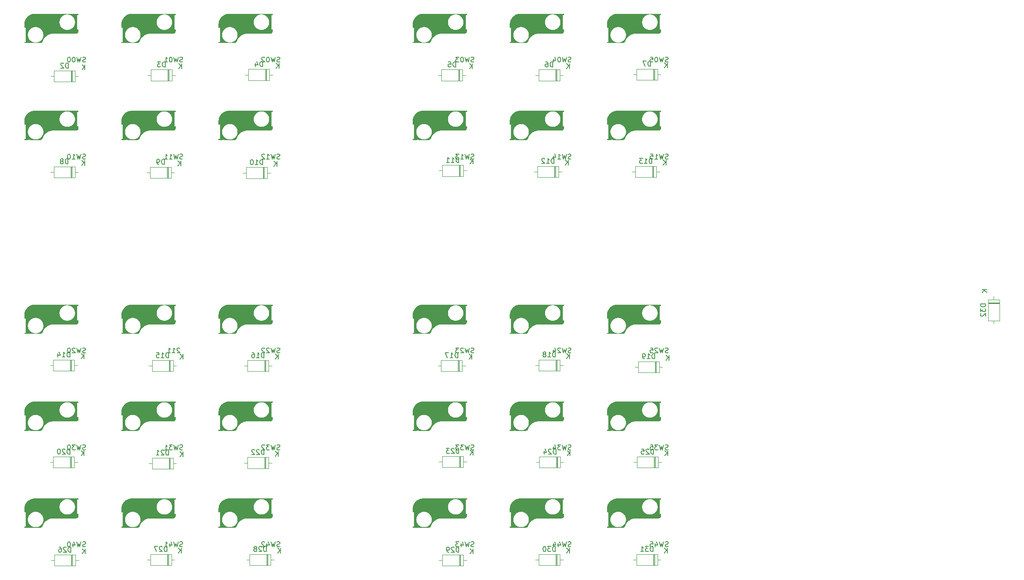
<source format=gbr>
%TF.GenerationSoftware,KiCad,Pcbnew,9.0.7*%
%TF.CreationDate,2026-01-24T03:10:21+09:00*%
%TF.ProjectId,YmmKeyboardMX,596d6d4b-6579-4626-9f61-72644d582e6b,rev?*%
%TF.SameCoordinates,Original*%
%TF.FileFunction,Legend,Bot*%
%TF.FilePolarity,Positive*%
%FSLAX46Y46*%
G04 Gerber Fmt 4.6, Leading zero omitted, Abs format (unit mm)*
G04 Created by KiCad (PCBNEW 9.0.7) date 2026-01-24 03:10:21*
%MOMM*%
%LPD*%
G01*
G04 APERTURE LIST*
%ADD10C,0.150000*%
%ADD11C,0.000000*%
%ADD12C,0.120000*%
G04 APERTURE END LIST*
D10*
X64638094Y-110560057D02*
X64590475Y-110512438D01*
X64590475Y-110512438D02*
X64495237Y-110464819D01*
X64495237Y-110464819D02*
X64257142Y-110464819D01*
X64257142Y-110464819D02*
X64161904Y-110512438D01*
X64161904Y-110512438D02*
X64114285Y-110560057D01*
X64114285Y-110560057D02*
X64066666Y-110655295D01*
X64066666Y-110655295D02*
X64066666Y-110750533D01*
X64066666Y-110750533D02*
X64114285Y-110893390D01*
X64114285Y-110893390D02*
X64685713Y-111464819D01*
X64685713Y-111464819D02*
X64066666Y-111464819D01*
X63114285Y-111464819D02*
X63685713Y-111464819D01*
X63399999Y-111464819D02*
X63399999Y-110464819D01*
X63399999Y-110464819D02*
X63495237Y-110607676D01*
X63495237Y-110607676D02*
X63590475Y-110702914D01*
X63590475Y-110702914D02*
X63685713Y-110750533D01*
X62161904Y-111464819D02*
X62733332Y-111464819D01*
X62447618Y-111464819D02*
X62447618Y-110464819D01*
X62447618Y-110464819D02*
X62542856Y-110607676D01*
X62542856Y-110607676D02*
X62638094Y-110702914D01*
X62638094Y-110702914D02*
X62733332Y-110750533D01*
X45709523Y-52917200D02*
X45566666Y-52964819D01*
X45566666Y-52964819D02*
X45328571Y-52964819D01*
X45328571Y-52964819D02*
X45233333Y-52917200D01*
X45233333Y-52917200D02*
X45185714Y-52869580D01*
X45185714Y-52869580D02*
X45138095Y-52774342D01*
X45138095Y-52774342D02*
X45138095Y-52679104D01*
X45138095Y-52679104D02*
X45185714Y-52583866D01*
X45185714Y-52583866D02*
X45233333Y-52536247D01*
X45233333Y-52536247D02*
X45328571Y-52488628D01*
X45328571Y-52488628D02*
X45519047Y-52441009D01*
X45519047Y-52441009D02*
X45614285Y-52393390D01*
X45614285Y-52393390D02*
X45661904Y-52345771D01*
X45661904Y-52345771D02*
X45709523Y-52250533D01*
X45709523Y-52250533D02*
X45709523Y-52155295D01*
X45709523Y-52155295D02*
X45661904Y-52060057D01*
X45661904Y-52060057D02*
X45614285Y-52012438D01*
X45614285Y-52012438D02*
X45519047Y-51964819D01*
X45519047Y-51964819D02*
X45280952Y-51964819D01*
X45280952Y-51964819D02*
X45138095Y-52012438D01*
X44804761Y-51964819D02*
X44566666Y-52964819D01*
X44566666Y-52964819D02*
X44376190Y-52250533D01*
X44376190Y-52250533D02*
X44185714Y-52964819D01*
X44185714Y-52964819D02*
X43947619Y-51964819D01*
X43376190Y-51964819D02*
X43280952Y-51964819D01*
X43280952Y-51964819D02*
X43185714Y-52012438D01*
X43185714Y-52012438D02*
X43138095Y-52060057D01*
X43138095Y-52060057D02*
X43090476Y-52155295D01*
X43090476Y-52155295D02*
X43042857Y-52345771D01*
X43042857Y-52345771D02*
X43042857Y-52583866D01*
X43042857Y-52583866D02*
X43090476Y-52774342D01*
X43090476Y-52774342D02*
X43138095Y-52869580D01*
X43138095Y-52869580D02*
X43185714Y-52917200D01*
X43185714Y-52917200D02*
X43280952Y-52964819D01*
X43280952Y-52964819D02*
X43376190Y-52964819D01*
X43376190Y-52964819D02*
X43471428Y-52917200D01*
X43471428Y-52917200D02*
X43519047Y-52869580D01*
X43519047Y-52869580D02*
X43566666Y-52774342D01*
X43566666Y-52774342D02*
X43614285Y-52583866D01*
X43614285Y-52583866D02*
X43614285Y-52345771D01*
X43614285Y-52345771D02*
X43566666Y-52155295D01*
X43566666Y-52155295D02*
X43519047Y-52060057D01*
X43519047Y-52060057D02*
X43471428Y-52012438D01*
X43471428Y-52012438D02*
X43376190Y-51964819D01*
X42423809Y-51964819D02*
X42328571Y-51964819D01*
X42328571Y-51964819D02*
X42233333Y-52012438D01*
X42233333Y-52012438D02*
X42185714Y-52060057D01*
X42185714Y-52060057D02*
X42138095Y-52155295D01*
X42138095Y-52155295D02*
X42090476Y-52345771D01*
X42090476Y-52345771D02*
X42090476Y-52583866D01*
X42090476Y-52583866D02*
X42138095Y-52774342D01*
X42138095Y-52774342D02*
X42185714Y-52869580D01*
X42185714Y-52869580D02*
X42233333Y-52917200D01*
X42233333Y-52917200D02*
X42328571Y-52964819D01*
X42328571Y-52964819D02*
X42423809Y-52964819D01*
X42423809Y-52964819D02*
X42519047Y-52917200D01*
X42519047Y-52917200D02*
X42566666Y-52869580D01*
X42566666Y-52869580D02*
X42614285Y-52774342D01*
X42614285Y-52774342D02*
X42661904Y-52583866D01*
X42661904Y-52583866D02*
X42661904Y-52345771D01*
X42661904Y-52345771D02*
X42614285Y-52155295D01*
X42614285Y-52155295D02*
X42566666Y-52060057D01*
X42566666Y-52060057D02*
X42519047Y-52012438D01*
X42519047Y-52012438D02*
X42423809Y-51964819D01*
X65209523Y-52917200D02*
X65066666Y-52964819D01*
X65066666Y-52964819D02*
X64828571Y-52964819D01*
X64828571Y-52964819D02*
X64733333Y-52917200D01*
X64733333Y-52917200D02*
X64685714Y-52869580D01*
X64685714Y-52869580D02*
X64638095Y-52774342D01*
X64638095Y-52774342D02*
X64638095Y-52679104D01*
X64638095Y-52679104D02*
X64685714Y-52583866D01*
X64685714Y-52583866D02*
X64733333Y-52536247D01*
X64733333Y-52536247D02*
X64828571Y-52488628D01*
X64828571Y-52488628D02*
X65019047Y-52441009D01*
X65019047Y-52441009D02*
X65114285Y-52393390D01*
X65114285Y-52393390D02*
X65161904Y-52345771D01*
X65161904Y-52345771D02*
X65209523Y-52250533D01*
X65209523Y-52250533D02*
X65209523Y-52155295D01*
X65209523Y-52155295D02*
X65161904Y-52060057D01*
X65161904Y-52060057D02*
X65114285Y-52012438D01*
X65114285Y-52012438D02*
X65019047Y-51964819D01*
X65019047Y-51964819D02*
X64780952Y-51964819D01*
X64780952Y-51964819D02*
X64638095Y-52012438D01*
X64304761Y-51964819D02*
X64066666Y-52964819D01*
X64066666Y-52964819D02*
X63876190Y-52250533D01*
X63876190Y-52250533D02*
X63685714Y-52964819D01*
X63685714Y-52964819D02*
X63447619Y-51964819D01*
X62876190Y-51964819D02*
X62780952Y-51964819D01*
X62780952Y-51964819D02*
X62685714Y-52012438D01*
X62685714Y-52012438D02*
X62638095Y-52060057D01*
X62638095Y-52060057D02*
X62590476Y-52155295D01*
X62590476Y-52155295D02*
X62542857Y-52345771D01*
X62542857Y-52345771D02*
X62542857Y-52583866D01*
X62542857Y-52583866D02*
X62590476Y-52774342D01*
X62590476Y-52774342D02*
X62638095Y-52869580D01*
X62638095Y-52869580D02*
X62685714Y-52917200D01*
X62685714Y-52917200D02*
X62780952Y-52964819D01*
X62780952Y-52964819D02*
X62876190Y-52964819D01*
X62876190Y-52964819D02*
X62971428Y-52917200D01*
X62971428Y-52917200D02*
X63019047Y-52869580D01*
X63019047Y-52869580D02*
X63066666Y-52774342D01*
X63066666Y-52774342D02*
X63114285Y-52583866D01*
X63114285Y-52583866D02*
X63114285Y-52345771D01*
X63114285Y-52345771D02*
X63066666Y-52155295D01*
X63066666Y-52155295D02*
X63019047Y-52060057D01*
X63019047Y-52060057D02*
X62971428Y-52012438D01*
X62971428Y-52012438D02*
X62876190Y-51964819D01*
X61590476Y-52964819D02*
X62161904Y-52964819D01*
X61876190Y-52964819D02*
X61876190Y-51964819D01*
X61876190Y-51964819D02*
X61971428Y-52107676D01*
X61971428Y-52107676D02*
X62066666Y-52202914D01*
X62066666Y-52202914D02*
X62161904Y-52250533D01*
X84709523Y-52917200D02*
X84566666Y-52964819D01*
X84566666Y-52964819D02*
X84328571Y-52964819D01*
X84328571Y-52964819D02*
X84233333Y-52917200D01*
X84233333Y-52917200D02*
X84185714Y-52869580D01*
X84185714Y-52869580D02*
X84138095Y-52774342D01*
X84138095Y-52774342D02*
X84138095Y-52679104D01*
X84138095Y-52679104D02*
X84185714Y-52583866D01*
X84185714Y-52583866D02*
X84233333Y-52536247D01*
X84233333Y-52536247D02*
X84328571Y-52488628D01*
X84328571Y-52488628D02*
X84519047Y-52441009D01*
X84519047Y-52441009D02*
X84614285Y-52393390D01*
X84614285Y-52393390D02*
X84661904Y-52345771D01*
X84661904Y-52345771D02*
X84709523Y-52250533D01*
X84709523Y-52250533D02*
X84709523Y-52155295D01*
X84709523Y-52155295D02*
X84661904Y-52060057D01*
X84661904Y-52060057D02*
X84614285Y-52012438D01*
X84614285Y-52012438D02*
X84519047Y-51964819D01*
X84519047Y-51964819D02*
X84280952Y-51964819D01*
X84280952Y-51964819D02*
X84138095Y-52012438D01*
X83804761Y-51964819D02*
X83566666Y-52964819D01*
X83566666Y-52964819D02*
X83376190Y-52250533D01*
X83376190Y-52250533D02*
X83185714Y-52964819D01*
X83185714Y-52964819D02*
X82947619Y-51964819D01*
X82376190Y-51964819D02*
X82280952Y-51964819D01*
X82280952Y-51964819D02*
X82185714Y-52012438D01*
X82185714Y-52012438D02*
X82138095Y-52060057D01*
X82138095Y-52060057D02*
X82090476Y-52155295D01*
X82090476Y-52155295D02*
X82042857Y-52345771D01*
X82042857Y-52345771D02*
X82042857Y-52583866D01*
X82042857Y-52583866D02*
X82090476Y-52774342D01*
X82090476Y-52774342D02*
X82138095Y-52869580D01*
X82138095Y-52869580D02*
X82185714Y-52917200D01*
X82185714Y-52917200D02*
X82280952Y-52964819D01*
X82280952Y-52964819D02*
X82376190Y-52964819D01*
X82376190Y-52964819D02*
X82471428Y-52917200D01*
X82471428Y-52917200D02*
X82519047Y-52869580D01*
X82519047Y-52869580D02*
X82566666Y-52774342D01*
X82566666Y-52774342D02*
X82614285Y-52583866D01*
X82614285Y-52583866D02*
X82614285Y-52345771D01*
X82614285Y-52345771D02*
X82566666Y-52155295D01*
X82566666Y-52155295D02*
X82519047Y-52060057D01*
X82519047Y-52060057D02*
X82471428Y-52012438D01*
X82471428Y-52012438D02*
X82376190Y-51964819D01*
X81661904Y-52060057D02*
X81614285Y-52012438D01*
X81614285Y-52012438D02*
X81519047Y-51964819D01*
X81519047Y-51964819D02*
X81280952Y-51964819D01*
X81280952Y-51964819D02*
X81185714Y-52012438D01*
X81185714Y-52012438D02*
X81138095Y-52060057D01*
X81138095Y-52060057D02*
X81090476Y-52155295D01*
X81090476Y-52155295D02*
X81090476Y-52250533D01*
X81090476Y-52250533D02*
X81138095Y-52393390D01*
X81138095Y-52393390D02*
X81709523Y-52964819D01*
X81709523Y-52964819D02*
X81090476Y-52964819D01*
X123709523Y-52917200D02*
X123566666Y-52964819D01*
X123566666Y-52964819D02*
X123328571Y-52964819D01*
X123328571Y-52964819D02*
X123233333Y-52917200D01*
X123233333Y-52917200D02*
X123185714Y-52869580D01*
X123185714Y-52869580D02*
X123138095Y-52774342D01*
X123138095Y-52774342D02*
X123138095Y-52679104D01*
X123138095Y-52679104D02*
X123185714Y-52583866D01*
X123185714Y-52583866D02*
X123233333Y-52536247D01*
X123233333Y-52536247D02*
X123328571Y-52488628D01*
X123328571Y-52488628D02*
X123519047Y-52441009D01*
X123519047Y-52441009D02*
X123614285Y-52393390D01*
X123614285Y-52393390D02*
X123661904Y-52345771D01*
X123661904Y-52345771D02*
X123709523Y-52250533D01*
X123709523Y-52250533D02*
X123709523Y-52155295D01*
X123709523Y-52155295D02*
X123661904Y-52060057D01*
X123661904Y-52060057D02*
X123614285Y-52012438D01*
X123614285Y-52012438D02*
X123519047Y-51964819D01*
X123519047Y-51964819D02*
X123280952Y-51964819D01*
X123280952Y-51964819D02*
X123138095Y-52012438D01*
X122804761Y-51964819D02*
X122566666Y-52964819D01*
X122566666Y-52964819D02*
X122376190Y-52250533D01*
X122376190Y-52250533D02*
X122185714Y-52964819D01*
X122185714Y-52964819D02*
X121947619Y-51964819D01*
X121376190Y-51964819D02*
X121280952Y-51964819D01*
X121280952Y-51964819D02*
X121185714Y-52012438D01*
X121185714Y-52012438D02*
X121138095Y-52060057D01*
X121138095Y-52060057D02*
X121090476Y-52155295D01*
X121090476Y-52155295D02*
X121042857Y-52345771D01*
X121042857Y-52345771D02*
X121042857Y-52583866D01*
X121042857Y-52583866D02*
X121090476Y-52774342D01*
X121090476Y-52774342D02*
X121138095Y-52869580D01*
X121138095Y-52869580D02*
X121185714Y-52917200D01*
X121185714Y-52917200D02*
X121280952Y-52964819D01*
X121280952Y-52964819D02*
X121376190Y-52964819D01*
X121376190Y-52964819D02*
X121471428Y-52917200D01*
X121471428Y-52917200D02*
X121519047Y-52869580D01*
X121519047Y-52869580D02*
X121566666Y-52774342D01*
X121566666Y-52774342D02*
X121614285Y-52583866D01*
X121614285Y-52583866D02*
X121614285Y-52345771D01*
X121614285Y-52345771D02*
X121566666Y-52155295D01*
X121566666Y-52155295D02*
X121519047Y-52060057D01*
X121519047Y-52060057D02*
X121471428Y-52012438D01*
X121471428Y-52012438D02*
X121376190Y-51964819D01*
X120709523Y-51964819D02*
X120090476Y-51964819D01*
X120090476Y-51964819D02*
X120423809Y-52345771D01*
X120423809Y-52345771D02*
X120280952Y-52345771D01*
X120280952Y-52345771D02*
X120185714Y-52393390D01*
X120185714Y-52393390D02*
X120138095Y-52441009D01*
X120138095Y-52441009D02*
X120090476Y-52536247D01*
X120090476Y-52536247D02*
X120090476Y-52774342D01*
X120090476Y-52774342D02*
X120138095Y-52869580D01*
X120138095Y-52869580D02*
X120185714Y-52917200D01*
X120185714Y-52917200D02*
X120280952Y-52964819D01*
X120280952Y-52964819D02*
X120566666Y-52964819D01*
X120566666Y-52964819D02*
X120661904Y-52917200D01*
X120661904Y-52917200D02*
X120709523Y-52869580D01*
X143209523Y-52917200D02*
X143066666Y-52964819D01*
X143066666Y-52964819D02*
X142828571Y-52964819D01*
X142828571Y-52964819D02*
X142733333Y-52917200D01*
X142733333Y-52917200D02*
X142685714Y-52869580D01*
X142685714Y-52869580D02*
X142638095Y-52774342D01*
X142638095Y-52774342D02*
X142638095Y-52679104D01*
X142638095Y-52679104D02*
X142685714Y-52583866D01*
X142685714Y-52583866D02*
X142733333Y-52536247D01*
X142733333Y-52536247D02*
X142828571Y-52488628D01*
X142828571Y-52488628D02*
X143019047Y-52441009D01*
X143019047Y-52441009D02*
X143114285Y-52393390D01*
X143114285Y-52393390D02*
X143161904Y-52345771D01*
X143161904Y-52345771D02*
X143209523Y-52250533D01*
X143209523Y-52250533D02*
X143209523Y-52155295D01*
X143209523Y-52155295D02*
X143161904Y-52060057D01*
X143161904Y-52060057D02*
X143114285Y-52012438D01*
X143114285Y-52012438D02*
X143019047Y-51964819D01*
X143019047Y-51964819D02*
X142780952Y-51964819D01*
X142780952Y-51964819D02*
X142638095Y-52012438D01*
X142304761Y-51964819D02*
X142066666Y-52964819D01*
X142066666Y-52964819D02*
X141876190Y-52250533D01*
X141876190Y-52250533D02*
X141685714Y-52964819D01*
X141685714Y-52964819D02*
X141447619Y-51964819D01*
X140876190Y-51964819D02*
X140780952Y-51964819D01*
X140780952Y-51964819D02*
X140685714Y-52012438D01*
X140685714Y-52012438D02*
X140638095Y-52060057D01*
X140638095Y-52060057D02*
X140590476Y-52155295D01*
X140590476Y-52155295D02*
X140542857Y-52345771D01*
X140542857Y-52345771D02*
X140542857Y-52583866D01*
X140542857Y-52583866D02*
X140590476Y-52774342D01*
X140590476Y-52774342D02*
X140638095Y-52869580D01*
X140638095Y-52869580D02*
X140685714Y-52917200D01*
X140685714Y-52917200D02*
X140780952Y-52964819D01*
X140780952Y-52964819D02*
X140876190Y-52964819D01*
X140876190Y-52964819D02*
X140971428Y-52917200D01*
X140971428Y-52917200D02*
X141019047Y-52869580D01*
X141019047Y-52869580D02*
X141066666Y-52774342D01*
X141066666Y-52774342D02*
X141114285Y-52583866D01*
X141114285Y-52583866D02*
X141114285Y-52345771D01*
X141114285Y-52345771D02*
X141066666Y-52155295D01*
X141066666Y-52155295D02*
X141019047Y-52060057D01*
X141019047Y-52060057D02*
X140971428Y-52012438D01*
X140971428Y-52012438D02*
X140876190Y-51964819D01*
X139685714Y-52298152D02*
X139685714Y-52964819D01*
X139923809Y-51917200D02*
X140161904Y-52631485D01*
X140161904Y-52631485D02*
X139542857Y-52631485D01*
X162709523Y-52917200D02*
X162566666Y-52964819D01*
X162566666Y-52964819D02*
X162328571Y-52964819D01*
X162328571Y-52964819D02*
X162233333Y-52917200D01*
X162233333Y-52917200D02*
X162185714Y-52869580D01*
X162185714Y-52869580D02*
X162138095Y-52774342D01*
X162138095Y-52774342D02*
X162138095Y-52679104D01*
X162138095Y-52679104D02*
X162185714Y-52583866D01*
X162185714Y-52583866D02*
X162233333Y-52536247D01*
X162233333Y-52536247D02*
X162328571Y-52488628D01*
X162328571Y-52488628D02*
X162519047Y-52441009D01*
X162519047Y-52441009D02*
X162614285Y-52393390D01*
X162614285Y-52393390D02*
X162661904Y-52345771D01*
X162661904Y-52345771D02*
X162709523Y-52250533D01*
X162709523Y-52250533D02*
X162709523Y-52155295D01*
X162709523Y-52155295D02*
X162661904Y-52060057D01*
X162661904Y-52060057D02*
X162614285Y-52012438D01*
X162614285Y-52012438D02*
X162519047Y-51964819D01*
X162519047Y-51964819D02*
X162280952Y-51964819D01*
X162280952Y-51964819D02*
X162138095Y-52012438D01*
X161804761Y-51964819D02*
X161566666Y-52964819D01*
X161566666Y-52964819D02*
X161376190Y-52250533D01*
X161376190Y-52250533D02*
X161185714Y-52964819D01*
X161185714Y-52964819D02*
X160947619Y-51964819D01*
X160376190Y-51964819D02*
X160280952Y-51964819D01*
X160280952Y-51964819D02*
X160185714Y-52012438D01*
X160185714Y-52012438D02*
X160138095Y-52060057D01*
X160138095Y-52060057D02*
X160090476Y-52155295D01*
X160090476Y-52155295D02*
X160042857Y-52345771D01*
X160042857Y-52345771D02*
X160042857Y-52583866D01*
X160042857Y-52583866D02*
X160090476Y-52774342D01*
X160090476Y-52774342D02*
X160138095Y-52869580D01*
X160138095Y-52869580D02*
X160185714Y-52917200D01*
X160185714Y-52917200D02*
X160280952Y-52964819D01*
X160280952Y-52964819D02*
X160376190Y-52964819D01*
X160376190Y-52964819D02*
X160471428Y-52917200D01*
X160471428Y-52917200D02*
X160519047Y-52869580D01*
X160519047Y-52869580D02*
X160566666Y-52774342D01*
X160566666Y-52774342D02*
X160614285Y-52583866D01*
X160614285Y-52583866D02*
X160614285Y-52345771D01*
X160614285Y-52345771D02*
X160566666Y-52155295D01*
X160566666Y-52155295D02*
X160519047Y-52060057D01*
X160519047Y-52060057D02*
X160471428Y-52012438D01*
X160471428Y-52012438D02*
X160376190Y-51964819D01*
X159138095Y-51964819D02*
X159614285Y-51964819D01*
X159614285Y-51964819D02*
X159661904Y-52441009D01*
X159661904Y-52441009D02*
X159614285Y-52393390D01*
X159614285Y-52393390D02*
X159519047Y-52345771D01*
X159519047Y-52345771D02*
X159280952Y-52345771D01*
X159280952Y-52345771D02*
X159185714Y-52393390D01*
X159185714Y-52393390D02*
X159138095Y-52441009D01*
X159138095Y-52441009D02*
X159090476Y-52536247D01*
X159090476Y-52536247D02*
X159090476Y-52774342D01*
X159090476Y-52774342D02*
X159138095Y-52869580D01*
X159138095Y-52869580D02*
X159185714Y-52917200D01*
X159185714Y-52917200D02*
X159280952Y-52964819D01*
X159280952Y-52964819D02*
X159519047Y-52964819D01*
X159519047Y-52964819D02*
X159614285Y-52917200D01*
X159614285Y-52917200D02*
X159661904Y-52869580D01*
X45709523Y-72417200D02*
X45566666Y-72464819D01*
X45566666Y-72464819D02*
X45328571Y-72464819D01*
X45328571Y-72464819D02*
X45233333Y-72417200D01*
X45233333Y-72417200D02*
X45185714Y-72369580D01*
X45185714Y-72369580D02*
X45138095Y-72274342D01*
X45138095Y-72274342D02*
X45138095Y-72179104D01*
X45138095Y-72179104D02*
X45185714Y-72083866D01*
X45185714Y-72083866D02*
X45233333Y-72036247D01*
X45233333Y-72036247D02*
X45328571Y-71988628D01*
X45328571Y-71988628D02*
X45519047Y-71941009D01*
X45519047Y-71941009D02*
X45614285Y-71893390D01*
X45614285Y-71893390D02*
X45661904Y-71845771D01*
X45661904Y-71845771D02*
X45709523Y-71750533D01*
X45709523Y-71750533D02*
X45709523Y-71655295D01*
X45709523Y-71655295D02*
X45661904Y-71560057D01*
X45661904Y-71560057D02*
X45614285Y-71512438D01*
X45614285Y-71512438D02*
X45519047Y-71464819D01*
X45519047Y-71464819D02*
X45280952Y-71464819D01*
X45280952Y-71464819D02*
X45138095Y-71512438D01*
X44804761Y-71464819D02*
X44566666Y-72464819D01*
X44566666Y-72464819D02*
X44376190Y-71750533D01*
X44376190Y-71750533D02*
X44185714Y-72464819D01*
X44185714Y-72464819D02*
X43947619Y-71464819D01*
X43042857Y-72464819D02*
X43614285Y-72464819D01*
X43328571Y-72464819D02*
X43328571Y-71464819D01*
X43328571Y-71464819D02*
X43423809Y-71607676D01*
X43423809Y-71607676D02*
X43519047Y-71702914D01*
X43519047Y-71702914D02*
X43614285Y-71750533D01*
X42423809Y-71464819D02*
X42328571Y-71464819D01*
X42328571Y-71464819D02*
X42233333Y-71512438D01*
X42233333Y-71512438D02*
X42185714Y-71560057D01*
X42185714Y-71560057D02*
X42138095Y-71655295D01*
X42138095Y-71655295D02*
X42090476Y-71845771D01*
X42090476Y-71845771D02*
X42090476Y-72083866D01*
X42090476Y-72083866D02*
X42138095Y-72274342D01*
X42138095Y-72274342D02*
X42185714Y-72369580D01*
X42185714Y-72369580D02*
X42233333Y-72417200D01*
X42233333Y-72417200D02*
X42328571Y-72464819D01*
X42328571Y-72464819D02*
X42423809Y-72464819D01*
X42423809Y-72464819D02*
X42519047Y-72417200D01*
X42519047Y-72417200D02*
X42566666Y-72369580D01*
X42566666Y-72369580D02*
X42614285Y-72274342D01*
X42614285Y-72274342D02*
X42661904Y-72083866D01*
X42661904Y-72083866D02*
X42661904Y-71845771D01*
X42661904Y-71845771D02*
X42614285Y-71655295D01*
X42614285Y-71655295D02*
X42566666Y-71560057D01*
X42566666Y-71560057D02*
X42519047Y-71512438D01*
X42519047Y-71512438D02*
X42423809Y-71464819D01*
X65209523Y-72417200D02*
X65066666Y-72464819D01*
X65066666Y-72464819D02*
X64828571Y-72464819D01*
X64828571Y-72464819D02*
X64733333Y-72417200D01*
X64733333Y-72417200D02*
X64685714Y-72369580D01*
X64685714Y-72369580D02*
X64638095Y-72274342D01*
X64638095Y-72274342D02*
X64638095Y-72179104D01*
X64638095Y-72179104D02*
X64685714Y-72083866D01*
X64685714Y-72083866D02*
X64733333Y-72036247D01*
X64733333Y-72036247D02*
X64828571Y-71988628D01*
X64828571Y-71988628D02*
X65019047Y-71941009D01*
X65019047Y-71941009D02*
X65114285Y-71893390D01*
X65114285Y-71893390D02*
X65161904Y-71845771D01*
X65161904Y-71845771D02*
X65209523Y-71750533D01*
X65209523Y-71750533D02*
X65209523Y-71655295D01*
X65209523Y-71655295D02*
X65161904Y-71560057D01*
X65161904Y-71560057D02*
X65114285Y-71512438D01*
X65114285Y-71512438D02*
X65019047Y-71464819D01*
X65019047Y-71464819D02*
X64780952Y-71464819D01*
X64780952Y-71464819D02*
X64638095Y-71512438D01*
X64304761Y-71464819D02*
X64066666Y-72464819D01*
X64066666Y-72464819D02*
X63876190Y-71750533D01*
X63876190Y-71750533D02*
X63685714Y-72464819D01*
X63685714Y-72464819D02*
X63447619Y-71464819D01*
X62542857Y-72464819D02*
X63114285Y-72464819D01*
X62828571Y-72464819D02*
X62828571Y-71464819D01*
X62828571Y-71464819D02*
X62923809Y-71607676D01*
X62923809Y-71607676D02*
X63019047Y-71702914D01*
X63019047Y-71702914D02*
X63114285Y-71750533D01*
X61590476Y-72464819D02*
X62161904Y-72464819D01*
X61876190Y-72464819D02*
X61876190Y-71464819D01*
X61876190Y-71464819D02*
X61971428Y-71607676D01*
X61971428Y-71607676D02*
X62066666Y-71702914D01*
X62066666Y-71702914D02*
X62161904Y-71750533D01*
X84709523Y-72417200D02*
X84566666Y-72464819D01*
X84566666Y-72464819D02*
X84328571Y-72464819D01*
X84328571Y-72464819D02*
X84233333Y-72417200D01*
X84233333Y-72417200D02*
X84185714Y-72369580D01*
X84185714Y-72369580D02*
X84138095Y-72274342D01*
X84138095Y-72274342D02*
X84138095Y-72179104D01*
X84138095Y-72179104D02*
X84185714Y-72083866D01*
X84185714Y-72083866D02*
X84233333Y-72036247D01*
X84233333Y-72036247D02*
X84328571Y-71988628D01*
X84328571Y-71988628D02*
X84519047Y-71941009D01*
X84519047Y-71941009D02*
X84614285Y-71893390D01*
X84614285Y-71893390D02*
X84661904Y-71845771D01*
X84661904Y-71845771D02*
X84709523Y-71750533D01*
X84709523Y-71750533D02*
X84709523Y-71655295D01*
X84709523Y-71655295D02*
X84661904Y-71560057D01*
X84661904Y-71560057D02*
X84614285Y-71512438D01*
X84614285Y-71512438D02*
X84519047Y-71464819D01*
X84519047Y-71464819D02*
X84280952Y-71464819D01*
X84280952Y-71464819D02*
X84138095Y-71512438D01*
X83804761Y-71464819D02*
X83566666Y-72464819D01*
X83566666Y-72464819D02*
X83376190Y-71750533D01*
X83376190Y-71750533D02*
X83185714Y-72464819D01*
X83185714Y-72464819D02*
X82947619Y-71464819D01*
X82042857Y-72464819D02*
X82614285Y-72464819D01*
X82328571Y-72464819D02*
X82328571Y-71464819D01*
X82328571Y-71464819D02*
X82423809Y-71607676D01*
X82423809Y-71607676D02*
X82519047Y-71702914D01*
X82519047Y-71702914D02*
X82614285Y-71750533D01*
X81661904Y-71560057D02*
X81614285Y-71512438D01*
X81614285Y-71512438D02*
X81519047Y-71464819D01*
X81519047Y-71464819D02*
X81280952Y-71464819D01*
X81280952Y-71464819D02*
X81185714Y-71512438D01*
X81185714Y-71512438D02*
X81138095Y-71560057D01*
X81138095Y-71560057D02*
X81090476Y-71655295D01*
X81090476Y-71655295D02*
X81090476Y-71750533D01*
X81090476Y-71750533D02*
X81138095Y-71893390D01*
X81138095Y-71893390D02*
X81709523Y-72464819D01*
X81709523Y-72464819D02*
X81090476Y-72464819D01*
X123709523Y-72417200D02*
X123566666Y-72464819D01*
X123566666Y-72464819D02*
X123328571Y-72464819D01*
X123328571Y-72464819D02*
X123233333Y-72417200D01*
X123233333Y-72417200D02*
X123185714Y-72369580D01*
X123185714Y-72369580D02*
X123138095Y-72274342D01*
X123138095Y-72274342D02*
X123138095Y-72179104D01*
X123138095Y-72179104D02*
X123185714Y-72083866D01*
X123185714Y-72083866D02*
X123233333Y-72036247D01*
X123233333Y-72036247D02*
X123328571Y-71988628D01*
X123328571Y-71988628D02*
X123519047Y-71941009D01*
X123519047Y-71941009D02*
X123614285Y-71893390D01*
X123614285Y-71893390D02*
X123661904Y-71845771D01*
X123661904Y-71845771D02*
X123709523Y-71750533D01*
X123709523Y-71750533D02*
X123709523Y-71655295D01*
X123709523Y-71655295D02*
X123661904Y-71560057D01*
X123661904Y-71560057D02*
X123614285Y-71512438D01*
X123614285Y-71512438D02*
X123519047Y-71464819D01*
X123519047Y-71464819D02*
X123280952Y-71464819D01*
X123280952Y-71464819D02*
X123138095Y-71512438D01*
X122804761Y-71464819D02*
X122566666Y-72464819D01*
X122566666Y-72464819D02*
X122376190Y-71750533D01*
X122376190Y-71750533D02*
X122185714Y-72464819D01*
X122185714Y-72464819D02*
X121947619Y-71464819D01*
X121042857Y-72464819D02*
X121614285Y-72464819D01*
X121328571Y-72464819D02*
X121328571Y-71464819D01*
X121328571Y-71464819D02*
X121423809Y-71607676D01*
X121423809Y-71607676D02*
X121519047Y-71702914D01*
X121519047Y-71702914D02*
X121614285Y-71750533D01*
X120709523Y-71464819D02*
X120090476Y-71464819D01*
X120090476Y-71464819D02*
X120423809Y-71845771D01*
X120423809Y-71845771D02*
X120280952Y-71845771D01*
X120280952Y-71845771D02*
X120185714Y-71893390D01*
X120185714Y-71893390D02*
X120138095Y-71941009D01*
X120138095Y-71941009D02*
X120090476Y-72036247D01*
X120090476Y-72036247D02*
X120090476Y-72274342D01*
X120090476Y-72274342D02*
X120138095Y-72369580D01*
X120138095Y-72369580D02*
X120185714Y-72417200D01*
X120185714Y-72417200D02*
X120280952Y-72464819D01*
X120280952Y-72464819D02*
X120566666Y-72464819D01*
X120566666Y-72464819D02*
X120661904Y-72417200D01*
X120661904Y-72417200D02*
X120709523Y-72369580D01*
X143209523Y-72417200D02*
X143066666Y-72464819D01*
X143066666Y-72464819D02*
X142828571Y-72464819D01*
X142828571Y-72464819D02*
X142733333Y-72417200D01*
X142733333Y-72417200D02*
X142685714Y-72369580D01*
X142685714Y-72369580D02*
X142638095Y-72274342D01*
X142638095Y-72274342D02*
X142638095Y-72179104D01*
X142638095Y-72179104D02*
X142685714Y-72083866D01*
X142685714Y-72083866D02*
X142733333Y-72036247D01*
X142733333Y-72036247D02*
X142828571Y-71988628D01*
X142828571Y-71988628D02*
X143019047Y-71941009D01*
X143019047Y-71941009D02*
X143114285Y-71893390D01*
X143114285Y-71893390D02*
X143161904Y-71845771D01*
X143161904Y-71845771D02*
X143209523Y-71750533D01*
X143209523Y-71750533D02*
X143209523Y-71655295D01*
X143209523Y-71655295D02*
X143161904Y-71560057D01*
X143161904Y-71560057D02*
X143114285Y-71512438D01*
X143114285Y-71512438D02*
X143019047Y-71464819D01*
X143019047Y-71464819D02*
X142780952Y-71464819D01*
X142780952Y-71464819D02*
X142638095Y-71512438D01*
X142304761Y-71464819D02*
X142066666Y-72464819D01*
X142066666Y-72464819D02*
X141876190Y-71750533D01*
X141876190Y-71750533D02*
X141685714Y-72464819D01*
X141685714Y-72464819D02*
X141447619Y-71464819D01*
X140542857Y-72464819D02*
X141114285Y-72464819D01*
X140828571Y-72464819D02*
X140828571Y-71464819D01*
X140828571Y-71464819D02*
X140923809Y-71607676D01*
X140923809Y-71607676D02*
X141019047Y-71702914D01*
X141019047Y-71702914D02*
X141114285Y-71750533D01*
X139685714Y-71798152D02*
X139685714Y-72464819D01*
X139923809Y-71417200D02*
X140161904Y-72131485D01*
X140161904Y-72131485D02*
X139542857Y-72131485D01*
X162709523Y-72417200D02*
X162566666Y-72464819D01*
X162566666Y-72464819D02*
X162328571Y-72464819D01*
X162328571Y-72464819D02*
X162233333Y-72417200D01*
X162233333Y-72417200D02*
X162185714Y-72369580D01*
X162185714Y-72369580D02*
X162138095Y-72274342D01*
X162138095Y-72274342D02*
X162138095Y-72179104D01*
X162138095Y-72179104D02*
X162185714Y-72083866D01*
X162185714Y-72083866D02*
X162233333Y-72036247D01*
X162233333Y-72036247D02*
X162328571Y-71988628D01*
X162328571Y-71988628D02*
X162519047Y-71941009D01*
X162519047Y-71941009D02*
X162614285Y-71893390D01*
X162614285Y-71893390D02*
X162661904Y-71845771D01*
X162661904Y-71845771D02*
X162709523Y-71750533D01*
X162709523Y-71750533D02*
X162709523Y-71655295D01*
X162709523Y-71655295D02*
X162661904Y-71560057D01*
X162661904Y-71560057D02*
X162614285Y-71512438D01*
X162614285Y-71512438D02*
X162519047Y-71464819D01*
X162519047Y-71464819D02*
X162280952Y-71464819D01*
X162280952Y-71464819D02*
X162138095Y-71512438D01*
X161804761Y-71464819D02*
X161566666Y-72464819D01*
X161566666Y-72464819D02*
X161376190Y-71750533D01*
X161376190Y-71750533D02*
X161185714Y-72464819D01*
X161185714Y-72464819D02*
X160947619Y-71464819D01*
X160042857Y-72464819D02*
X160614285Y-72464819D01*
X160328571Y-72464819D02*
X160328571Y-71464819D01*
X160328571Y-71464819D02*
X160423809Y-71607676D01*
X160423809Y-71607676D02*
X160519047Y-71702914D01*
X160519047Y-71702914D02*
X160614285Y-71750533D01*
X159138095Y-71464819D02*
X159614285Y-71464819D01*
X159614285Y-71464819D02*
X159661904Y-71941009D01*
X159661904Y-71941009D02*
X159614285Y-71893390D01*
X159614285Y-71893390D02*
X159519047Y-71845771D01*
X159519047Y-71845771D02*
X159280952Y-71845771D01*
X159280952Y-71845771D02*
X159185714Y-71893390D01*
X159185714Y-71893390D02*
X159138095Y-71941009D01*
X159138095Y-71941009D02*
X159090476Y-72036247D01*
X159090476Y-72036247D02*
X159090476Y-72274342D01*
X159090476Y-72274342D02*
X159138095Y-72369580D01*
X159138095Y-72369580D02*
X159185714Y-72417200D01*
X159185714Y-72417200D02*
X159280952Y-72464819D01*
X159280952Y-72464819D02*
X159519047Y-72464819D01*
X159519047Y-72464819D02*
X159614285Y-72417200D01*
X159614285Y-72417200D02*
X159661904Y-72369580D01*
X45709523Y-111417200D02*
X45566666Y-111464819D01*
X45566666Y-111464819D02*
X45328571Y-111464819D01*
X45328571Y-111464819D02*
X45233333Y-111417200D01*
X45233333Y-111417200D02*
X45185714Y-111369580D01*
X45185714Y-111369580D02*
X45138095Y-111274342D01*
X45138095Y-111274342D02*
X45138095Y-111179104D01*
X45138095Y-111179104D02*
X45185714Y-111083866D01*
X45185714Y-111083866D02*
X45233333Y-111036247D01*
X45233333Y-111036247D02*
X45328571Y-110988628D01*
X45328571Y-110988628D02*
X45519047Y-110941009D01*
X45519047Y-110941009D02*
X45614285Y-110893390D01*
X45614285Y-110893390D02*
X45661904Y-110845771D01*
X45661904Y-110845771D02*
X45709523Y-110750533D01*
X45709523Y-110750533D02*
X45709523Y-110655295D01*
X45709523Y-110655295D02*
X45661904Y-110560057D01*
X45661904Y-110560057D02*
X45614285Y-110512438D01*
X45614285Y-110512438D02*
X45519047Y-110464819D01*
X45519047Y-110464819D02*
X45280952Y-110464819D01*
X45280952Y-110464819D02*
X45138095Y-110512438D01*
X44804761Y-110464819D02*
X44566666Y-111464819D01*
X44566666Y-111464819D02*
X44376190Y-110750533D01*
X44376190Y-110750533D02*
X44185714Y-111464819D01*
X44185714Y-111464819D02*
X43947619Y-110464819D01*
X43614285Y-110560057D02*
X43566666Y-110512438D01*
X43566666Y-110512438D02*
X43471428Y-110464819D01*
X43471428Y-110464819D02*
X43233333Y-110464819D01*
X43233333Y-110464819D02*
X43138095Y-110512438D01*
X43138095Y-110512438D02*
X43090476Y-110560057D01*
X43090476Y-110560057D02*
X43042857Y-110655295D01*
X43042857Y-110655295D02*
X43042857Y-110750533D01*
X43042857Y-110750533D02*
X43090476Y-110893390D01*
X43090476Y-110893390D02*
X43661904Y-111464819D01*
X43661904Y-111464819D02*
X43042857Y-111464819D01*
X42423809Y-110464819D02*
X42328571Y-110464819D01*
X42328571Y-110464819D02*
X42233333Y-110512438D01*
X42233333Y-110512438D02*
X42185714Y-110560057D01*
X42185714Y-110560057D02*
X42138095Y-110655295D01*
X42138095Y-110655295D02*
X42090476Y-110845771D01*
X42090476Y-110845771D02*
X42090476Y-111083866D01*
X42090476Y-111083866D02*
X42138095Y-111274342D01*
X42138095Y-111274342D02*
X42185714Y-111369580D01*
X42185714Y-111369580D02*
X42233333Y-111417200D01*
X42233333Y-111417200D02*
X42328571Y-111464819D01*
X42328571Y-111464819D02*
X42423809Y-111464819D01*
X42423809Y-111464819D02*
X42519047Y-111417200D01*
X42519047Y-111417200D02*
X42566666Y-111369580D01*
X42566666Y-111369580D02*
X42614285Y-111274342D01*
X42614285Y-111274342D02*
X42661904Y-111083866D01*
X42661904Y-111083866D02*
X42661904Y-110845771D01*
X42661904Y-110845771D02*
X42614285Y-110655295D01*
X42614285Y-110655295D02*
X42566666Y-110560057D01*
X42566666Y-110560057D02*
X42519047Y-110512438D01*
X42519047Y-110512438D02*
X42423809Y-110464819D01*
X84709523Y-111417200D02*
X84566666Y-111464819D01*
X84566666Y-111464819D02*
X84328571Y-111464819D01*
X84328571Y-111464819D02*
X84233333Y-111417200D01*
X84233333Y-111417200D02*
X84185714Y-111369580D01*
X84185714Y-111369580D02*
X84138095Y-111274342D01*
X84138095Y-111274342D02*
X84138095Y-111179104D01*
X84138095Y-111179104D02*
X84185714Y-111083866D01*
X84185714Y-111083866D02*
X84233333Y-111036247D01*
X84233333Y-111036247D02*
X84328571Y-110988628D01*
X84328571Y-110988628D02*
X84519047Y-110941009D01*
X84519047Y-110941009D02*
X84614285Y-110893390D01*
X84614285Y-110893390D02*
X84661904Y-110845771D01*
X84661904Y-110845771D02*
X84709523Y-110750533D01*
X84709523Y-110750533D02*
X84709523Y-110655295D01*
X84709523Y-110655295D02*
X84661904Y-110560057D01*
X84661904Y-110560057D02*
X84614285Y-110512438D01*
X84614285Y-110512438D02*
X84519047Y-110464819D01*
X84519047Y-110464819D02*
X84280952Y-110464819D01*
X84280952Y-110464819D02*
X84138095Y-110512438D01*
X83804761Y-110464819D02*
X83566666Y-111464819D01*
X83566666Y-111464819D02*
X83376190Y-110750533D01*
X83376190Y-110750533D02*
X83185714Y-111464819D01*
X83185714Y-111464819D02*
X82947619Y-110464819D01*
X82614285Y-110560057D02*
X82566666Y-110512438D01*
X82566666Y-110512438D02*
X82471428Y-110464819D01*
X82471428Y-110464819D02*
X82233333Y-110464819D01*
X82233333Y-110464819D02*
X82138095Y-110512438D01*
X82138095Y-110512438D02*
X82090476Y-110560057D01*
X82090476Y-110560057D02*
X82042857Y-110655295D01*
X82042857Y-110655295D02*
X82042857Y-110750533D01*
X82042857Y-110750533D02*
X82090476Y-110893390D01*
X82090476Y-110893390D02*
X82661904Y-111464819D01*
X82661904Y-111464819D02*
X82042857Y-111464819D01*
X81661904Y-110560057D02*
X81614285Y-110512438D01*
X81614285Y-110512438D02*
X81519047Y-110464819D01*
X81519047Y-110464819D02*
X81280952Y-110464819D01*
X81280952Y-110464819D02*
X81185714Y-110512438D01*
X81185714Y-110512438D02*
X81138095Y-110560057D01*
X81138095Y-110560057D02*
X81090476Y-110655295D01*
X81090476Y-110655295D02*
X81090476Y-110750533D01*
X81090476Y-110750533D02*
X81138095Y-110893390D01*
X81138095Y-110893390D02*
X81709523Y-111464819D01*
X81709523Y-111464819D02*
X81090476Y-111464819D01*
X123709523Y-111417200D02*
X123566666Y-111464819D01*
X123566666Y-111464819D02*
X123328571Y-111464819D01*
X123328571Y-111464819D02*
X123233333Y-111417200D01*
X123233333Y-111417200D02*
X123185714Y-111369580D01*
X123185714Y-111369580D02*
X123138095Y-111274342D01*
X123138095Y-111274342D02*
X123138095Y-111179104D01*
X123138095Y-111179104D02*
X123185714Y-111083866D01*
X123185714Y-111083866D02*
X123233333Y-111036247D01*
X123233333Y-111036247D02*
X123328571Y-110988628D01*
X123328571Y-110988628D02*
X123519047Y-110941009D01*
X123519047Y-110941009D02*
X123614285Y-110893390D01*
X123614285Y-110893390D02*
X123661904Y-110845771D01*
X123661904Y-110845771D02*
X123709523Y-110750533D01*
X123709523Y-110750533D02*
X123709523Y-110655295D01*
X123709523Y-110655295D02*
X123661904Y-110560057D01*
X123661904Y-110560057D02*
X123614285Y-110512438D01*
X123614285Y-110512438D02*
X123519047Y-110464819D01*
X123519047Y-110464819D02*
X123280952Y-110464819D01*
X123280952Y-110464819D02*
X123138095Y-110512438D01*
X122804761Y-110464819D02*
X122566666Y-111464819D01*
X122566666Y-111464819D02*
X122376190Y-110750533D01*
X122376190Y-110750533D02*
X122185714Y-111464819D01*
X122185714Y-111464819D02*
X121947619Y-110464819D01*
X121614285Y-110560057D02*
X121566666Y-110512438D01*
X121566666Y-110512438D02*
X121471428Y-110464819D01*
X121471428Y-110464819D02*
X121233333Y-110464819D01*
X121233333Y-110464819D02*
X121138095Y-110512438D01*
X121138095Y-110512438D02*
X121090476Y-110560057D01*
X121090476Y-110560057D02*
X121042857Y-110655295D01*
X121042857Y-110655295D02*
X121042857Y-110750533D01*
X121042857Y-110750533D02*
X121090476Y-110893390D01*
X121090476Y-110893390D02*
X121661904Y-111464819D01*
X121661904Y-111464819D02*
X121042857Y-111464819D01*
X120709523Y-110464819D02*
X120090476Y-110464819D01*
X120090476Y-110464819D02*
X120423809Y-110845771D01*
X120423809Y-110845771D02*
X120280952Y-110845771D01*
X120280952Y-110845771D02*
X120185714Y-110893390D01*
X120185714Y-110893390D02*
X120138095Y-110941009D01*
X120138095Y-110941009D02*
X120090476Y-111036247D01*
X120090476Y-111036247D02*
X120090476Y-111274342D01*
X120090476Y-111274342D02*
X120138095Y-111369580D01*
X120138095Y-111369580D02*
X120185714Y-111417200D01*
X120185714Y-111417200D02*
X120280952Y-111464819D01*
X120280952Y-111464819D02*
X120566666Y-111464819D01*
X120566666Y-111464819D02*
X120661904Y-111417200D01*
X120661904Y-111417200D02*
X120709523Y-111369580D01*
X143209523Y-111417200D02*
X143066666Y-111464819D01*
X143066666Y-111464819D02*
X142828571Y-111464819D01*
X142828571Y-111464819D02*
X142733333Y-111417200D01*
X142733333Y-111417200D02*
X142685714Y-111369580D01*
X142685714Y-111369580D02*
X142638095Y-111274342D01*
X142638095Y-111274342D02*
X142638095Y-111179104D01*
X142638095Y-111179104D02*
X142685714Y-111083866D01*
X142685714Y-111083866D02*
X142733333Y-111036247D01*
X142733333Y-111036247D02*
X142828571Y-110988628D01*
X142828571Y-110988628D02*
X143019047Y-110941009D01*
X143019047Y-110941009D02*
X143114285Y-110893390D01*
X143114285Y-110893390D02*
X143161904Y-110845771D01*
X143161904Y-110845771D02*
X143209523Y-110750533D01*
X143209523Y-110750533D02*
X143209523Y-110655295D01*
X143209523Y-110655295D02*
X143161904Y-110560057D01*
X143161904Y-110560057D02*
X143114285Y-110512438D01*
X143114285Y-110512438D02*
X143019047Y-110464819D01*
X143019047Y-110464819D02*
X142780952Y-110464819D01*
X142780952Y-110464819D02*
X142638095Y-110512438D01*
X142304761Y-110464819D02*
X142066666Y-111464819D01*
X142066666Y-111464819D02*
X141876190Y-110750533D01*
X141876190Y-110750533D02*
X141685714Y-111464819D01*
X141685714Y-111464819D02*
X141447619Y-110464819D01*
X141114285Y-110560057D02*
X141066666Y-110512438D01*
X141066666Y-110512438D02*
X140971428Y-110464819D01*
X140971428Y-110464819D02*
X140733333Y-110464819D01*
X140733333Y-110464819D02*
X140638095Y-110512438D01*
X140638095Y-110512438D02*
X140590476Y-110560057D01*
X140590476Y-110560057D02*
X140542857Y-110655295D01*
X140542857Y-110655295D02*
X140542857Y-110750533D01*
X140542857Y-110750533D02*
X140590476Y-110893390D01*
X140590476Y-110893390D02*
X141161904Y-111464819D01*
X141161904Y-111464819D02*
X140542857Y-111464819D01*
X139685714Y-110798152D02*
X139685714Y-111464819D01*
X139923809Y-110417200D02*
X140161904Y-111131485D01*
X140161904Y-111131485D02*
X139542857Y-111131485D01*
X162709523Y-111417200D02*
X162566666Y-111464819D01*
X162566666Y-111464819D02*
X162328571Y-111464819D01*
X162328571Y-111464819D02*
X162233333Y-111417200D01*
X162233333Y-111417200D02*
X162185714Y-111369580D01*
X162185714Y-111369580D02*
X162138095Y-111274342D01*
X162138095Y-111274342D02*
X162138095Y-111179104D01*
X162138095Y-111179104D02*
X162185714Y-111083866D01*
X162185714Y-111083866D02*
X162233333Y-111036247D01*
X162233333Y-111036247D02*
X162328571Y-110988628D01*
X162328571Y-110988628D02*
X162519047Y-110941009D01*
X162519047Y-110941009D02*
X162614285Y-110893390D01*
X162614285Y-110893390D02*
X162661904Y-110845771D01*
X162661904Y-110845771D02*
X162709523Y-110750533D01*
X162709523Y-110750533D02*
X162709523Y-110655295D01*
X162709523Y-110655295D02*
X162661904Y-110560057D01*
X162661904Y-110560057D02*
X162614285Y-110512438D01*
X162614285Y-110512438D02*
X162519047Y-110464819D01*
X162519047Y-110464819D02*
X162280952Y-110464819D01*
X162280952Y-110464819D02*
X162138095Y-110512438D01*
X161804761Y-110464819D02*
X161566666Y-111464819D01*
X161566666Y-111464819D02*
X161376190Y-110750533D01*
X161376190Y-110750533D02*
X161185714Y-111464819D01*
X161185714Y-111464819D02*
X160947619Y-110464819D01*
X160614285Y-110560057D02*
X160566666Y-110512438D01*
X160566666Y-110512438D02*
X160471428Y-110464819D01*
X160471428Y-110464819D02*
X160233333Y-110464819D01*
X160233333Y-110464819D02*
X160138095Y-110512438D01*
X160138095Y-110512438D02*
X160090476Y-110560057D01*
X160090476Y-110560057D02*
X160042857Y-110655295D01*
X160042857Y-110655295D02*
X160042857Y-110750533D01*
X160042857Y-110750533D02*
X160090476Y-110893390D01*
X160090476Y-110893390D02*
X160661904Y-111464819D01*
X160661904Y-111464819D02*
X160042857Y-111464819D01*
X159138095Y-110464819D02*
X159614285Y-110464819D01*
X159614285Y-110464819D02*
X159661904Y-110941009D01*
X159661904Y-110941009D02*
X159614285Y-110893390D01*
X159614285Y-110893390D02*
X159519047Y-110845771D01*
X159519047Y-110845771D02*
X159280952Y-110845771D01*
X159280952Y-110845771D02*
X159185714Y-110893390D01*
X159185714Y-110893390D02*
X159138095Y-110941009D01*
X159138095Y-110941009D02*
X159090476Y-111036247D01*
X159090476Y-111036247D02*
X159090476Y-111274342D01*
X159090476Y-111274342D02*
X159138095Y-111369580D01*
X159138095Y-111369580D02*
X159185714Y-111417200D01*
X159185714Y-111417200D02*
X159280952Y-111464819D01*
X159280952Y-111464819D02*
X159519047Y-111464819D01*
X159519047Y-111464819D02*
X159614285Y-111417200D01*
X159614285Y-111417200D02*
X159661904Y-111369580D01*
X45709523Y-130917200D02*
X45566666Y-130964819D01*
X45566666Y-130964819D02*
X45328571Y-130964819D01*
X45328571Y-130964819D02*
X45233333Y-130917200D01*
X45233333Y-130917200D02*
X45185714Y-130869580D01*
X45185714Y-130869580D02*
X45138095Y-130774342D01*
X45138095Y-130774342D02*
X45138095Y-130679104D01*
X45138095Y-130679104D02*
X45185714Y-130583866D01*
X45185714Y-130583866D02*
X45233333Y-130536247D01*
X45233333Y-130536247D02*
X45328571Y-130488628D01*
X45328571Y-130488628D02*
X45519047Y-130441009D01*
X45519047Y-130441009D02*
X45614285Y-130393390D01*
X45614285Y-130393390D02*
X45661904Y-130345771D01*
X45661904Y-130345771D02*
X45709523Y-130250533D01*
X45709523Y-130250533D02*
X45709523Y-130155295D01*
X45709523Y-130155295D02*
X45661904Y-130060057D01*
X45661904Y-130060057D02*
X45614285Y-130012438D01*
X45614285Y-130012438D02*
X45519047Y-129964819D01*
X45519047Y-129964819D02*
X45280952Y-129964819D01*
X45280952Y-129964819D02*
X45138095Y-130012438D01*
X44804761Y-129964819D02*
X44566666Y-130964819D01*
X44566666Y-130964819D02*
X44376190Y-130250533D01*
X44376190Y-130250533D02*
X44185714Y-130964819D01*
X44185714Y-130964819D02*
X43947619Y-129964819D01*
X43661904Y-129964819D02*
X43042857Y-129964819D01*
X43042857Y-129964819D02*
X43376190Y-130345771D01*
X43376190Y-130345771D02*
X43233333Y-130345771D01*
X43233333Y-130345771D02*
X43138095Y-130393390D01*
X43138095Y-130393390D02*
X43090476Y-130441009D01*
X43090476Y-130441009D02*
X43042857Y-130536247D01*
X43042857Y-130536247D02*
X43042857Y-130774342D01*
X43042857Y-130774342D02*
X43090476Y-130869580D01*
X43090476Y-130869580D02*
X43138095Y-130917200D01*
X43138095Y-130917200D02*
X43233333Y-130964819D01*
X43233333Y-130964819D02*
X43519047Y-130964819D01*
X43519047Y-130964819D02*
X43614285Y-130917200D01*
X43614285Y-130917200D02*
X43661904Y-130869580D01*
X42423809Y-129964819D02*
X42328571Y-129964819D01*
X42328571Y-129964819D02*
X42233333Y-130012438D01*
X42233333Y-130012438D02*
X42185714Y-130060057D01*
X42185714Y-130060057D02*
X42138095Y-130155295D01*
X42138095Y-130155295D02*
X42090476Y-130345771D01*
X42090476Y-130345771D02*
X42090476Y-130583866D01*
X42090476Y-130583866D02*
X42138095Y-130774342D01*
X42138095Y-130774342D02*
X42185714Y-130869580D01*
X42185714Y-130869580D02*
X42233333Y-130917200D01*
X42233333Y-130917200D02*
X42328571Y-130964819D01*
X42328571Y-130964819D02*
X42423809Y-130964819D01*
X42423809Y-130964819D02*
X42519047Y-130917200D01*
X42519047Y-130917200D02*
X42566666Y-130869580D01*
X42566666Y-130869580D02*
X42614285Y-130774342D01*
X42614285Y-130774342D02*
X42661904Y-130583866D01*
X42661904Y-130583866D02*
X42661904Y-130345771D01*
X42661904Y-130345771D02*
X42614285Y-130155295D01*
X42614285Y-130155295D02*
X42566666Y-130060057D01*
X42566666Y-130060057D02*
X42519047Y-130012438D01*
X42519047Y-130012438D02*
X42423809Y-129964819D01*
X65209523Y-130917200D02*
X65066666Y-130964819D01*
X65066666Y-130964819D02*
X64828571Y-130964819D01*
X64828571Y-130964819D02*
X64733333Y-130917200D01*
X64733333Y-130917200D02*
X64685714Y-130869580D01*
X64685714Y-130869580D02*
X64638095Y-130774342D01*
X64638095Y-130774342D02*
X64638095Y-130679104D01*
X64638095Y-130679104D02*
X64685714Y-130583866D01*
X64685714Y-130583866D02*
X64733333Y-130536247D01*
X64733333Y-130536247D02*
X64828571Y-130488628D01*
X64828571Y-130488628D02*
X65019047Y-130441009D01*
X65019047Y-130441009D02*
X65114285Y-130393390D01*
X65114285Y-130393390D02*
X65161904Y-130345771D01*
X65161904Y-130345771D02*
X65209523Y-130250533D01*
X65209523Y-130250533D02*
X65209523Y-130155295D01*
X65209523Y-130155295D02*
X65161904Y-130060057D01*
X65161904Y-130060057D02*
X65114285Y-130012438D01*
X65114285Y-130012438D02*
X65019047Y-129964819D01*
X65019047Y-129964819D02*
X64780952Y-129964819D01*
X64780952Y-129964819D02*
X64638095Y-130012438D01*
X64304761Y-129964819D02*
X64066666Y-130964819D01*
X64066666Y-130964819D02*
X63876190Y-130250533D01*
X63876190Y-130250533D02*
X63685714Y-130964819D01*
X63685714Y-130964819D02*
X63447619Y-129964819D01*
X63161904Y-129964819D02*
X62542857Y-129964819D01*
X62542857Y-129964819D02*
X62876190Y-130345771D01*
X62876190Y-130345771D02*
X62733333Y-130345771D01*
X62733333Y-130345771D02*
X62638095Y-130393390D01*
X62638095Y-130393390D02*
X62590476Y-130441009D01*
X62590476Y-130441009D02*
X62542857Y-130536247D01*
X62542857Y-130536247D02*
X62542857Y-130774342D01*
X62542857Y-130774342D02*
X62590476Y-130869580D01*
X62590476Y-130869580D02*
X62638095Y-130917200D01*
X62638095Y-130917200D02*
X62733333Y-130964819D01*
X62733333Y-130964819D02*
X63019047Y-130964819D01*
X63019047Y-130964819D02*
X63114285Y-130917200D01*
X63114285Y-130917200D02*
X63161904Y-130869580D01*
X61590476Y-130964819D02*
X62161904Y-130964819D01*
X61876190Y-130964819D02*
X61876190Y-129964819D01*
X61876190Y-129964819D02*
X61971428Y-130107676D01*
X61971428Y-130107676D02*
X62066666Y-130202914D01*
X62066666Y-130202914D02*
X62161904Y-130250533D01*
X84709523Y-130917200D02*
X84566666Y-130964819D01*
X84566666Y-130964819D02*
X84328571Y-130964819D01*
X84328571Y-130964819D02*
X84233333Y-130917200D01*
X84233333Y-130917200D02*
X84185714Y-130869580D01*
X84185714Y-130869580D02*
X84138095Y-130774342D01*
X84138095Y-130774342D02*
X84138095Y-130679104D01*
X84138095Y-130679104D02*
X84185714Y-130583866D01*
X84185714Y-130583866D02*
X84233333Y-130536247D01*
X84233333Y-130536247D02*
X84328571Y-130488628D01*
X84328571Y-130488628D02*
X84519047Y-130441009D01*
X84519047Y-130441009D02*
X84614285Y-130393390D01*
X84614285Y-130393390D02*
X84661904Y-130345771D01*
X84661904Y-130345771D02*
X84709523Y-130250533D01*
X84709523Y-130250533D02*
X84709523Y-130155295D01*
X84709523Y-130155295D02*
X84661904Y-130060057D01*
X84661904Y-130060057D02*
X84614285Y-130012438D01*
X84614285Y-130012438D02*
X84519047Y-129964819D01*
X84519047Y-129964819D02*
X84280952Y-129964819D01*
X84280952Y-129964819D02*
X84138095Y-130012438D01*
X83804761Y-129964819D02*
X83566666Y-130964819D01*
X83566666Y-130964819D02*
X83376190Y-130250533D01*
X83376190Y-130250533D02*
X83185714Y-130964819D01*
X83185714Y-130964819D02*
X82947619Y-129964819D01*
X82661904Y-129964819D02*
X82042857Y-129964819D01*
X82042857Y-129964819D02*
X82376190Y-130345771D01*
X82376190Y-130345771D02*
X82233333Y-130345771D01*
X82233333Y-130345771D02*
X82138095Y-130393390D01*
X82138095Y-130393390D02*
X82090476Y-130441009D01*
X82090476Y-130441009D02*
X82042857Y-130536247D01*
X82042857Y-130536247D02*
X82042857Y-130774342D01*
X82042857Y-130774342D02*
X82090476Y-130869580D01*
X82090476Y-130869580D02*
X82138095Y-130917200D01*
X82138095Y-130917200D02*
X82233333Y-130964819D01*
X82233333Y-130964819D02*
X82519047Y-130964819D01*
X82519047Y-130964819D02*
X82614285Y-130917200D01*
X82614285Y-130917200D02*
X82661904Y-130869580D01*
X81661904Y-130060057D02*
X81614285Y-130012438D01*
X81614285Y-130012438D02*
X81519047Y-129964819D01*
X81519047Y-129964819D02*
X81280952Y-129964819D01*
X81280952Y-129964819D02*
X81185714Y-130012438D01*
X81185714Y-130012438D02*
X81138095Y-130060057D01*
X81138095Y-130060057D02*
X81090476Y-130155295D01*
X81090476Y-130155295D02*
X81090476Y-130250533D01*
X81090476Y-130250533D02*
X81138095Y-130393390D01*
X81138095Y-130393390D02*
X81709523Y-130964819D01*
X81709523Y-130964819D02*
X81090476Y-130964819D01*
X123709523Y-130917200D02*
X123566666Y-130964819D01*
X123566666Y-130964819D02*
X123328571Y-130964819D01*
X123328571Y-130964819D02*
X123233333Y-130917200D01*
X123233333Y-130917200D02*
X123185714Y-130869580D01*
X123185714Y-130869580D02*
X123138095Y-130774342D01*
X123138095Y-130774342D02*
X123138095Y-130679104D01*
X123138095Y-130679104D02*
X123185714Y-130583866D01*
X123185714Y-130583866D02*
X123233333Y-130536247D01*
X123233333Y-130536247D02*
X123328571Y-130488628D01*
X123328571Y-130488628D02*
X123519047Y-130441009D01*
X123519047Y-130441009D02*
X123614285Y-130393390D01*
X123614285Y-130393390D02*
X123661904Y-130345771D01*
X123661904Y-130345771D02*
X123709523Y-130250533D01*
X123709523Y-130250533D02*
X123709523Y-130155295D01*
X123709523Y-130155295D02*
X123661904Y-130060057D01*
X123661904Y-130060057D02*
X123614285Y-130012438D01*
X123614285Y-130012438D02*
X123519047Y-129964819D01*
X123519047Y-129964819D02*
X123280952Y-129964819D01*
X123280952Y-129964819D02*
X123138095Y-130012438D01*
X122804761Y-129964819D02*
X122566666Y-130964819D01*
X122566666Y-130964819D02*
X122376190Y-130250533D01*
X122376190Y-130250533D02*
X122185714Y-130964819D01*
X122185714Y-130964819D02*
X121947619Y-129964819D01*
X121661904Y-129964819D02*
X121042857Y-129964819D01*
X121042857Y-129964819D02*
X121376190Y-130345771D01*
X121376190Y-130345771D02*
X121233333Y-130345771D01*
X121233333Y-130345771D02*
X121138095Y-130393390D01*
X121138095Y-130393390D02*
X121090476Y-130441009D01*
X121090476Y-130441009D02*
X121042857Y-130536247D01*
X121042857Y-130536247D02*
X121042857Y-130774342D01*
X121042857Y-130774342D02*
X121090476Y-130869580D01*
X121090476Y-130869580D02*
X121138095Y-130917200D01*
X121138095Y-130917200D02*
X121233333Y-130964819D01*
X121233333Y-130964819D02*
X121519047Y-130964819D01*
X121519047Y-130964819D02*
X121614285Y-130917200D01*
X121614285Y-130917200D02*
X121661904Y-130869580D01*
X120709523Y-129964819D02*
X120090476Y-129964819D01*
X120090476Y-129964819D02*
X120423809Y-130345771D01*
X120423809Y-130345771D02*
X120280952Y-130345771D01*
X120280952Y-130345771D02*
X120185714Y-130393390D01*
X120185714Y-130393390D02*
X120138095Y-130441009D01*
X120138095Y-130441009D02*
X120090476Y-130536247D01*
X120090476Y-130536247D02*
X120090476Y-130774342D01*
X120090476Y-130774342D02*
X120138095Y-130869580D01*
X120138095Y-130869580D02*
X120185714Y-130917200D01*
X120185714Y-130917200D02*
X120280952Y-130964819D01*
X120280952Y-130964819D02*
X120566666Y-130964819D01*
X120566666Y-130964819D02*
X120661904Y-130917200D01*
X120661904Y-130917200D02*
X120709523Y-130869580D01*
X143209523Y-130917200D02*
X143066666Y-130964819D01*
X143066666Y-130964819D02*
X142828571Y-130964819D01*
X142828571Y-130964819D02*
X142733333Y-130917200D01*
X142733333Y-130917200D02*
X142685714Y-130869580D01*
X142685714Y-130869580D02*
X142638095Y-130774342D01*
X142638095Y-130774342D02*
X142638095Y-130679104D01*
X142638095Y-130679104D02*
X142685714Y-130583866D01*
X142685714Y-130583866D02*
X142733333Y-130536247D01*
X142733333Y-130536247D02*
X142828571Y-130488628D01*
X142828571Y-130488628D02*
X143019047Y-130441009D01*
X143019047Y-130441009D02*
X143114285Y-130393390D01*
X143114285Y-130393390D02*
X143161904Y-130345771D01*
X143161904Y-130345771D02*
X143209523Y-130250533D01*
X143209523Y-130250533D02*
X143209523Y-130155295D01*
X143209523Y-130155295D02*
X143161904Y-130060057D01*
X143161904Y-130060057D02*
X143114285Y-130012438D01*
X143114285Y-130012438D02*
X143019047Y-129964819D01*
X143019047Y-129964819D02*
X142780952Y-129964819D01*
X142780952Y-129964819D02*
X142638095Y-130012438D01*
X142304761Y-129964819D02*
X142066666Y-130964819D01*
X142066666Y-130964819D02*
X141876190Y-130250533D01*
X141876190Y-130250533D02*
X141685714Y-130964819D01*
X141685714Y-130964819D02*
X141447619Y-129964819D01*
X141161904Y-129964819D02*
X140542857Y-129964819D01*
X140542857Y-129964819D02*
X140876190Y-130345771D01*
X140876190Y-130345771D02*
X140733333Y-130345771D01*
X140733333Y-130345771D02*
X140638095Y-130393390D01*
X140638095Y-130393390D02*
X140590476Y-130441009D01*
X140590476Y-130441009D02*
X140542857Y-130536247D01*
X140542857Y-130536247D02*
X140542857Y-130774342D01*
X140542857Y-130774342D02*
X140590476Y-130869580D01*
X140590476Y-130869580D02*
X140638095Y-130917200D01*
X140638095Y-130917200D02*
X140733333Y-130964819D01*
X140733333Y-130964819D02*
X141019047Y-130964819D01*
X141019047Y-130964819D02*
X141114285Y-130917200D01*
X141114285Y-130917200D02*
X141161904Y-130869580D01*
X139685714Y-130298152D02*
X139685714Y-130964819D01*
X139923809Y-129917200D02*
X140161904Y-130631485D01*
X140161904Y-130631485D02*
X139542857Y-130631485D01*
X162709523Y-130917200D02*
X162566666Y-130964819D01*
X162566666Y-130964819D02*
X162328571Y-130964819D01*
X162328571Y-130964819D02*
X162233333Y-130917200D01*
X162233333Y-130917200D02*
X162185714Y-130869580D01*
X162185714Y-130869580D02*
X162138095Y-130774342D01*
X162138095Y-130774342D02*
X162138095Y-130679104D01*
X162138095Y-130679104D02*
X162185714Y-130583866D01*
X162185714Y-130583866D02*
X162233333Y-130536247D01*
X162233333Y-130536247D02*
X162328571Y-130488628D01*
X162328571Y-130488628D02*
X162519047Y-130441009D01*
X162519047Y-130441009D02*
X162614285Y-130393390D01*
X162614285Y-130393390D02*
X162661904Y-130345771D01*
X162661904Y-130345771D02*
X162709523Y-130250533D01*
X162709523Y-130250533D02*
X162709523Y-130155295D01*
X162709523Y-130155295D02*
X162661904Y-130060057D01*
X162661904Y-130060057D02*
X162614285Y-130012438D01*
X162614285Y-130012438D02*
X162519047Y-129964819D01*
X162519047Y-129964819D02*
X162280952Y-129964819D01*
X162280952Y-129964819D02*
X162138095Y-130012438D01*
X161804761Y-129964819D02*
X161566666Y-130964819D01*
X161566666Y-130964819D02*
X161376190Y-130250533D01*
X161376190Y-130250533D02*
X161185714Y-130964819D01*
X161185714Y-130964819D02*
X160947619Y-129964819D01*
X160661904Y-129964819D02*
X160042857Y-129964819D01*
X160042857Y-129964819D02*
X160376190Y-130345771D01*
X160376190Y-130345771D02*
X160233333Y-130345771D01*
X160233333Y-130345771D02*
X160138095Y-130393390D01*
X160138095Y-130393390D02*
X160090476Y-130441009D01*
X160090476Y-130441009D02*
X160042857Y-130536247D01*
X160042857Y-130536247D02*
X160042857Y-130774342D01*
X160042857Y-130774342D02*
X160090476Y-130869580D01*
X160090476Y-130869580D02*
X160138095Y-130917200D01*
X160138095Y-130917200D02*
X160233333Y-130964819D01*
X160233333Y-130964819D02*
X160519047Y-130964819D01*
X160519047Y-130964819D02*
X160614285Y-130917200D01*
X160614285Y-130917200D02*
X160661904Y-130869580D01*
X159138095Y-129964819D02*
X159614285Y-129964819D01*
X159614285Y-129964819D02*
X159661904Y-130441009D01*
X159661904Y-130441009D02*
X159614285Y-130393390D01*
X159614285Y-130393390D02*
X159519047Y-130345771D01*
X159519047Y-130345771D02*
X159280952Y-130345771D01*
X159280952Y-130345771D02*
X159185714Y-130393390D01*
X159185714Y-130393390D02*
X159138095Y-130441009D01*
X159138095Y-130441009D02*
X159090476Y-130536247D01*
X159090476Y-130536247D02*
X159090476Y-130774342D01*
X159090476Y-130774342D02*
X159138095Y-130869580D01*
X159138095Y-130869580D02*
X159185714Y-130917200D01*
X159185714Y-130917200D02*
X159280952Y-130964819D01*
X159280952Y-130964819D02*
X159519047Y-130964819D01*
X159519047Y-130964819D02*
X159614285Y-130917200D01*
X159614285Y-130917200D02*
X159661904Y-130869580D01*
X45709523Y-150417200D02*
X45566666Y-150464819D01*
X45566666Y-150464819D02*
X45328571Y-150464819D01*
X45328571Y-150464819D02*
X45233333Y-150417200D01*
X45233333Y-150417200D02*
X45185714Y-150369580D01*
X45185714Y-150369580D02*
X45138095Y-150274342D01*
X45138095Y-150274342D02*
X45138095Y-150179104D01*
X45138095Y-150179104D02*
X45185714Y-150083866D01*
X45185714Y-150083866D02*
X45233333Y-150036247D01*
X45233333Y-150036247D02*
X45328571Y-149988628D01*
X45328571Y-149988628D02*
X45519047Y-149941009D01*
X45519047Y-149941009D02*
X45614285Y-149893390D01*
X45614285Y-149893390D02*
X45661904Y-149845771D01*
X45661904Y-149845771D02*
X45709523Y-149750533D01*
X45709523Y-149750533D02*
X45709523Y-149655295D01*
X45709523Y-149655295D02*
X45661904Y-149560057D01*
X45661904Y-149560057D02*
X45614285Y-149512438D01*
X45614285Y-149512438D02*
X45519047Y-149464819D01*
X45519047Y-149464819D02*
X45280952Y-149464819D01*
X45280952Y-149464819D02*
X45138095Y-149512438D01*
X44804761Y-149464819D02*
X44566666Y-150464819D01*
X44566666Y-150464819D02*
X44376190Y-149750533D01*
X44376190Y-149750533D02*
X44185714Y-150464819D01*
X44185714Y-150464819D02*
X43947619Y-149464819D01*
X43138095Y-149798152D02*
X43138095Y-150464819D01*
X43376190Y-149417200D02*
X43614285Y-150131485D01*
X43614285Y-150131485D02*
X42995238Y-150131485D01*
X42423809Y-149464819D02*
X42328571Y-149464819D01*
X42328571Y-149464819D02*
X42233333Y-149512438D01*
X42233333Y-149512438D02*
X42185714Y-149560057D01*
X42185714Y-149560057D02*
X42138095Y-149655295D01*
X42138095Y-149655295D02*
X42090476Y-149845771D01*
X42090476Y-149845771D02*
X42090476Y-150083866D01*
X42090476Y-150083866D02*
X42138095Y-150274342D01*
X42138095Y-150274342D02*
X42185714Y-150369580D01*
X42185714Y-150369580D02*
X42233333Y-150417200D01*
X42233333Y-150417200D02*
X42328571Y-150464819D01*
X42328571Y-150464819D02*
X42423809Y-150464819D01*
X42423809Y-150464819D02*
X42519047Y-150417200D01*
X42519047Y-150417200D02*
X42566666Y-150369580D01*
X42566666Y-150369580D02*
X42614285Y-150274342D01*
X42614285Y-150274342D02*
X42661904Y-150083866D01*
X42661904Y-150083866D02*
X42661904Y-149845771D01*
X42661904Y-149845771D02*
X42614285Y-149655295D01*
X42614285Y-149655295D02*
X42566666Y-149560057D01*
X42566666Y-149560057D02*
X42519047Y-149512438D01*
X42519047Y-149512438D02*
X42423809Y-149464819D01*
X65209523Y-150417200D02*
X65066666Y-150464819D01*
X65066666Y-150464819D02*
X64828571Y-150464819D01*
X64828571Y-150464819D02*
X64733333Y-150417200D01*
X64733333Y-150417200D02*
X64685714Y-150369580D01*
X64685714Y-150369580D02*
X64638095Y-150274342D01*
X64638095Y-150274342D02*
X64638095Y-150179104D01*
X64638095Y-150179104D02*
X64685714Y-150083866D01*
X64685714Y-150083866D02*
X64733333Y-150036247D01*
X64733333Y-150036247D02*
X64828571Y-149988628D01*
X64828571Y-149988628D02*
X65019047Y-149941009D01*
X65019047Y-149941009D02*
X65114285Y-149893390D01*
X65114285Y-149893390D02*
X65161904Y-149845771D01*
X65161904Y-149845771D02*
X65209523Y-149750533D01*
X65209523Y-149750533D02*
X65209523Y-149655295D01*
X65209523Y-149655295D02*
X65161904Y-149560057D01*
X65161904Y-149560057D02*
X65114285Y-149512438D01*
X65114285Y-149512438D02*
X65019047Y-149464819D01*
X65019047Y-149464819D02*
X64780952Y-149464819D01*
X64780952Y-149464819D02*
X64638095Y-149512438D01*
X64304761Y-149464819D02*
X64066666Y-150464819D01*
X64066666Y-150464819D02*
X63876190Y-149750533D01*
X63876190Y-149750533D02*
X63685714Y-150464819D01*
X63685714Y-150464819D02*
X63447619Y-149464819D01*
X62638095Y-149798152D02*
X62638095Y-150464819D01*
X62876190Y-149417200D02*
X63114285Y-150131485D01*
X63114285Y-150131485D02*
X62495238Y-150131485D01*
X61590476Y-150464819D02*
X62161904Y-150464819D01*
X61876190Y-150464819D02*
X61876190Y-149464819D01*
X61876190Y-149464819D02*
X61971428Y-149607676D01*
X61971428Y-149607676D02*
X62066666Y-149702914D01*
X62066666Y-149702914D02*
X62161904Y-149750533D01*
X84709523Y-150417200D02*
X84566666Y-150464819D01*
X84566666Y-150464819D02*
X84328571Y-150464819D01*
X84328571Y-150464819D02*
X84233333Y-150417200D01*
X84233333Y-150417200D02*
X84185714Y-150369580D01*
X84185714Y-150369580D02*
X84138095Y-150274342D01*
X84138095Y-150274342D02*
X84138095Y-150179104D01*
X84138095Y-150179104D02*
X84185714Y-150083866D01*
X84185714Y-150083866D02*
X84233333Y-150036247D01*
X84233333Y-150036247D02*
X84328571Y-149988628D01*
X84328571Y-149988628D02*
X84519047Y-149941009D01*
X84519047Y-149941009D02*
X84614285Y-149893390D01*
X84614285Y-149893390D02*
X84661904Y-149845771D01*
X84661904Y-149845771D02*
X84709523Y-149750533D01*
X84709523Y-149750533D02*
X84709523Y-149655295D01*
X84709523Y-149655295D02*
X84661904Y-149560057D01*
X84661904Y-149560057D02*
X84614285Y-149512438D01*
X84614285Y-149512438D02*
X84519047Y-149464819D01*
X84519047Y-149464819D02*
X84280952Y-149464819D01*
X84280952Y-149464819D02*
X84138095Y-149512438D01*
X83804761Y-149464819D02*
X83566666Y-150464819D01*
X83566666Y-150464819D02*
X83376190Y-149750533D01*
X83376190Y-149750533D02*
X83185714Y-150464819D01*
X83185714Y-150464819D02*
X82947619Y-149464819D01*
X82138095Y-149798152D02*
X82138095Y-150464819D01*
X82376190Y-149417200D02*
X82614285Y-150131485D01*
X82614285Y-150131485D02*
X81995238Y-150131485D01*
X81661904Y-149560057D02*
X81614285Y-149512438D01*
X81614285Y-149512438D02*
X81519047Y-149464819D01*
X81519047Y-149464819D02*
X81280952Y-149464819D01*
X81280952Y-149464819D02*
X81185714Y-149512438D01*
X81185714Y-149512438D02*
X81138095Y-149560057D01*
X81138095Y-149560057D02*
X81090476Y-149655295D01*
X81090476Y-149655295D02*
X81090476Y-149750533D01*
X81090476Y-149750533D02*
X81138095Y-149893390D01*
X81138095Y-149893390D02*
X81709523Y-150464819D01*
X81709523Y-150464819D02*
X81090476Y-150464819D01*
X123709523Y-150417200D02*
X123566666Y-150464819D01*
X123566666Y-150464819D02*
X123328571Y-150464819D01*
X123328571Y-150464819D02*
X123233333Y-150417200D01*
X123233333Y-150417200D02*
X123185714Y-150369580D01*
X123185714Y-150369580D02*
X123138095Y-150274342D01*
X123138095Y-150274342D02*
X123138095Y-150179104D01*
X123138095Y-150179104D02*
X123185714Y-150083866D01*
X123185714Y-150083866D02*
X123233333Y-150036247D01*
X123233333Y-150036247D02*
X123328571Y-149988628D01*
X123328571Y-149988628D02*
X123519047Y-149941009D01*
X123519047Y-149941009D02*
X123614285Y-149893390D01*
X123614285Y-149893390D02*
X123661904Y-149845771D01*
X123661904Y-149845771D02*
X123709523Y-149750533D01*
X123709523Y-149750533D02*
X123709523Y-149655295D01*
X123709523Y-149655295D02*
X123661904Y-149560057D01*
X123661904Y-149560057D02*
X123614285Y-149512438D01*
X123614285Y-149512438D02*
X123519047Y-149464819D01*
X123519047Y-149464819D02*
X123280952Y-149464819D01*
X123280952Y-149464819D02*
X123138095Y-149512438D01*
X122804761Y-149464819D02*
X122566666Y-150464819D01*
X122566666Y-150464819D02*
X122376190Y-149750533D01*
X122376190Y-149750533D02*
X122185714Y-150464819D01*
X122185714Y-150464819D02*
X121947619Y-149464819D01*
X121138095Y-149798152D02*
X121138095Y-150464819D01*
X121376190Y-149417200D02*
X121614285Y-150131485D01*
X121614285Y-150131485D02*
X120995238Y-150131485D01*
X120709523Y-149464819D02*
X120090476Y-149464819D01*
X120090476Y-149464819D02*
X120423809Y-149845771D01*
X120423809Y-149845771D02*
X120280952Y-149845771D01*
X120280952Y-149845771D02*
X120185714Y-149893390D01*
X120185714Y-149893390D02*
X120138095Y-149941009D01*
X120138095Y-149941009D02*
X120090476Y-150036247D01*
X120090476Y-150036247D02*
X120090476Y-150274342D01*
X120090476Y-150274342D02*
X120138095Y-150369580D01*
X120138095Y-150369580D02*
X120185714Y-150417200D01*
X120185714Y-150417200D02*
X120280952Y-150464819D01*
X120280952Y-150464819D02*
X120566666Y-150464819D01*
X120566666Y-150464819D02*
X120661904Y-150417200D01*
X120661904Y-150417200D02*
X120709523Y-150369580D01*
X143209523Y-150417200D02*
X143066666Y-150464819D01*
X143066666Y-150464819D02*
X142828571Y-150464819D01*
X142828571Y-150464819D02*
X142733333Y-150417200D01*
X142733333Y-150417200D02*
X142685714Y-150369580D01*
X142685714Y-150369580D02*
X142638095Y-150274342D01*
X142638095Y-150274342D02*
X142638095Y-150179104D01*
X142638095Y-150179104D02*
X142685714Y-150083866D01*
X142685714Y-150083866D02*
X142733333Y-150036247D01*
X142733333Y-150036247D02*
X142828571Y-149988628D01*
X142828571Y-149988628D02*
X143019047Y-149941009D01*
X143019047Y-149941009D02*
X143114285Y-149893390D01*
X143114285Y-149893390D02*
X143161904Y-149845771D01*
X143161904Y-149845771D02*
X143209523Y-149750533D01*
X143209523Y-149750533D02*
X143209523Y-149655295D01*
X143209523Y-149655295D02*
X143161904Y-149560057D01*
X143161904Y-149560057D02*
X143114285Y-149512438D01*
X143114285Y-149512438D02*
X143019047Y-149464819D01*
X143019047Y-149464819D02*
X142780952Y-149464819D01*
X142780952Y-149464819D02*
X142638095Y-149512438D01*
X142304761Y-149464819D02*
X142066666Y-150464819D01*
X142066666Y-150464819D02*
X141876190Y-149750533D01*
X141876190Y-149750533D02*
X141685714Y-150464819D01*
X141685714Y-150464819D02*
X141447619Y-149464819D01*
X140638095Y-149798152D02*
X140638095Y-150464819D01*
X140876190Y-149417200D02*
X141114285Y-150131485D01*
X141114285Y-150131485D02*
X140495238Y-150131485D01*
X139685714Y-149798152D02*
X139685714Y-150464819D01*
X139923809Y-149417200D02*
X140161904Y-150131485D01*
X140161904Y-150131485D02*
X139542857Y-150131485D01*
X162709523Y-150417200D02*
X162566666Y-150464819D01*
X162566666Y-150464819D02*
X162328571Y-150464819D01*
X162328571Y-150464819D02*
X162233333Y-150417200D01*
X162233333Y-150417200D02*
X162185714Y-150369580D01*
X162185714Y-150369580D02*
X162138095Y-150274342D01*
X162138095Y-150274342D02*
X162138095Y-150179104D01*
X162138095Y-150179104D02*
X162185714Y-150083866D01*
X162185714Y-150083866D02*
X162233333Y-150036247D01*
X162233333Y-150036247D02*
X162328571Y-149988628D01*
X162328571Y-149988628D02*
X162519047Y-149941009D01*
X162519047Y-149941009D02*
X162614285Y-149893390D01*
X162614285Y-149893390D02*
X162661904Y-149845771D01*
X162661904Y-149845771D02*
X162709523Y-149750533D01*
X162709523Y-149750533D02*
X162709523Y-149655295D01*
X162709523Y-149655295D02*
X162661904Y-149560057D01*
X162661904Y-149560057D02*
X162614285Y-149512438D01*
X162614285Y-149512438D02*
X162519047Y-149464819D01*
X162519047Y-149464819D02*
X162280952Y-149464819D01*
X162280952Y-149464819D02*
X162138095Y-149512438D01*
X161804761Y-149464819D02*
X161566666Y-150464819D01*
X161566666Y-150464819D02*
X161376190Y-149750533D01*
X161376190Y-149750533D02*
X161185714Y-150464819D01*
X161185714Y-150464819D02*
X160947619Y-149464819D01*
X160138095Y-149798152D02*
X160138095Y-150464819D01*
X160376190Y-149417200D02*
X160614285Y-150131485D01*
X160614285Y-150131485D02*
X159995238Y-150131485D01*
X159138095Y-149464819D02*
X159614285Y-149464819D01*
X159614285Y-149464819D02*
X159661904Y-149941009D01*
X159661904Y-149941009D02*
X159614285Y-149893390D01*
X159614285Y-149893390D02*
X159519047Y-149845771D01*
X159519047Y-149845771D02*
X159280952Y-149845771D01*
X159280952Y-149845771D02*
X159185714Y-149893390D01*
X159185714Y-149893390D02*
X159138095Y-149941009D01*
X159138095Y-149941009D02*
X159090476Y-150036247D01*
X159090476Y-150036247D02*
X159090476Y-150274342D01*
X159090476Y-150274342D02*
X159138095Y-150369580D01*
X159138095Y-150369580D02*
X159185714Y-150417200D01*
X159185714Y-150417200D02*
X159280952Y-150464819D01*
X159280952Y-150464819D02*
X159519047Y-150464819D01*
X159519047Y-150464819D02*
X159614285Y-150417200D01*
X159614285Y-150417200D02*
X159661904Y-150369580D01*
X61688094Y-53934819D02*
X61688094Y-52934819D01*
X61688094Y-52934819D02*
X61449999Y-52934819D01*
X61449999Y-52934819D02*
X61307142Y-52982438D01*
X61307142Y-52982438D02*
X61211904Y-53077676D01*
X61211904Y-53077676D02*
X61164285Y-53172914D01*
X61164285Y-53172914D02*
X61116666Y-53363390D01*
X61116666Y-53363390D02*
X61116666Y-53506247D01*
X61116666Y-53506247D02*
X61164285Y-53696723D01*
X61164285Y-53696723D02*
X61211904Y-53791961D01*
X61211904Y-53791961D02*
X61307142Y-53887200D01*
X61307142Y-53887200D02*
X61449999Y-53934819D01*
X61449999Y-53934819D02*
X61688094Y-53934819D01*
X60783332Y-52934819D02*
X60164285Y-52934819D01*
X60164285Y-52934819D02*
X60497618Y-53315771D01*
X60497618Y-53315771D02*
X60354761Y-53315771D01*
X60354761Y-53315771D02*
X60259523Y-53363390D01*
X60259523Y-53363390D02*
X60211904Y-53411009D01*
X60211904Y-53411009D02*
X60164285Y-53506247D01*
X60164285Y-53506247D02*
X60164285Y-53744342D01*
X60164285Y-53744342D02*
X60211904Y-53839580D01*
X60211904Y-53839580D02*
X60259523Y-53887200D01*
X60259523Y-53887200D02*
X60354761Y-53934819D01*
X60354761Y-53934819D02*
X60640475Y-53934819D01*
X60640475Y-53934819D02*
X60735713Y-53887200D01*
X60735713Y-53887200D02*
X60783332Y-53839580D01*
X65021904Y-54254819D02*
X65021904Y-53254819D01*
X64450476Y-54254819D02*
X64879047Y-53683390D01*
X64450476Y-53254819D02*
X65021904Y-53826247D01*
X159464285Y-73354819D02*
X159464285Y-72354819D01*
X159464285Y-72354819D02*
X159226190Y-72354819D01*
X159226190Y-72354819D02*
X159083333Y-72402438D01*
X159083333Y-72402438D02*
X158988095Y-72497676D01*
X158988095Y-72497676D02*
X158940476Y-72592914D01*
X158940476Y-72592914D02*
X158892857Y-72783390D01*
X158892857Y-72783390D02*
X158892857Y-72926247D01*
X158892857Y-72926247D02*
X158940476Y-73116723D01*
X158940476Y-73116723D02*
X158988095Y-73211961D01*
X158988095Y-73211961D02*
X159083333Y-73307200D01*
X159083333Y-73307200D02*
X159226190Y-73354819D01*
X159226190Y-73354819D02*
X159464285Y-73354819D01*
X157940476Y-73354819D02*
X158511904Y-73354819D01*
X158226190Y-73354819D02*
X158226190Y-72354819D01*
X158226190Y-72354819D02*
X158321428Y-72497676D01*
X158321428Y-72497676D02*
X158416666Y-72592914D01*
X158416666Y-72592914D02*
X158511904Y-72640533D01*
X157607142Y-72354819D02*
X156988095Y-72354819D01*
X156988095Y-72354819D02*
X157321428Y-72735771D01*
X157321428Y-72735771D02*
X157178571Y-72735771D01*
X157178571Y-72735771D02*
X157083333Y-72783390D01*
X157083333Y-72783390D02*
X157035714Y-72831009D01*
X157035714Y-72831009D02*
X156988095Y-72926247D01*
X156988095Y-72926247D02*
X156988095Y-73164342D01*
X156988095Y-73164342D02*
X157035714Y-73259580D01*
X157035714Y-73259580D02*
X157083333Y-73307200D01*
X157083333Y-73307200D02*
X157178571Y-73354819D01*
X157178571Y-73354819D02*
X157464285Y-73354819D01*
X157464285Y-73354819D02*
X157559523Y-73307200D01*
X157559523Y-73307200D02*
X157607142Y-73259580D01*
X162321904Y-73674819D02*
X162321904Y-72674819D01*
X161750476Y-73674819D02*
X162179047Y-73103390D01*
X161750476Y-72674819D02*
X162321904Y-73246247D01*
X62054285Y-151414819D02*
X62054285Y-150414819D01*
X62054285Y-150414819D02*
X61816190Y-150414819D01*
X61816190Y-150414819D02*
X61673333Y-150462438D01*
X61673333Y-150462438D02*
X61578095Y-150557676D01*
X61578095Y-150557676D02*
X61530476Y-150652914D01*
X61530476Y-150652914D02*
X61482857Y-150843390D01*
X61482857Y-150843390D02*
X61482857Y-150986247D01*
X61482857Y-150986247D02*
X61530476Y-151176723D01*
X61530476Y-151176723D02*
X61578095Y-151271961D01*
X61578095Y-151271961D02*
X61673333Y-151367200D01*
X61673333Y-151367200D02*
X61816190Y-151414819D01*
X61816190Y-151414819D02*
X62054285Y-151414819D01*
X61101904Y-150510057D02*
X61054285Y-150462438D01*
X61054285Y-150462438D02*
X60959047Y-150414819D01*
X60959047Y-150414819D02*
X60720952Y-150414819D01*
X60720952Y-150414819D02*
X60625714Y-150462438D01*
X60625714Y-150462438D02*
X60578095Y-150510057D01*
X60578095Y-150510057D02*
X60530476Y-150605295D01*
X60530476Y-150605295D02*
X60530476Y-150700533D01*
X60530476Y-150700533D02*
X60578095Y-150843390D01*
X60578095Y-150843390D02*
X61149523Y-151414819D01*
X61149523Y-151414819D02*
X60530476Y-151414819D01*
X60197142Y-150414819D02*
X59530476Y-150414819D01*
X59530476Y-150414819D02*
X59959047Y-151414819D01*
X64911904Y-151734819D02*
X64911904Y-150734819D01*
X64340476Y-151734819D02*
X64769047Y-151163390D01*
X64340476Y-150734819D02*
X64911904Y-151306247D01*
X42188094Y-73434819D02*
X42188094Y-72434819D01*
X42188094Y-72434819D02*
X41949999Y-72434819D01*
X41949999Y-72434819D02*
X41807142Y-72482438D01*
X41807142Y-72482438D02*
X41711904Y-72577676D01*
X41711904Y-72577676D02*
X41664285Y-72672914D01*
X41664285Y-72672914D02*
X41616666Y-72863390D01*
X41616666Y-72863390D02*
X41616666Y-73006247D01*
X41616666Y-73006247D02*
X41664285Y-73196723D01*
X41664285Y-73196723D02*
X41711904Y-73291961D01*
X41711904Y-73291961D02*
X41807142Y-73387200D01*
X41807142Y-73387200D02*
X41949999Y-73434819D01*
X41949999Y-73434819D02*
X42188094Y-73434819D01*
X41045237Y-72863390D02*
X41140475Y-72815771D01*
X41140475Y-72815771D02*
X41188094Y-72768152D01*
X41188094Y-72768152D02*
X41235713Y-72672914D01*
X41235713Y-72672914D02*
X41235713Y-72625295D01*
X41235713Y-72625295D02*
X41188094Y-72530057D01*
X41188094Y-72530057D02*
X41140475Y-72482438D01*
X41140475Y-72482438D02*
X41045237Y-72434819D01*
X41045237Y-72434819D02*
X40854761Y-72434819D01*
X40854761Y-72434819D02*
X40759523Y-72482438D01*
X40759523Y-72482438D02*
X40711904Y-72530057D01*
X40711904Y-72530057D02*
X40664285Y-72625295D01*
X40664285Y-72625295D02*
X40664285Y-72672914D01*
X40664285Y-72672914D02*
X40711904Y-72768152D01*
X40711904Y-72768152D02*
X40759523Y-72815771D01*
X40759523Y-72815771D02*
X40854761Y-72863390D01*
X40854761Y-72863390D02*
X41045237Y-72863390D01*
X41045237Y-72863390D02*
X41140475Y-72911009D01*
X41140475Y-72911009D02*
X41188094Y-72958628D01*
X41188094Y-72958628D02*
X41235713Y-73053866D01*
X41235713Y-73053866D02*
X41235713Y-73244342D01*
X41235713Y-73244342D02*
X41188094Y-73339580D01*
X41188094Y-73339580D02*
X41140475Y-73387200D01*
X41140475Y-73387200D02*
X41045237Y-73434819D01*
X41045237Y-73434819D02*
X40854761Y-73434819D01*
X40854761Y-73434819D02*
X40759523Y-73387200D01*
X40759523Y-73387200D02*
X40711904Y-73339580D01*
X40711904Y-73339580D02*
X40664285Y-73244342D01*
X40664285Y-73244342D02*
X40664285Y-73053866D01*
X40664285Y-73053866D02*
X40711904Y-72958628D01*
X40711904Y-72958628D02*
X40759523Y-72911009D01*
X40759523Y-72911009D02*
X40854761Y-72863390D01*
X45521904Y-73754819D02*
X45521904Y-72754819D01*
X44950476Y-73754819D02*
X45379047Y-73183390D01*
X44950476Y-72754819D02*
X45521904Y-73326247D01*
X120454285Y-112404819D02*
X120454285Y-111404819D01*
X120454285Y-111404819D02*
X120216190Y-111404819D01*
X120216190Y-111404819D02*
X120073333Y-111452438D01*
X120073333Y-111452438D02*
X119978095Y-111547676D01*
X119978095Y-111547676D02*
X119930476Y-111642914D01*
X119930476Y-111642914D02*
X119882857Y-111833390D01*
X119882857Y-111833390D02*
X119882857Y-111976247D01*
X119882857Y-111976247D02*
X119930476Y-112166723D01*
X119930476Y-112166723D02*
X119978095Y-112261961D01*
X119978095Y-112261961D02*
X120073333Y-112357200D01*
X120073333Y-112357200D02*
X120216190Y-112404819D01*
X120216190Y-112404819D02*
X120454285Y-112404819D01*
X118930476Y-112404819D02*
X119501904Y-112404819D01*
X119216190Y-112404819D02*
X119216190Y-111404819D01*
X119216190Y-111404819D02*
X119311428Y-111547676D01*
X119311428Y-111547676D02*
X119406666Y-111642914D01*
X119406666Y-111642914D02*
X119501904Y-111690533D01*
X118597142Y-111404819D02*
X117930476Y-111404819D01*
X117930476Y-111404819D02*
X118359047Y-112404819D01*
X123311904Y-112724819D02*
X123311904Y-111724819D01*
X122740476Y-112724819D02*
X123169047Y-112153390D01*
X122740476Y-111724819D02*
X123311904Y-112296247D01*
X42258094Y-54154819D02*
X42258094Y-53154819D01*
X42258094Y-53154819D02*
X42019999Y-53154819D01*
X42019999Y-53154819D02*
X41877142Y-53202438D01*
X41877142Y-53202438D02*
X41781904Y-53297676D01*
X41781904Y-53297676D02*
X41734285Y-53392914D01*
X41734285Y-53392914D02*
X41686666Y-53583390D01*
X41686666Y-53583390D02*
X41686666Y-53726247D01*
X41686666Y-53726247D02*
X41734285Y-53916723D01*
X41734285Y-53916723D02*
X41781904Y-54011961D01*
X41781904Y-54011961D02*
X41877142Y-54107200D01*
X41877142Y-54107200D02*
X42019999Y-54154819D01*
X42019999Y-54154819D02*
X42258094Y-54154819D01*
X41305713Y-53250057D02*
X41258094Y-53202438D01*
X41258094Y-53202438D02*
X41162856Y-53154819D01*
X41162856Y-53154819D02*
X40924761Y-53154819D01*
X40924761Y-53154819D02*
X40829523Y-53202438D01*
X40829523Y-53202438D02*
X40781904Y-53250057D01*
X40781904Y-53250057D02*
X40734285Y-53345295D01*
X40734285Y-53345295D02*
X40734285Y-53440533D01*
X40734285Y-53440533D02*
X40781904Y-53583390D01*
X40781904Y-53583390D02*
X41353332Y-54154819D01*
X41353332Y-54154819D02*
X40734285Y-54154819D01*
X45591904Y-54474819D02*
X45591904Y-53474819D01*
X45020476Y-54474819D02*
X45449047Y-53903390D01*
X45020476Y-53474819D02*
X45591904Y-54046247D01*
X140074285Y-112294819D02*
X140074285Y-111294819D01*
X140074285Y-111294819D02*
X139836190Y-111294819D01*
X139836190Y-111294819D02*
X139693333Y-111342438D01*
X139693333Y-111342438D02*
X139598095Y-111437676D01*
X139598095Y-111437676D02*
X139550476Y-111532914D01*
X139550476Y-111532914D02*
X139502857Y-111723390D01*
X139502857Y-111723390D02*
X139502857Y-111866247D01*
X139502857Y-111866247D02*
X139550476Y-112056723D01*
X139550476Y-112056723D02*
X139598095Y-112151961D01*
X139598095Y-112151961D02*
X139693333Y-112247200D01*
X139693333Y-112247200D02*
X139836190Y-112294819D01*
X139836190Y-112294819D02*
X140074285Y-112294819D01*
X138550476Y-112294819D02*
X139121904Y-112294819D01*
X138836190Y-112294819D02*
X138836190Y-111294819D01*
X138836190Y-111294819D02*
X138931428Y-111437676D01*
X138931428Y-111437676D02*
X139026666Y-111532914D01*
X139026666Y-111532914D02*
X139121904Y-111580533D01*
X137979047Y-111723390D02*
X138074285Y-111675771D01*
X138074285Y-111675771D02*
X138121904Y-111628152D01*
X138121904Y-111628152D02*
X138169523Y-111532914D01*
X138169523Y-111532914D02*
X138169523Y-111485295D01*
X138169523Y-111485295D02*
X138121904Y-111390057D01*
X138121904Y-111390057D02*
X138074285Y-111342438D01*
X138074285Y-111342438D02*
X137979047Y-111294819D01*
X137979047Y-111294819D02*
X137788571Y-111294819D01*
X137788571Y-111294819D02*
X137693333Y-111342438D01*
X137693333Y-111342438D02*
X137645714Y-111390057D01*
X137645714Y-111390057D02*
X137598095Y-111485295D01*
X137598095Y-111485295D02*
X137598095Y-111532914D01*
X137598095Y-111532914D02*
X137645714Y-111628152D01*
X137645714Y-111628152D02*
X137693333Y-111675771D01*
X137693333Y-111675771D02*
X137788571Y-111723390D01*
X137788571Y-111723390D02*
X137979047Y-111723390D01*
X137979047Y-111723390D02*
X138074285Y-111771009D01*
X138074285Y-111771009D02*
X138121904Y-111818628D01*
X138121904Y-111818628D02*
X138169523Y-111913866D01*
X138169523Y-111913866D02*
X138169523Y-112104342D01*
X138169523Y-112104342D02*
X138121904Y-112199580D01*
X138121904Y-112199580D02*
X138074285Y-112247200D01*
X138074285Y-112247200D02*
X137979047Y-112294819D01*
X137979047Y-112294819D02*
X137788571Y-112294819D01*
X137788571Y-112294819D02*
X137693333Y-112247200D01*
X137693333Y-112247200D02*
X137645714Y-112199580D01*
X137645714Y-112199580D02*
X137598095Y-112104342D01*
X137598095Y-112104342D02*
X137598095Y-111913866D01*
X137598095Y-111913866D02*
X137645714Y-111818628D01*
X137645714Y-111818628D02*
X137693333Y-111771009D01*
X137693333Y-111771009D02*
X137788571Y-111723390D01*
X142931904Y-112614819D02*
X142931904Y-111614819D01*
X142360476Y-112614819D02*
X142789047Y-112043390D01*
X142360476Y-111614819D02*
X142931904Y-112186247D01*
X160024285Y-112634819D02*
X160024285Y-111634819D01*
X160024285Y-111634819D02*
X159786190Y-111634819D01*
X159786190Y-111634819D02*
X159643333Y-111682438D01*
X159643333Y-111682438D02*
X159548095Y-111777676D01*
X159548095Y-111777676D02*
X159500476Y-111872914D01*
X159500476Y-111872914D02*
X159452857Y-112063390D01*
X159452857Y-112063390D02*
X159452857Y-112206247D01*
X159452857Y-112206247D02*
X159500476Y-112396723D01*
X159500476Y-112396723D02*
X159548095Y-112491961D01*
X159548095Y-112491961D02*
X159643333Y-112587200D01*
X159643333Y-112587200D02*
X159786190Y-112634819D01*
X159786190Y-112634819D02*
X160024285Y-112634819D01*
X158500476Y-112634819D02*
X159071904Y-112634819D01*
X158786190Y-112634819D02*
X158786190Y-111634819D01*
X158786190Y-111634819D02*
X158881428Y-111777676D01*
X158881428Y-111777676D02*
X158976666Y-111872914D01*
X158976666Y-111872914D02*
X159071904Y-111920533D01*
X158024285Y-112634819D02*
X157833809Y-112634819D01*
X157833809Y-112634819D02*
X157738571Y-112587200D01*
X157738571Y-112587200D02*
X157690952Y-112539580D01*
X157690952Y-112539580D02*
X157595714Y-112396723D01*
X157595714Y-112396723D02*
X157548095Y-112206247D01*
X157548095Y-112206247D02*
X157548095Y-111825295D01*
X157548095Y-111825295D02*
X157595714Y-111730057D01*
X157595714Y-111730057D02*
X157643333Y-111682438D01*
X157643333Y-111682438D02*
X157738571Y-111634819D01*
X157738571Y-111634819D02*
X157929047Y-111634819D01*
X157929047Y-111634819D02*
X158024285Y-111682438D01*
X158024285Y-111682438D02*
X158071904Y-111730057D01*
X158071904Y-111730057D02*
X158119523Y-111825295D01*
X158119523Y-111825295D02*
X158119523Y-112063390D01*
X158119523Y-112063390D02*
X158071904Y-112158628D01*
X158071904Y-112158628D02*
X158024285Y-112206247D01*
X158024285Y-112206247D02*
X157929047Y-112253866D01*
X157929047Y-112253866D02*
X157738571Y-112253866D01*
X157738571Y-112253866D02*
X157643333Y-112206247D01*
X157643333Y-112206247D02*
X157595714Y-112158628D01*
X157595714Y-112158628D02*
X157548095Y-112063390D01*
X162881904Y-112954819D02*
X162881904Y-111954819D01*
X162310476Y-112954819D02*
X162739047Y-112383390D01*
X162310476Y-111954819D02*
X162881904Y-112526247D01*
X140184285Y-131794819D02*
X140184285Y-130794819D01*
X140184285Y-130794819D02*
X139946190Y-130794819D01*
X139946190Y-130794819D02*
X139803333Y-130842438D01*
X139803333Y-130842438D02*
X139708095Y-130937676D01*
X139708095Y-130937676D02*
X139660476Y-131032914D01*
X139660476Y-131032914D02*
X139612857Y-131223390D01*
X139612857Y-131223390D02*
X139612857Y-131366247D01*
X139612857Y-131366247D02*
X139660476Y-131556723D01*
X139660476Y-131556723D02*
X139708095Y-131651961D01*
X139708095Y-131651961D02*
X139803333Y-131747200D01*
X139803333Y-131747200D02*
X139946190Y-131794819D01*
X139946190Y-131794819D02*
X140184285Y-131794819D01*
X139231904Y-130890057D02*
X139184285Y-130842438D01*
X139184285Y-130842438D02*
X139089047Y-130794819D01*
X139089047Y-130794819D02*
X138850952Y-130794819D01*
X138850952Y-130794819D02*
X138755714Y-130842438D01*
X138755714Y-130842438D02*
X138708095Y-130890057D01*
X138708095Y-130890057D02*
X138660476Y-130985295D01*
X138660476Y-130985295D02*
X138660476Y-131080533D01*
X138660476Y-131080533D02*
X138708095Y-131223390D01*
X138708095Y-131223390D02*
X139279523Y-131794819D01*
X139279523Y-131794819D02*
X138660476Y-131794819D01*
X137803333Y-131128152D02*
X137803333Y-131794819D01*
X138041428Y-130747200D02*
X138279523Y-131461485D01*
X138279523Y-131461485D02*
X137660476Y-131461485D01*
X143041904Y-132114819D02*
X143041904Y-131114819D01*
X142470476Y-132114819D02*
X142899047Y-131543390D01*
X142470476Y-131114819D02*
X143041904Y-131686247D01*
X81564285Y-112404819D02*
X81564285Y-111404819D01*
X81564285Y-111404819D02*
X81326190Y-111404819D01*
X81326190Y-111404819D02*
X81183333Y-111452438D01*
X81183333Y-111452438D02*
X81088095Y-111547676D01*
X81088095Y-111547676D02*
X81040476Y-111642914D01*
X81040476Y-111642914D02*
X80992857Y-111833390D01*
X80992857Y-111833390D02*
X80992857Y-111976247D01*
X80992857Y-111976247D02*
X81040476Y-112166723D01*
X81040476Y-112166723D02*
X81088095Y-112261961D01*
X81088095Y-112261961D02*
X81183333Y-112357200D01*
X81183333Y-112357200D02*
X81326190Y-112404819D01*
X81326190Y-112404819D02*
X81564285Y-112404819D01*
X80040476Y-112404819D02*
X80611904Y-112404819D01*
X80326190Y-112404819D02*
X80326190Y-111404819D01*
X80326190Y-111404819D02*
X80421428Y-111547676D01*
X80421428Y-111547676D02*
X80516666Y-111642914D01*
X80516666Y-111642914D02*
X80611904Y-111690533D01*
X79183333Y-111404819D02*
X79373809Y-111404819D01*
X79373809Y-111404819D02*
X79469047Y-111452438D01*
X79469047Y-111452438D02*
X79516666Y-111500057D01*
X79516666Y-111500057D02*
X79611904Y-111642914D01*
X79611904Y-111642914D02*
X79659523Y-111833390D01*
X79659523Y-111833390D02*
X79659523Y-112214342D01*
X79659523Y-112214342D02*
X79611904Y-112309580D01*
X79611904Y-112309580D02*
X79564285Y-112357200D01*
X79564285Y-112357200D02*
X79469047Y-112404819D01*
X79469047Y-112404819D02*
X79278571Y-112404819D01*
X79278571Y-112404819D02*
X79183333Y-112357200D01*
X79183333Y-112357200D02*
X79135714Y-112309580D01*
X79135714Y-112309580D02*
X79088095Y-112214342D01*
X79088095Y-112214342D02*
X79088095Y-111976247D01*
X79088095Y-111976247D02*
X79135714Y-111881009D01*
X79135714Y-111881009D02*
X79183333Y-111833390D01*
X79183333Y-111833390D02*
X79278571Y-111785771D01*
X79278571Y-111785771D02*
X79469047Y-111785771D01*
X79469047Y-111785771D02*
X79564285Y-111833390D01*
X79564285Y-111833390D02*
X79611904Y-111881009D01*
X79611904Y-111881009D02*
X79659523Y-111976247D01*
X84421904Y-112724819D02*
X84421904Y-111724819D01*
X83850476Y-112724819D02*
X84279047Y-112153390D01*
X83850476Y-111724819D02*
X84421904Y-112296247D01*
X159208094Y-53784819D02*
X159208094Y-52784819D01*
X159208094Y-52784819D02*
X158969999Y-52784819D01*
X158969999Y-52784819D02*
X158827142Y-52832438D01*
X158827142Y-52832438D02*
X158731904Y-52927676D01*
X158731904Y-52927676D02*
X158684285Y-53022914D01*
X158684285Y-53022914D02*
X158636666Y-53213390D01*
X158636666Y-53213390D02*
X158636666Y-53356247D01*
X158636666Y-53356247D02*
X158684285Y-53546723D01*
X158684285Y-53546723D02*
X158731904Y-53641961D01*
X158731904Y-53641961D02*
X158827142Y-53737200D01*
X158827142Y-53737200D02*
X158969999Y-53784819D01*
X158969999Y-53784819D02*
X159208094Y-53784819D01*
X158303332Y-52784819D02*
X157636666Y-52784819D01*
X157636666Y-52784819D02*
X158065237Y-53784819D01*
X162541904Y-54104819D02*
X162541904Y-53104819D01*
X161970476Y-54104819D02*
X162399047Y-53533390D01*
X161970476Y-53104819D02*
X162541904Y-53676247D01*
X159684285Y-151414819D02*
X159684285Y-150414819D01*
X159684285Y-150414819D02*
X159446190Y-150414819D01*
X159446190Y-150414819D02*
X159303333Y-150462438D01*
X159303333Y-150462438D02*
X159208095Y-150557676D01*
X159208095Y-150557676D02*
X159160476Y-150652914D01*
X159160476Y-150652914D02*
X159112857Y-150843390D01*
X159112857Y-150843390D02*
X159112857Y-150986247D01*
X159112857Y-150986247D02*
X159160476Y-151176723D01*
X159160476Y-151176723D02*
X159208095Y-151271961D01*
X159208095Y-151271961D02*
X159303333Y-151367200D01*
X159303333Y-151367200D02*
X159446190Y-151414819D01*
X159446190Y-151414819D02*
X159684285Y-151414819D01*
X158779523Y-150414819D02*
X158160476Y-150414819D01*
X158160476Y-150414819D02*
X158493809Y-150795771D01*
X158493809Y-150795771D02*
X158350952Y-150795771D01*
X158350952Y-150795771D02*
X158255714Y-150843390D01*
X158255714Y-150843390D02*
X158208095Y-150891009D01*
X158208095Y-150891009D02*
X158160476Y-150986247D01*
X158160476Y-150986247D02*
X158160476Y-151224342D01*
X158160476Y-151224342D02*
X158208095Y-151319580D01*
X158208095Y-151319580D02*
X158255714Y-151367200D01*
X158255714Y-151367200D02*
X158350952Y-151414819D01*
X158350952Y-151414819D02*
X158636666Y-151414819D01*
X158636666Y-151414819D02*
X158731904Y-151367200D01*
X158731904Y-151367200D02*
X158779523Y-151319580D01*
X157208095Y-151414819D02*
X157779523Y-151414819D01*
X157493809Y-151414819D02*
X157493809Y-150414819D01*
X157493809Y-150414819D02*
X157589047Y-150557676D01*
X157589047Y-150557676D02*
X157684285Y-150652914D01*
X157684285Y-150652914D02*
X157779523Y-150700533D01*
X162541904Y-151734819D02*
X162541904Y-150734819D01*
X161970476Y-151734819D02*
X162399047Y-151163390D01*
X161970476Y-150734819D02*
X162541904Y-151306247D01*
X140074285Y-151414819D02*
X140074285Y-150414819D01*
X140074285Y-150414819D02*
X139836190Y-150414819D01*
X139836190Y-150414819D02*
X139693333Y-150462438D01*
X139693333Y-150462438D02*
X139598095Y-150557676D01*
X139598095Y-150557676D02*
X139550476Y-150652914D01*
X139550476Y-150652914D02*
X139502857Y-150843390D01*
X139502857Y-150843390D02*
X139502857Y-150986247D01*
X139502857Y-150986247D02*
X139550476Y-151176723D01*
X139550476Y-151176723D02*
X139598095Y-151271961D01*
X139598095Y-151271961D02*
X139693333Y-151367200D01*
X139693333Y-151367200D02*
X139836190Y-151414819D01*
X139836190Y-151414819D02*
X140074285Y-151414819D01*
X139169523Y-150414819D02*
X138550476Y-150414819D01*
X138550476Y-150414819D02*
X138883809Y-150795771D01*
X138883809Y-150795771D02*
X138740952Y-150795771D01*
X138740952Y-150795771D02*
X138645714Y-150843390D01*
X138645714Y-150843390D02*
X138598095Y-150891009D01*
X138598095Y-150891009D02*
X138550476Y-150986247D01*
X138550476Y-150986247D02*
X138550476Y-151224342D01*
X138550476Y-151224342D02*
X138598095Y-151319580D01*
X138598095Y-151319580D02*
X138645714Y-151367200D01*
X138645714Y-151367200D02*
X138740952Y-151414819D01*
X138740952Y-151414819D02*
X139026666Y-151414819D01*
X139026666Y-151414819D02*
X139121904Y-151367200D01*
X139121904Y-151367200D02*
X139169523Y-151319580D01*
X137931428Y-150414819D02*
X137836190Y-150414819D01*
X137836190Y-150414819D02*
X137740952Y-150462438D01*
X137740952Y-150462438D02*
X137693333Y-150510057D01*
X137693333Y-150510057D02*
X137645714Y-150605295D01*
X137645714Y-150605295D02*
X137598095Y-150795771D01*
X137598095Y-150795771D02*
X137598095Y-151033866D01*
X137598095Y-151033866D02*
X137645714Y-151224342D01*
X137645714Y-151224342D02*
X137693333Y-151319580D01*
X137693333Y-151319580D02*
X137740952Y-151367200D01*
X137740952Y-151367200D02*
X137836190Y-151414819D01*
X137836190Y-151414819D02*
X137931428Y-151414819D01*
X137931428Y-151414819D02*
X138026666Y-151367200D01*
X138026666Y-151367200D02*
X138074285Y-151319580D01*
X138074285Y-151319580D02*
X138121904Y-151224342D01*
X138121904Y-151224342D02*
X138169523Y-151033866D01*
X138169523Y-151033866D02*
X138169523Y-150795771D01*
X138169523Y-150795771D02*
X138121904Y-150605295D01*
X138121904Y-150605295D02*
X138074285Y-150510057D01*
X138074285Y-150510057D02*
X138026666Y-150462438D01*
X138026666Y-150462438D02*
X137931428Y-150414819D01*
X142931904Y-151734819D02*
X142931904Y-150734819D01*
X142360476Y-151734819D02*
X142789047Y-151163390D01*
X142360476Y-150734819D02*
X142931904Y-151306247D01*
X62394285Y-132024819D02*
X62394285Y-131024819D01*
X62394285Y-131024819D02*
X62156190Y-131024819D01*
X62156190Y-131024819D02*
X62013333Y-131072438D01*
X62013333Y-131072438D02*
X61918095Y-131167676D01*
X61918095Y-131167676D02*
X61870476Y-131262914D01*
X61870476Y-131262914D02*
X61822857Y-131453390D01*
X61822857Y-131453390D02*
X61822857Y-131596247D01*
X61822857Y-131596247D02*
X61870476Y-131786723D01*
X61870476Y-131786723D02*
X61918095Y-131881961D01*
X61918095Y-131881961D02*
X62013333Y-131977200D01*
X62013333Y-131977200D02*
X62156190Y-132024819D01*
X62156190Y-132024819D02*
X62394285Y-132024819D01*
X61441904Y-131120057D02*
X61394285Y-131072438D01*
X61394285Y-131072438D02*
X61299047Y-131024819D01*
X61299047Y-131024819D02*
X61060952Y-131024819D01*
X61060952Y-131024819D02*
X60965714Y-131072438D01*
X60965714Y-131072438D02*
X60918095Y-131120057D01*
X60918095Y-131120057D02*
X60870476Y-131215295D01*
X60870476Y-131215295D02*
X60870476Y-131310533D01*
X60870476Y-131310533D02*
X60918095Y-131453390D01*
X60918095Y-131453390D02*
X61489523Y-132024819D01*
X61489523Y-132024819D02*
X60870476Y-132024819D01*
X59918095Y-132024819D02*
X60489523Y-132024819D01*
X60203809Y-132024819D02*
X60203809Y-131024819D01*
X60203809Y-131024819D02*
X60299047Y-131167676D01*
X60299047Y-131167676D02*
X60394285Y-131262914D01*
X60394285Y-131262914D02*
X60489523Y-131310533D01*
X65251904Y-132344819D02*
X65251904Y-131344819D01*
X64680476Y-132344819D02*
X65109047Y-131773390D01*
X64680476Y-131344819D02*
X65251904Y-131916247D01*
X159804285Y-131794819D02*
X159804285Y-130794819D01*
X159804285Y-130794819D02*
X159566190Y-130794819D01*
X159566190Y-130794819D02*
X159423333Y-130842438D01*
X159423333Y-130842438D02*
X159328095Y-130937676D01*
X159328095Y-130937676D02*
X159280476Y-131032914D01*
X159280476Y-131032914D02*
X159232857Y-131223390D01*
X159232857Y-131223390D02*
X159232857Y-131366247D01*
X159232857Y-131366247D02*
X159280476Y-131556723D01*
X159280476Y-131556723D02*
X159328095Y-131651961D01*
X159328095Y-131651961D02*
X159423333Y-131747200D01*
X159423333Y-131747200D02*
X159566190Y-131794819D01*
X159566190Y-131794819D02*
X159804285Y-131794819D01*
X158851904Y-130890057D02*
X158804285Y-130842438D01*
X158804285Y-130842438D02*
X158709047Y-130794819D01*
X158709047Y-130794819D02*
X158470952Y-130794819D01*
X158470952Y-130794819D02*
X158375714Y-130842438D01*
X158375714Y-130842438D02*
X158328095Y-130890057D01*
X158328095Y-130890057D02*
X158280476Y-130985295D01*
X158280476Y-130985295D02*
X158280476Y-131080533D01*
X158280476Y-131080533D02*
X158328095Y-131223390D01*
X158328095Y-131223390D02*
X158899523Y-131794819D01*
X158899523Y-131794819D02*
X158280476Y-131794819D01*
X157375714Y-130794819D02*
X157851904Y-130794819D01*
X157851904Y-130794819D02*
X157899523Y-131271009D01*
X157899523Y-131271009D02*
X157851904Y-131223390D01*
X157851904Y-131223390D02*
X157756666Y-131175771D01*
X157756666Y-131175771D02*
X157518571Y-131175771D01*
X157518571Y-131175771D02*
X157423333Y-131223390D01*
X157423333Y-131223390D02*
X157375714Y-131271009D01*
X157375714Y-131271009D02*
X157328095Y-131366247D01*
X157328095Y-131366247D02*
X157328095Y-131604342D01*
X157328095Y-131604342D02*
X157375714Y-131699580D01*
X157375714Y-131699580D02*
X157423333Y-131747200D01*
X157423333Y-131747200D02*
X157518571Y-131794819D01*
X157518571Y-131794819D02*
X157756666Y-131794819D01*
X157756666Y-131794819D02*
X157851904Y-131747200D01*
X157851904Y-131747200D02*
X157899523Y-131699580D01*
X162661904Y-132114819D02*
X162661904Y-131114819D01*
X162090476Y-132114819D02*
X162519047Y-131543390D01*
X162090476Y-131114819D02*
X162661904Y-131686247D01*
X120684285Y-151524819D02*
X120684285Y-150524819D01*
X120684285Y-150524819D02*
X120446190Y-150524819D01*
X120446190Y-150524819D02*
X120303333Y-150572438D01*
X120303333Y-150572438D02*
X120208095Y-150667676D01*
X120208095Y-150667676D02*
X120160476Y-150762914D01*
X120160476Y-150762914D02*
X120112857Y-150953390D01*
X120112857Y-150953390D02*
X120112857Y-151096247D01*
X120112857Y-151096247D02*
X120160476Y-151286723D01*
X120160476Y-151286723D02*
X120208095Y-151381961D01*
X120208095Y-151381961D02*
X120303333Y-151477200D01*
X120303333Y-151477200D02*
X120446190Y-151524819D01*
X120446190Y-151524819D02*
X120684285Y-151524819D01*
X119731904Y-150620057D02*
X119684285Y-150572438D01*
X119684285Y-150572438D02*
X119589047Y-150524819D01*
X119589047Y-150524819D02*
X119350952Y-150524819D01*
X119350952Y-150524819D02*
X119255714Y-150572438D01*
X119255714Y-150572438D02*
X119208095Y-150620057D01*
X119208095Y-150620057D02*
X119160476Y-150715295D01*
X119160476Y-150715295D02*
X119160476Y-150810533D01*
X119160476Y-150810533D02*
X119208095Y-150953390D01*
X119208095Y-150953390D02*
X119779523Y-151524819D01*
X119779523Y-151524819D02*
X119160476Y-151524819D01*
X118684285Y-151524819D02*
X118493809Y-151524819D01*
X118493809Y-151524819D02*
X118398571Y-151477200D01*
X118398571Y-151477200D02*
X118350952Y-151429580D01*
X118350952Y-151429580D02*
X118255714Y-151286723D01*
X118255714Y-151286723D02*
X118208095Y-151096247D01*
X118208095Y-151096247D02*
X118208095Y-150715295D01*
X118208095Y-150715295D02*
X118255714Y-150620057D01*
X118255714Y-150620057D02*
X118303333Y-150572438D01*
X118303333Y-150572438D02*
X118398571Y-150524819D01*
X118398571Y-150524819D02*
X118589047Y-150524819D01*
X118589047Y-150524819D02*
X118684285Y-150572438D01*
X118684285Y-150572438D02*
X118731904Y-150620057D01*
X118731904Y-150620057D02*
X118779523Y-150715295D01*
X118779523Y-150715295D02*
X118779523Y-150953390D01*
X118779523Y-150953390D02*
X118731904Y-151048628D01*
X118731904Y-151048628D02*
X118684285Y-151096247D01*
X118684285Y-151096247D02*
X118589047Y-151143866D01*
X118589047Y-151143866D02*
X118398571Y-151143866D01*
X118398571Y-151143866D02*
X118303333Y-151096247D01*
X118303333Y-151096247D02*
X118255714Y-151048628D01*
X118255714Y-151048628D02*
X118208095Y-150953390D01*
X123541904Y-151844819D02*
X123541904Y-150844819D01*
X122970476Y-151844819D02*
X123399047Y-151273390D01*
X122970476Y-150844819D02*
X123541904Y-151416247D01*
X42774285Y-151524819D02*
X42774285Y-150524819D01*
X42774285Y-150524819D02*
X42536190Y-150524819D01*
X42536190Y-150524819D02*
X42393333Y-150572438D01*
X42393333Y-150572438D02*
X42298095Y-150667676D01*
X42298095Y-150667676D02*
X42250476Y-150762914D01*
X42250476Y-150762914D02*
X42202857Y-150953390D01*
X42202857Y-150953390D02*
X42202857Y-151096247D01*
X42202857Y-151096247D02*
X42250476Y-151286723D01*
X42250476Y-151286723D02*
X42298095Y-151381961D01*
X42298095Y-151381961D02*
X42393333Y-151477200D01*
X42393333Y-151477200D02*
X42536190Y-151524819D01*
X42536190Y-151524819D02*
X42774285Y-151524819D01*
X41821904Y-150620057D02*
X41774285Y-150572438D01*
X41774285Y-150572438D02*
X41679047Y-150524819D01*
X41679047Y-150524819D02*
X41440952Y-150524819D01*
X41440952Y-150524819D02*
X41345714Y-150572438D01*
X41345714Y-150572438D02*
X41298095Y-150620057D01*
X41298095Y-150620057D02*
X41250476Y-150715295D01*
X41250476Y-150715295D02*
X41250476Y-150810533D01*
X41250476Y-150810533D02*
X41298095Y-150953390D01*
X41298095Y-150953390D02*
X41869523Y-151524819D01*
X41869523Y-151524819D02*
X41250476Y-151524819D01*
X40393333Y-150524819D02*
X40583809Y-150524819D01*
X40583809Y-150524819D02*
X40679047Y-150572438D01*
X40679047Y-150572438D02*
X40726666Y-150620057D01*
X40726666Y-150620057D02*
X40821904Y-150762914D01*
X40821904Y-150762914D02*
X40869523Y-150953390D01*
X40869523Y-150953390D02*
X40869523Y-151334342D01*
X40869523Y-151334342D02*
X40821904Y-151429580D01*
X40821904Y-151429580D02*
X40774285Y-151477200D01*
X40774285Y-151477200D02*
X40679047Y-151524819D01*
X40679047Y-151524819D02*
X40488571Y-151524819D01*
X40488571Y-151524819D02*
X40393333Y-151477200D01*
X40393333Y-151477200D02*
X40345714Y-151429580D01*
X40345714Y-151429580D02*
X40298095Y-151334342D01*
X40298095Y-151334342D02*
X40298095Y-151096247D01*
X40298095Y-151096247D02*
X40345714Y-151001009D01*
X40345714Y-151001009D02*
X40393333Y-150953390D01*
X40393333Y-150953390D02*
X40488571Y-150905771D01*
X40488571Y-150905771D02*
X40679047Y-150905771D01*
X40679047Y-150905771D02*
X40774285Y-150953390D01*
X40774285Y-150953390D02*
X40821904Y-151001009D01*
X40821904Y-151001009D02*
X40869523Y-151096247D01*
X45631904Y-151844819D02*
X45631904Y-150844819D01*
X45060476Y-151844819D02*
X45489047Y-151273390D01*
X45060476Y-150844819D02*
X45631904Y-151416247D01*
X42554285Y-131794819D02*
X42554285Y-130794819D01*
X42554285Y-130794819D02*
X42316190Y-130794819D01*
X42316190Y-130794819D02*
X42173333Y-130842438D01*
X42173333Y-130842438D02*
X42078095Y-130937676D01*
X42078095Y-130937676D02*
X42030476Y-131032914D01*
X42030476Y-131032914D02*
X41982857Y-131223390D01*
X41982857Y-131223390D02*
X41982857Y-131366247D01*
X41982857Y-131366247D02*
X42030476Y-131556723D01*
X42030476Y-131556723D02*
X42078095Y-131651961D01*
X42078095Y-131651961D02*
X42173333Y-131747200D01*
X42173333Y-131747200D02*
X42316190Y-131794819D01*
X42316190Y-131794819D02*
X42554285Y-131794819D01*
X41601904Y-130890057D02*
X41554285Y-130842438D01*
X41554285Y-130842438D02*
X41459047Y-130794819D01*
X41459047Y-130794819D02*
X41220952Y-130794819D01*
X41220952Y-130794819D02*
X41125714Y-130842438D01*
X41125714Y-130842438D02*
X41078095Y-130890057D01*
X41078095Y-130890057D02*
X41030476Y-130985295D01*
X41030476Y-130985295D02*
X41030476Y-131080533D01*
X41030476Y-131080533D02*
X41078095Y-131223390D01*
X41078095Y-131223390D02*
X41649523Y-131794819D01*
X41649523Y-131794819D02*
X41030476Y-131794819D01*
X40411428Y-130794819D02*
X40316190Y-130794819D01*
X40316190Y-130794819D02*
X40220952Y-130842438D01*
X40220952Y-130842438D02*
X40173333Y-130890057D01*
X40173333Y-130890057D02*
X40125714Y-130985295D01*
X40125714Y-130985295D02*
X40078095Y-131175771D01*
X40078095Y-131175771D02*
X40078095Y-131413866D01*
X40078095Y-131413866D02*
X40125714Y-131604342D01*
X40125714Y-131604342D02*
X40173333Y-131699580D01*
X40173333Y-131699580D02*
X40220952Y-131747200D01*
X40220952Y-131747200D02*
X40316190Y-131794819D01*
X40316190Y-131794819D02*
X40411428Y-131794819D01*
X40411428Y-131794819D02*
X40506666Y-131747200D01*
X40506666Y-131747200D02*
X40554285Y-131699580D01*
X40554285Y-131699580D02*
X40601904Y-131604342D01*
X40601904Y-131604342D02*
X40649523Y-131413866D01*
X40649523Y-131413866D02*
X40649523Y-131175771D01*
X40649523Y-131175771D02*
X40601904Y-130985295D01*
X40601904Y-130985295D02*
X40554285Y-130890057D01*
X40554285Y-130890057D02*
X40506666Y-130842438D01*
X40506666Y-130842438D02*
X40411428Y-130794819D01*
X45411904Y-132114819D02*
X45411904Y-131114819D01*
X44840476Y-132114819D02*
X45269047Y-131543390D01*
X44840476Y-131114819D02*
X45411904Y-131686247D01*
X120048094Y-53934819D02*
X120048094Y-52934819D01*
X120048094Y-52934819D02*
X119809999Y-52934819D01*
X119809999Y-52934819D02*
X119667142Y-52982438D01*
X119667142Y-52982438D02*
X119571904Y-53077676D01*
X119571904Y-53077676D02*
X119524285Y-53172914D01*
X119524285Y-53172914D02*
X119476666Y-53363390D01*
X119476666Y-53363390D02*
X119476666Y-53506247D01*
X119476666Y-53506247D02*
X119524285Y-53696723D01*
X119524285Y-53696723D02*
X119571904Y-53791961D01*
X119571904Y-53791961D02*
X119667142Y-53887200D01*
X119667142Y-53887200D02*
X119809999Y-53934819D01*
X119809999Y-53934819D02*
X120048094Y-53934819D01*
X118571904Y-52934819D02*
X119048094Y-52934819D01*
X119048094Y-52934819D02*
X119095713Y-53411009D01*
X119095713Y-53411009D02*
X119048094Y-53363390D01*
X119048094Y-53363390D02*
X118952856Y-53315771D01*
X118952856Y-53315771D02*
X118714761Y-53315771D01*
X118714761Y-53315771D02*
X118619523Y-53363390D01*
X118619523Y-53363390D02*
X118571904Y-53411009D01*
X118571904Y-53411009D02*
X118524285Y-53506247D01*
X118524285Y-53506247D02*
X118524285Y-53744342D01*
X118524285Y-53744342D02*
X118571904Y-53839580D01*
X118571904Y-53839580D02*
X118619523Y-53887200D01*
X118619523Y-53887200D02*
X118714761Y-53934819D01*
X118714761Y-53934819D02*
X118952856Y-53934819D01*
X118952856Y-53934819D02*
X119048094Y-53887200D01*
X119048094Y-53887200D02*
X119095713Y-53839580D01*
X123381904Y-54254819D02*
X123381904Y-53254819D01*
X122810476Y-54254819D02*
X123239047Y-53683390D01*
X122810476Y-53254819D02*
X123381904Y-53826247D01*
X42554285Y-112294819D02*
X42554285Y-111294819D01*
X42554285Y-111294819D02*
X42316190Y-111294819D01*
X42316190Y-111294819D02*
X42173333Y-111342438D01*
X42173333Y-111342438D02*
X42078095Y-111437676D01*
X42078095Y-111437676D02*
X42030476Y-111532914D01*
X42030476Y-111532914D02*
X41982857Y-111723390D01*
X41982857Y-111723390D02*
X41982857Y-111866247D01*
X41982857Y-111866247D02*
X42030476Y-112056723D01*
X42030476Y-112056723D02*
X42078095Y-112151961D01*
X42078095Y-112151961D02*
X42173333Y-112247200D01*
X42173333Y-112247200D02*
X42316190Y-112294819D01*
X42316190Y-112294819D02*
X42554285Y-112294819D01*
X41030476Y-112294819D02*
X41601904Y-112294819D01*
X41316190Y-112294819D02*
X41316190Y-111294819D01*
X41316190Y-111294819D02*
X41411428Y-111437676D01*
X41411428Y-111437676D02*
X41506666Y-111532914D01*
X41506666Y-111532914D02*
X41601904Y-111580533D01*
X40173333Y-111628152D02*
X40173333Y-112294819D01*
X40411428Y-111247200D02*
X40649523Y-111961485D01*
X40649523Y-111961485D02*
X40030476Y-111961485D01*
X45411904Y-112614819D02*
X45411904Y-111614819D01*
X44840476Y-112614819D02*
X45269047Y-112043390D01*
X44840476Y-111614819D02*
X45411904Y-112186247D01*
X139804285Y-73354819D02*
X139804285Y-72354819D01*
X139804285Y-72354819D02*
X139566190Y-72354819D01*
X139566190Y-72354819D02*
X139423333Y-72402438D01*
X139423333Y-72402438D02*
X139328095Y-72497676D01*
X139328095Y-72497676D02*
X139280476Y-72592914D01*
X139280476Y-72592914D02*
X139232857Y-72783390D01*
X139232857Y-72783390D02*
X139232857Y-72926247D01*
X139232857Y-72926247D02*
X139280476Y-73116723D01*
X139280476Y-73116723D02*
X139328095Y-73211961D01*
X139328095Y-73211961D02*
X139423333Y-73307200D01*
X139423333Y-73307200D02*
X139566190Y-73354819D01*
X139566190Y-73354819D02*
X139804285Y-73354819D01*
X138280476Y-73354819D02*
X138851904Y-73354819D01*
X138566190Y-73354819D02*
X138566190Y-72354819D01*
X138566190Y-72354819D02*
X138661428Y-72497676D01*
X138661428Y-72497676D02*
X138756666Y-72592914D01*
X138756666Y-72592914D02*
X138851904Y-72640533D01*
X137899523Y-72450057D02*
X137851904Y-72402438D01*
X137851904Y-72402438D02*
X137756666Y-72354819D01*
X137756666Y-72354819D02*
X137518571Y-72354819D01*
X137518571Y-72354819D02*
X137423333Y-72402438D01*
X137423333Y-72402438D02*
X137375714Y-72450057D01*
X137375714Y-72450057D02*
X137328095Y-72545295D01*
X137328095Y-72545295D02*
X137328095Y-72640533D01*
X137328095Y-72640533D02*
X137375714Y-72783390D01*
X137375714Y-72783390D02*
X137947142Y-73354819D01*
X137947142Y-73354819D02*
X137328095Y-73354819D01*
X142661904Y-73674819D02*
X142661904Y-72674819D01*
X142090476Y-73674819D02*
X142519047Y-73103390D01*
X142090476Y-72674819D02*
X142661904Y-73246247D01*
X120674285Y-73134819D02*
X120674285Y-72134819D01*
X120674285Y-72134819D02*
X120436190Y-72134819D01*
X120436190Y-72134819D02*
X120293333Y-72182438D01*
X120293333Y-72182438D02*
X120198095Y-72277676D01*
X120198095Y-72277676D02*
X120150476Y-72372914D01*
X120150476Y-72372914D02*
X120102857Y-72563390D01*
X120102857Y-72563390D02*
X120102857Y-72706247D01*
X120102857Y-72706247D02*
X120150476Y-72896723D01*
X120150476Y-72896723D02*
X120198095Y-72991961D01*
X120198095Y-72991961D02*
X120293333Y-73087200D01*
X120293333Y-73087200D02*
X120436190Y-73134819D01*
X120436190Y-73134819D02*
X120674285Y-73134819D01*
X119150476Y-73134819D02*
X119721904Y-73134819D01*
X119436190Y-73134819D02*
X119436190Y-72134819D01*
X119436190Y-72134819D02*
X119531428Y-72277676D01*
X119531428Y-72277676D02*
X119626666Y-72372914D01*
X119626666Y-72372914D02*
X119721904Y-72420533D01*
X118198095Y-73134819D02*
X118769523Y-73134819D01*
X118483809Y-73134819D02*
X118483809Y-72134819D01*
X118483809Y-72134819D02*
X118579047Y-72277676D01*
X118579047Y-72277676D02*
X118674285Y-72372914D01*
X118674285Y-72372914D02*
X118769523Y-72420533D01*
X123531904Y-73454819D02*
X123531904Y-72454819D01*
X122960476Y-73454819D02*
X123389047Y-72883390D01*
X122960476Y-72454819D02*
X123531904Y-73026247D01*
X62394285Y-112404819D02*
X62394285Y-111404819D01*
X62394285Y-111404819D02*
X62156190Y-111404819D01*
X62156190Y-111404819D02*
X62013333Y-111452438D01*
X62013333Y-111452438D02*
X61918095Y-111547676D01*
X61918095Y-111547676D02*
X61870476Y-111642914D01*
X61870476Y-111642914D02*
X61822857Y-111833390D01*
X61822857Y-111833390D02*
X61822857Y-111976247D01*
X61822857Y-111976247D02*
X61870476Y-112166723D01*
X61870476Y-112166723D02*
X61918095Y-112261961D01*
X61918095Y-112261961D02*
X62013333Y-112357200D01*
X62013333Y-112357200D02*
X62156190Y-112404819D01*
X62156190Y-112404819D02*
X62394285Y-112404819D01*
X60870476Y-112404819D02*
X61441904Y-112404819D01*
X61156190Y-112404819D02*
X61156190Y-111404819D01*
X61156190Y-111404819D02*
X61251428Y-111547676D01*
X61251428Y-111547676D02*
X61346666Y-111642914D01*
X61346666Y-111642914D02*
X61441904Y-111690533D01*
X59965714Y-111404819D02*
X60441904Y-111404819D01*
X60441904Y-111404819D02*
X60489523Y-111881009D01*
X60489523Y-111881009D02*
X60441904Y-111833390D01*
X60441904Y-111833390D02*
X60346666Y-111785771D01*
X60346666Y-111785771D02*
X60108571Y-111785771D01*
X60108571Y-111785771D02*
X60013333Y-111833390D01*
X60013333Y-111833390D02*
X59965714Y-111881009D01*
X59965714Y-111881009D02*
X59918095Y-111976247D01*
X59918095Y-111976247D02*
X59918095Y-112214342D01*
X59918095Y-112214342D02*
X59965714Y-112309580D01*
X59965714Y-112309580D02*
X60013333Y-112357200D01*
X60013333Y-112357200D02*
X60108571Y-112404819D01*
X60108571Y-112404819D02*
X60346666Y-112404819D01*
X60346666Y-112404819D02*
X60441904Y-112357200D01*
X60441904Y-112357200D02*
X60489523Y-112309580D01*
X65251904Y-112724819D02*
X65251904Y-111724819D01*
X64680476Y-112724819D02*
X65109047Y-112153390D01*
X64680476Y-111724819D02*
X65251904Y-112296247D01*
X61538094Y-73504819D02*
X61538094Y-72504819D01*
X61538094Y-72504819D02*
X61299999Y-72504819D01*
X61299999Y-72504819D02*
X61157142Y-72552438D01*
X61157142Y-72552438D02*
X61061904Y-72647676D01*
X61061904Y-72647676D02*
X61014285Y-72742914D01*
X61014285Y-72742914D02*
X60966666Y-72933390D01*
X60966666Y-72933390D02*
X60966666Y-73076247D01*
X60966666Y-73076247D02*
X61014285Y-73266723D01*
X61014285Y-73266723D02*
X61061904Y-73361961D01*
X61061904Y-73361961D02*
X61157142Y-73457200D01*
X61157142Y-73457200D02*
X61299999Y-73504819D01*
X61299999Y-73504819D02*
X61538094Y-73504819D01*
X60490475Y-73504819D02*
X60299999Y-73504819D01*
X60299999Y-73504819D02*
X60204761Y-73457200D01*
X60204761Y-73457200D02*
X60157142Y-73409580D01*
X60157142Y-73409580D02*
X60061904Y-73266723D01*
X60061904Y-73266723D02*
X60014285Y-73076247D01*
X60014285Y-73076247D02*
X60014285Y-72695295D01*
X60014285Y-72695295D02*
X60061904Y-72600057D01*
X60061904Y-72600057D02*
X60109523Y-72552438D01*
X60109523Y-72552438D02*
X60204761Y-72504819D01*
X60204761Y-72504819D02*
X60395237Y-72504819D01*
X60395237Y-72504819D02*
X60490475Y-72552438D01*
X60490475Y-72552438D02*
X60538094Y-72600057D01*
X60538094Y-72600057D02*
X60585713Y-72695295D01*
X60585713Y-72695295D02*
X60585713Y-72933390D01*
X60585713Y-72933390D02*
X60538094Y-73028628D01*
X60538094Y-73028628D02*
X60490475Y-73076247D01*
X60490475Y-73076247D02*
X60395237Y-73123866D01*
X60395237Y-73123866D02*
X60204761Y-73123866D01*
X60204761Y-73123866D02*
X60109523Y-73076247D01*
X60109523Y-73076247D02*
X60061904Y-73028628D01*
X60061904Y-73028628D02*
X60014285Y-72933390D01*
X64871904Y-73824819D02*
X64871904Y-72824819D01*
X64300476Y-73824819D02*
X64729047Y-73253390D01*
X64300476Y-72824819D02*
X64871904Y-73396247D01*
X139558094Y-53934819D02*
X139558094Y-52934819D01*
X139558094Y-52934819D02*
X139319999Y-52934819D01*
X139319999Y-52934819D02*
X139177142Y-52982438D01*
X139177142Y-52982438D02*
X139081904Y-53077676D01*
X139081904Y-53077676D02*
X139034285Y-53172914D01*
X139034285Y-53172914D02*
X138986666Y-53363390D01*
X138986666Y-53363390D02*
X138986666Y-53506247D01*
X138986666Y-53506247D02*
X139034285Y-53696723D01*
X139034285Y-53696723D02*
X139081904Y-53791961D01*
X139081904Y-53791961D02*
X139177142Y-53887200D01*
X139177142Y-53887200D02*
X139319999Y-53934819D01*
X139319999Y-53934819D02*
X139558094Y-53934819D01*
X138129523Y-52934819D02*
X138319999Y-52934819D01*
X138319999Y-52934819D02*
X138415237Y-52982438D01*
X138415237Y-52982438D02*
X138462856Y-53030057D01*
X138462856Y-53030057D02*
X138558094Y-53172914D01*
X138558094Y-53172914D02*
X138605713Y-53363390D01*
X138605713Y-53363390D02*
X138605713Y-53744342D01*
X138605713Y-53744342D02*
X138558094Y-53839580D01*
X138558094Y-53839580D02*
X138510475Y-53887200D01*
X138510475Y-53887200D02*
X138415237Y-53934819D01*
X138415237Y-53934819D02*
X138224761Y-53934819D01*
X138224761Y-53934819D02*
X138129523Y-53887200D01*
X138129523Y-53887200D02*
X138081904Y-53839580D01*
X138081904Y-53839580D02*
X138034285Y-53744342D01*
X138034285Y-53744342D02*
X138034285Y-53506247D01*
X138034285Y-53506247D02*
X138081904Y-53411009D01*
X138081904Y-53411009D02*
X138129523Y-53363390D01*
X138129523Y-53363390D02*
X138224761Y-53315771D01*
X138224761Y-53315771D02*
X138415237Y-53315771D01*
X138415237Y-53315771D02*
X138510475Y-53363390D01*
X138510475Y-53363390D02*
X138558094Y-53411009D01*
X138558094Y-53411009D02*
X138605713Y-53506247D01*
X142891904Y-54254819D02*
X142891904Y-53254819D01*
X142320476Y-54254819D02*
X142749047Y-53683390D01*
X142320476Y-53254819D02*
X142891904Y-53826247D01*
X82014285Y-151414819D02*
X82014285Y-150414819D01*
X82014285Y-150414819D02*
X81776190Y-150414819D01*
X81776190Y-150414819D02*
X81633333Y-150462438D01*
X81633333Y-150462438D02*
X81538095Y-150557676D01*
X81538095Y-150557676D02*
X81490476Y-150652914D01*
X81490476Y-150652914D02*
X81442857Y-150843390D01*
X81442857Y-150843390D02*
X81442857Y-150986247D01*
X81442857Y-150986247D02*
X81490476Y-151176723D01*
X81490476Y-151176723D02*
X81538095Y-151271961D01*
X81538095Y-151271961D02*
X81633333Y-151367200D01*
X81633333Y-151367200D02*
X81776190Y-151414819D01*
X81776190Y-151414819D02*
X82014285Y-151414819D01*
X81061904Y-150510057D02*
X81014285Y-150462438D01*
X81014285Y-150462438D02*
X80919047Y-150414819D01*
X80919047Y-150414819D02*
X80680952Y-150414819D01*
X80680952Y-150414819D02*
X80585714Y-150462438D01*
X80585714Y-150462438D02*
X80538095Y-150510057D01*
X80538095Y-150510057D02*
X80490476Y-150605295D01*
X80490476Y-150605295D02*
X80490476Y-150700533D01*
X80490476Y-150700533D02*
X80538095Y-150843390D01*
X80538095Y-150843390D02*
X81109523Y-151414819D01*
X81109523Y-151414819D02*
X80490476Y-151414819D01*
X79919047Y-150843390D02*
X80014285Y-150795771D01*
X80014285Y-150795771D02*
X80061904Y-150748152D01*
X80061904Y-150748152D02*
X80109523Y-150652914D01*
X80109523Y-150652914D02*
X80109523Y-150605295D01*
X80109523Y-150605295D02*
X80061904Y-150510057D01*
X80061904Y-150510057D02*
X80014285Y-150462438D01*
X80014285Y-150462438D02*
X79919047Y-150414819D01*
X79919047Y-150414819D02*
X79728571Y-150414819D01*
X79728571Y-150414819D02*
X79633333Y-150462438D01*
X79633333Y-150462438D02*
X79585714Y-150510057D01*
X79585714Y-150510057D02*
X79538095Y-150605295D01*
X79538095Y-150605295D02*
X79538095Y-150652914D01*
X79538095Y-150652914D02*
X79585714Y-150748152D01*
X79585714Y-150748152D02*
X79633333Y-150795771D01*
X79633333Y-150795771D02*
X79728571Y-150843390D01*
X79728571Y-150843390D02*
X79919047Y-150843390D01*
X79919047Y-150843390D02*
X80014285Y-150891009D01*
X80014285Y-150891009D02*
X80061904Y-150938628D01*
X80061904Y-150938628D02*
X80109523Y-151033866D01*
X80109523Y-151033866D02*
X80109523Y-151224342D01*
X80109523Y-151224342D02*
X80061904Y-151319580D01*
X80061904Y-151319580D02*
X80014285Y-151367200D01*
X80014285Y-151367200D02*
X79919047Y-151414819D01*
X79919047Y-151414819D02*
X79728571Y-151414819D01*
X79728571Y-151414819D02*
X79633333Y-151367200D01*
X79633333Y-151367200D02*
X79585714Y-151319580D01*
X79585714Y-151319580D02*
X79538095Y-151224342D01*
X79538095Y-151224342D02*
X79538095Y-151033866D01*
X79538095Y-151033866D02*
X79585714Y-150938628D01*
X79585714Y-150938628D02*
X79633333Y-150891009D01*
X79633333Y-150891009D02*
X79728571Y-150843390D01*
X84871904Y-151734819D02*
X84871904Y-150734819D01*
X84300476Y-151734819D02*
X84729047Y-151163390D01*
X84300476Y-150734819D02*
X84871904Y-151306247D01*
X120684285Y-131684819D02*
X120684285Y-130684819D01*
X120684285Y-130684819D02*
X120446190Y-130684819D01*
X120446190Y-130684819D02*
X120303333Y-130732438D01*
X120303333Y-130732438D02*
X120208095Y-130827676D01*
X120208095Y-130827676D02*
X120160476Y-130922914D01*
X120160476Y-130922914D02*
X120112857Y-131113390D01*
X120112857Y-131113390D02*
X120112857Y-131256247D01*
X120112857Y-131256247D02*
X120160476Y-131446723D01*
X120160476Y-131446723D02*
X120208095Y-131541961D01*
X120208095Y-131541961D02*
X120303333Y-131637200D01*
X120303333Y-131637200D02*
X120446190Y-131684819D01*
X120446190Y-131684819D02*
X120684285Y-131684819D01*
X119731904Y-130780057D02*
X119684285Y-130732438D01*
X119684285Y-130732438D02*
X119589047Y-130684819D01*
X119589047Y-130684819D02*
X119350952Y-130684819D01*
X119350952Y-130684819D02*
X119255714Y-130732438D01*
X119255714Y-130732438D02*
X119208095Y-130780057D01*
X119208095Y-130780057D02*
X119160476Y-130875295D01*
X119160476Y-130875295D02*
X119160476Y-130970533D01*
X119160476Y-130970533D02*
X119208095Y-131113390D01*
X119208095Y-131113390D02*
X119779523Y-131684819D01*
X119779523Y-131684819D02*
X119160476Y-131684819D01*
X118827142Y-130684819D02*
X118208095Y-130684819D01*
X118208095Y-130684819D02*
X118541428Y-131065771D01*
X118541428Y-131065771D02*
X118398571Y-131065771D01*
X118398571Y-131065771D02*
X118303333Y-131113390D01*
X118303333Y-131113390D02*
X118255714Y-131161009D01*
X118255714Y-131161009D02*
X118208095Y-131256247D01*
X118208095Y-131256247D02*
X118208095Y-131494342D01*
X118208095Y-131494342D02*
X118255714Y-131589580D01*
X118255714Y-131589580D02*
X118303333Y-131637200D01*
X118303333Y-131637200D02*
X118398571Y-131684819D01*
X118398571Y-131684819D02*
X118684285Y-131684819D01*
X118684285Y-131684819D02*
X118779523Y-131637200D01*
X118779523Y-131637200D02*
X118827142Y-131589580D01*
X123541904Y-132004819D02*
X123541904Y-131004819D01*
X122970476Y-132004819D02*
X123399047Y-131433390D01*
X122970476Y-131004819D02*
X123541904Y-131576247D01*
X81564285Y-131914819D02*
X81564285Y-130914819D01*
X81564285Y-130914819D02*
X81326190Y-130914819D01*
X81326190Y-130914819D02*
X81183333Y-130962438D01*
X81183333Y-130962438D02*
X81088095Y-131057676D01*
X81088095Y-131057676D02*
X81040476Y-131152914D01*
X81040476Y-131152914D02*
X80992857Y-131343390D01*
X80992857Y-131343390D02*
X80992857Y-131486247D01*
X80992857Y-131486247D02*
X81040476Y-131676723D01*
X81040476Y-131676723D02*
X81088095Y-131771961D01*
X81088095Y-131771961D02*
X81183333Y-131867200D01*
X81183333Y-131867200D02*
X81326190Y-131914819D01*
X81326190Y-131914819D02*
X81564285Y-131914819D01*
X80611904Y-131010057D02*
X80564285Y-130962438D01*
X80564285Y-130962438D02*
X80469047Y-130914819D01*
X80469047Y-130914819D02*
X80230952Y-130914819D01*
X80230952Y-130914819D02*
X80135714Y-130962438D01*
X80135714Y-130962438D02*
X80088095Y-131010057D01*
X80088095Y-131010057D02*
X80040476Y-131105295D01*
X80040476Y-131105295D02*
X80040476Y-131200533D01*
X80040476Y-131200533D02*
X80088095Y-131343390D01*
X80088095Y-131343390D02*
X80659523Y-131914819D01*
X80659523Y-131914819D02*
X80040476Y-131914819D01*
X79659523Y-131010057D02*
X79611904Y-130962438D01*
X79611904Y-130962438D02*
X79516666Y-130914819D01*
X79516666Y-130914819D02*
X79278571Y-130914819D01*
X79278571Y-130914819D02*
X79183333Y-130962438D01*
X79183333Y-130962438D02*
X79135714Y-131010057D01*
X79135714Y-131010057D02*
X79088095Y-131105295D01*
X79088095Y-131105295D02*
X79088095Y-131200533D01*
X79088095Y-131200533D02*
X79135714Y-131343390D01*
X79135714Y-131343390D02*
X79707142Y-131914819D01*
X79707142Y-131914819D02*
X79088095Y-131914819D01*
X84421904Y-132234819D02*
X84421904Y-131234819D01*
X83850476Y-132234819D02*
X84279047Y-131663390D01*
X83850476Y-131234819D02*
X84421904Y-131806247D01*
X81294285Y-73584819D02*
X81294285Y-72584819D01*
X81294285Y-72584819D02*
X81056190Y-72584819D01*
X81056190Y-72584819D02*
X80913333Y-72632438D01*
X80913333Y-72632438D02*
X80818095Y-72727676D01*
X80818095Y-72727676D02*
X80770476Y-72822914D01*
X80770476Y-72822914D02*
X80722857Y-73013390D01*
X80722857Y-73013390D02*
X80722857Y-73156247D01*
X80722857Y-73156247D02*
X80770476Y-73346723D01*
X80770476Y-73346723D02*
X80818095Y-73441961D01*
X80818095Y-73441961D02*
X80913333Y-73537200D01*
X80913333Y-73537200D02*
X81056190Y-73584819D01*
X81056190Y-73584819D02*
X81294285Y-73584819D01*
X79770476Y-73584819D02*
X80341904Y-73584819D01*
X80056190Y-73584819D02*
X80056190Y-72584819D01*
X80056190Y-72584819D02*
X80151428Y-72727676D01*
X80151428Y-72727676D02*
X80246666Y-72822914D01*
X80246666Y-72822914D02*
X80341904Y-72870533D01*
X79151428Y-72584819D02*
X79056190Y-72584819D01*
X79056190Y-72584819D02*
X78960952Y-72632438D01*
X78960952Y-72632438D02*
X78913333Y-72680057D01*
X78913333Y-72680057D02*
X78865714Y-72775295D01*
X78865714Y-72775295D02*
X78818095Y-72965771D01*
X78818095Y-72965771D02*
X78818095Y-73203866D01*
X78818095Y-73203866D02*
X78865714Y-73394342D01*
X78865714Y-73394342D02*
X78913333Y-73489580D01*
X78913333Y-73489580D02*
X78960952Y-73537200D01*
X78960952Y-73537200D02*
X79056190Y-73584819D01*
X79056190Y-73584819D02*
X79151428Y-73584819D01*
X79151428Y-73584819D02*
X79246666Y-73537200D01*
X79246666Y-73537200D02*
X79294285Y-73489580D01*
X79294285Y-73489580D02*
X79341904Y-73394342D01*
X79341904Y-73394342D02*
X79389523Y-73203866D01*
X79389523Y-73203866D02*
X79389523Y-72965771D01*
X79389523Y-72965771D02*
X79341904Y-72775295D01*
X79341904Y-72775295D02*
X79294285Y-72680057D01*
X79294285Y-72680057D02*
X79246666Y-72632438D01*
X79246666Y-72632438D02*
X79151428Y-72584819D01*
X84151904Y-73904819D02*
X84151904Y-72904819D01*
X83580476Y-73904819D02*
X84009047Y-73333390D01*
X83580476Y-72904819D02*
X84151904Y-73476247D01*
X81268094Y-53854819D02*
X81268094Y-52854819D01*
X81268094Y-52854819D02*
X81029999Y-52854819D01*
X81029999Y-52854819D02*
X80887142Y-52902438D01*
X80887142Y-52902438D02*
X80791904Y-52997676D01*
X80791904Y-52997676D02*
X80744285Y-53092914D01*
X80744285Y-53092914D02*
X80696666Y-53283390D01*
X80696666Y-53283390D02*
X80696666Y-53426247D01*
X80696666Y-53426247D02*
X80744285Y-53616723D01*
X80744285Y-53616723D02*
X80791904Y-53711961D01*
X80791904Y-53711961D02*
X80887142Y-53807200D01*
X80887142Y-53807200D02*
X81029999Y-53854819D01*
X81029999Y-53854819D02*
X81268094Y-53854819D01*
X79839523Y-53188152D02*
X79839523Y-53854819D01*
X80077618Y-52807200D02*
X80315713Y-53521485D01*
X80315713Y-53521485D02*
X79696666Y-53521485D01*
X84601904Y-54174819D02*
X84601904Y-53174819D01*
X84030476Y-54174819D02*
X84459047Y-53603390D01*
X84030476Y-53174819D02*
X84601904Y-53746247D01*
X226454819Y-101625714D02*
X225454819Y-101625714D01*
X225454819Y-101625714D02*
X225454819Y-101863809D01*
X225454819Y-101863809D02*
X225502438Y-102006666D01*
X225502438Y-102006666D02*
X225597676Y-102101904D01*
X225597676Y-102101904D02*
X225692914Y-102149523D01*
X225692914Y-102149523D02*
X225883390Y-102197142D01*
X225883390Y-102197142D02*
X226026247Y-102197142D01*
X226026247Y-102197142D02*
X226216723Y-102149523D01*
X226216723Y-102149523D02*
X226311961Y-102101904D01*
X226311961Y-102101904D02*
X226407200Y-102006666D01*
X226407200Y-102006666D02*
X226454819Y-101863809D01*
X226454819Y-101863809D02*
X226454819Y-101625714D01*
X225454819Y-102530476D02*
X225454819Y-103149523D01*
X225454819Y-103149523D02*
X225835771Y-102816190D01*
X225835771Y-102816190D02*
X225835771Y-102959047D01*
X225835771Y-102959047D02*
X225883390Y-103054285D01*
X225883390Y-103054285D02*
X225931009Y-103101904D01*
X225931009Y-103101904D02*
X226026247Y-103149523D01*
X226026247Y-103149523D02*
X226264342Y-103149523D01*
X226264342Y-103149523D02*
X226359580Y-103101904D01*
X226359580Y-103101904D02*
X226407200Y-103054285D01*
X226407200Y-103054285D02*
X226454819Y-102959047D01*
X226454819Y-102959047D02*
X226454819Y-102673333D01*
X226454819Y-102673333D02*
X226407200Y-102578095D01*
X226407200Y-102578095D02*
X226359580Y-102530476D01*
X225550057Y-103530476D02*
X225502438Y-103578095D01*
X225502438Y-103578095D02*
X225454819Y-103673333D01*
X225454819Y-103673333D02*
X225454819Y-103911428D01*
X225454819Y-103911428D02*
X225502438Y-104006666D01*
X225502438Y-104006666D02*
X225550057Y-104054285D01*
X225550057Y-104054285D02*
X225645295Y-104101904D01*
X225645295Y-104101904D02*
X225740533Y-104101904D01*
X225740533Y-104101904D02*
X225883390Y-104054285D01*
X225883390Y-104054285D02*
X226454819Y-103482857D01*
X226454819Y-103482857D02*
X226454819Y-104101904D01*
X226774819Y-98768095D02*
X225774819Y-98768095D01*
X226774819Y-99339523D02*
X226203390Y-98910952D01*
X225774819Y-99339523D02*
X226346247Y-98768095D01*
D11*
%TO.C,211*%
G36*
X63806789Y-101990595D02*
G01*
X63567269Y-101990595D01*
X63567269Y-104870078D01*
X63806789Y-104870078D01*
X63806789Y-105208018D01*
X63806190Y-105237664D01*
X63804405Y-105266733D01*
X63801450Y-105295201D01*
X63797342Y-105323044D01*
X63792097Y-105350238D01*
X63785733Y-105376759D01*
X63778266Y-105402584D01*
X63769713Y-105427687D01*
X63760090Y-105452047D01*
X63749415Y-105475638D01*
X63737704Y-105498438D01*
X63724974Y-105520421D01*
X63711241Y-105541565D01*
X63696522Y-105561845D01*
X63680834Y-105581237D01*
X63664194Y-105599718D01*
X63646618Y-105617264D01*
X63628123Y-105633851D01*
X63608727Y-105649455D01*
X63588444Y-105664052D01*
X63567293Y-105677618D01*
X63545290Y-105690130D01*
X63522452Y-105701563D01*
X63498795Y-105711895D01*
X63474336Y-105721100D01*
X63449092Y-105729155D01*
X63423080Y-105736036D01*
X63396316Y-105741720D01*
X63368818Y-105746182D01*
X63340601Y-105749399D01*
X63311682Y-105751347D01*
X63282079Y-105752001D01*
X58664726Y-105752001D01*
X58554633Y-105755017D01*
X58445717Y-105763257D01*
X58337952Y-105776888D01*
X58231313Y-105796078D01*
X58125776Y-105820994D01*
X58021316Y-105851803D01*
X57917908Y-105888671D01*
X57815528Y-105931766D01*
X57714152Y-105981254D01*
X57613753Y-106037304D01*
X57514308Y-106100081D01*
X57415792Y-106169753D01*
X57318180Y-106246486D01*
X57221448Y-106330449D01*
X57125570Y-106421807D01*
X57030523Y-106520729D01*
X56996297Y-106553007D01*
X56963142Y-106588024D01*
X56931057Y-106625576D01*
X56900042Y-106665464D01*
X56870096Y-106707484D01*
X56841220Y-106751436D01*
X56813413Y-106797117D01*
X56786675Y-106844327D01*
X56761006Y-106892863D01*
X56736405Y-106942524D01*
X56712873Y-106993109D01*
X56690409Y-107044414D01*
X56669014Y-107096240D01*
X56648686Y-107148385D01*
X56629426Y-107200646D01*
X56611233Y-107252822D01*
X56606709Y-107272213D01*
X56601163Y-107291431D01*
X56594626Y-107310449D01*
X56587129Y-107329236D01*
X56578705Y-107347763D01*
X56569384Y-107366002D01*
X56559198Y-107383924D01*
X56548178Y-107401499D01*
X56536355Y-107418698D01*
X56523762Y-107435492D01*
X56510428Y-107451853D01*
X56496385Y-107467750D01*
X56481666Y-107483156D01*
X56466300Y-107498040D01*
X56450320Y-107512374D01*
X56433757Y-107526129D01*
X56416642Y-107539275D01*
X56399007Y-107551784D01*
X56380882Y-107563627D01*
X56362300Y-107574774D01*
X56343291Y-107585196D01*
X56323887Y-107594865D01*
X56304119Y-107603750D01*
X56284019Y-107611824D01*
X56263617Y-107619057D01*
X56242946Y-107625420D01*
X56222037Y-107630884D01*
X56200920Y-107635419D01*
X56179628Y-107638997D01*
X56158191Y-107641589D01*
X56136642Y-107643166D01*
X56115010Y-107643698D01*
X54164290Y-107643698D01*
X54135155Y-107635950D01*
X54105519Y-107629205D01*
X54075416Y-107623471D01*
X54044877Y-107618759D01*
X54013936Y-107615076D01*
X53982624Y-107612435D01*
X53950975Y-107610842D01*
X53919021Y-107610310D01*
X53888005Y-107610842D01*
X53857060Y-107612435D01*
X53826254Y-107615076D01*
X53795651Y-107618759D01*
X53765318Y-107623471D01*
X53735320Y-107629205D01*
X53705723Y-107635950D01*
X53676594Y-107643698D01*
X52929417Y-107643698D01*
X52929417Y-107410799D01*
X53188897Y-107410799D01*
X53188897Y-105970245D01*
X53639516Y-105970245D01*
X53641538Y-106049920D01*
X53647540Y-106128557D01*
X53657422Y-106206058D01*
X53671088Y-106282326D01*
X53688439Y-106357262D01*
X53709376Y-106430770D01*
X53733801Y-106502750D01*
X53761616Y-106573106D01*
X53792724Y-106641739D01*
X53827025Y-106708552D01*
X53864422Y-106773447D01*
X53904817Y-106836326D01*
X53948111Y-106897091D01*
X53994205Y-106955644D01*
X54043003Y-107011888D01*
X54094406Y-107065725D01*
X54148315Y-107117057D01*
X54204632Y-107165786D01*
X54263260Y-107211814D01*
X54324099Y-107255044D01*
X54387052Y-107295377D01*
X54452021Y-107332717D01*
X54518908Y-107366964D01*
X54587614Y-107398022D01*
X54658040Y-107425792D01*
X54730090Y-107450177D01*
X54803665Y-107471079D01*
X54878666Y-107488400D01*
X54954995Y-107502041D01*
X55032555Y-107511907D01*
X55111246Y-107517898D01*
X55190971Y-107519917D01*
X55270694Y-107517898D01*
X55349368Y-107511907D01*
X55426894Y-107502041D01*
X55503176Y-107488400D01*
X55578117Y-107471079D01*
X55651620Y-107450177D01*
X55723587Y-107425792D01*
X55793922Y-107398022D01*
X55862527Y-107366964D01*
X55929306Y-107332717D01*
X55994160Y-107295377D01*
X56056993Y-107255044D01*
X56117708Y-107211814D01*
X56176208Y-107165786D01*
X56232395Y-107117057D01*
X56286173Y-107065725D01*
X56337443Y-107011888D01*
X56386110Y-106955644D01*
X56432076Y-106897091D01*
X56475244Y-106836326D01*
X56515517Y-106773447D01*
X56552797Y-106708552D01*
X56586988Y-106641739D01*
X56617992Y-106573106D01*
X56645712Y-106502750D01*
X56670051Y-106430770D01*
X56690913Y-106357262D01*
X56708199Y-106282326D01*
X56721813Y-106206058D01*
X56731657Y-106128557D01*
X56737635Y-106049920D01*
X56739649Y-105970245D01*
X56737635Y-105890496D01*
X56731657Y-105811790D01*
X56721813Y-105734224D01*
X56708199Y-105657895D01*
X56690913Y-105582902D01*
X56670051Y-105509342D01*
X56645712Y-105437313D01*
X56617992Y-105366912D01*
X56586988Y-105298237D01*
X56552797Y-105231386D01*
X56515517Y-105166456D01*
X56475244Y-105103546D01*
X56432076Y-105042752D01*
X56386110Y-104984173D01*
X56337443Y-104927905D01*
X56286173Y-104874048D01*
X56232395Y-104822698D01*
X56176208Y-104773953D01*
X56117708Y-104727911D01*
X56056993Y-104684669D01*
X55994160Y-104644325D01*
X55929306Y-104606977D01*
X55862527Y-104572722D01*
X55793922Y-104541659D01*
X55723587Y-104513884D01*
X55651620Y-104489496D01*
X55578117Y-104468592D01*
X55503176Y-104451269D01*
X55426894Y-104437626D01*
X55349368Y-104427760D01*
X55270694Y-104421769D01*
X55190971Y-104419750D01*
X55111246Y-104421769D01*
X55032555Y-104427760D01*
X54954995Y-104437626D01*
X54878666Y-104451269D01*
X54803665Y-104468592D01*
X54730090Y-104489496D01*
X54658040Y-104513884D01*
X54587614Y-104541659D01*
X54518908Y-104572722D01*
X54452021Y-104606977D01*
X54387052Y-104644325D01*
X54324099Y-104684669D01*
X54263260Y-104727911D01*
X54204632Y-104773953D01*
X54148315Y-104822698D01*
X54094406Y-104874048D01*
X54043003Y-104927905D01*
X53994205Y-104984173D01*
X53948111Y-105042752D01*
X53904817Y-105103546D01*
X53864422Y-105166456D01*
X53827025Y-105231386D01*
X53792724Y-105298237D01*
X53761616Y-105366912D01*
X53733801Y-105437313D01*
X53709376Y-105509342D01*
X53688439Y-105582902D01*
X53671088Y-105657895D01*
X53657422Y-105734224D01*
X53647540Y-105811790D01*
X53641538Y-105890496D01*
X53639516Y-105970245D01*
X53188897Y-105970245D01*
X53188897Y-104530499D01*
X52929417Y-104530499D01*
X52929417Y-103731630D01*
X52932376Y-103622785D01*
X52941124Y-103516172D01*
X52952929Y-103430333D01*
X59990872Y-103430333D01*
X59992886Y-103510007D01*
X59998864Y-103588644D01*
X60008708Y-103666146D01*
X60022322Y-103742414D01*
X60039608Y-103817350D01*
X60060469Y-103890858D01*
X60084809Y-103962839D01*
X60112528Y-104033195D01*
X60143532Y-104101828D01*
X60177722Y-104168641D01*
X60215002Y-104233537D01*
X60255274Y-104296416D01*
X60298441Y-104357181D01*
X60344406Y-104415735D01*
X60393071Y-104471979D01*
X60444341Y-104525816D01*
X60498117Y-104577149D01*
X60554302Y-104625878D01*
X60612800Y-104671906D01*
X60673512Y-104715137D01*
X60736343Y-104755470D01*
X60801195Y-104792810D01*
X60867970Y-104827058D01*
X60936572Y-104858116D01*
X61006903Y-104885887D01*
X61078867Y-104910272D01*
X61152365Y-104931174D01*
X61227302Y-104948495D01*
X61303579Y-104962137D01*
X61381101Y-104972002D01*
X61459768Y-104977993D01*
X61539485Y-104980012D01*
X61619211Y-104977993D01*
X61697902Y-104972002D01*
X61775462Y-104962137D01*
X61851791Y-104948495D01*
X61926792Y-104931174D01*
X62000367Y-104910272D01*
X62072416Y-104885887D01*
X62142843Y-104858116D01*
X62211549Y-104827058D01*
X62278435Y-104792810D01*
X62343404Y-104755470D01*
X62406358Y-104715137D01*
X62467197Y-104671906D01*
X62525825Y-104625878D01*
X62582142Y-104577149D01*
X62636051Y-104525816D01*
X62687454Y-104471979D01*
X62736251Y-104415735D01*
X62782346Y-104357181D01*
X62825640Y-104296416D01*
X62866034Y-104233537D01*
X62903431Y-104168641D01*
X62937733Y-104101828D01*
X62968840Y-104033195D01*
X62996656Y-103962839D01*
X63021081Y-103890858D01*
X63042018Y-103817350D01*
X63059368Y-103742414D01*
X63073034Y-103666146D01*
X63082917Y-103588644D01*
X63088919Y-103510007D01*
X63090941Y-103430333D01*
X63088919Y-103350584D01*
X63082917Y-103271877D01*
X63073034Y-103194311D01*
X63059368Y-103117982D01*
X63042018Y-103042989D01*
X63021081Y-102969429D01*
X62996656Y-102897400D01*
X62968840Y-102826999D01*
X62937733Y-102758324D01*
X62903431Y-102691473D01*
X62866034Y-102626544D01*
X62825640Y-102563633D01*
X62782346Y-102502839D01*
X62736251Y-102444260D01*
X62687454Y-102387993D01*
X62636051Y-102334135D01*
X62582142Y-102282785D01*
X62525825Y-102234040D01*
X62467197Y-102187998D01*
X62406358Y-102144756D01*
X62343404Y-102104412D01*
X62278435Y-102067064D01*
X62211549Y-102032810D01*
X62142843Y-102001746D01*
X62072416Y-101973972D01*
X62000367Y-101949583D01*
X61926792Y-101928679D01*
X61851791Y-101911357D01*
X61775462Y-101897714D01*
X61697902Y-101887848D01*
X61619211Y-101881857D01*
X61539485Y-101879838D01*
X61459768Y-101881857D01*
X61381101Y-101887848D01*
X61303579Y-101897714D01*
X61227302Y-101911357D01*
X61152365Y-101928679D01*
X61078867Y-101949583D01*
X61006903Y-101973972D01*
X60936572Y-102001746D01*
X60867970Y-102032810D01*
X60801195Y-102067064D01*
X60736343Y-102104412D01*
X60673512Y-102144756D01*
X60612800Y-102187998D01*
X60554302Y-102234040D01*
X60498117Y-102282785D01*
X60444341Y-102334135D01*
X60393071Y-102387993D01*
X60344406Y-102444260D01*
X60298441Y-102502839D01*
X60255274Y-102563633D01*
X60215002Y-102626544D01*
X60177722Y-102691473D01*
X60143532Y-102758324D01*
X60112528Y-102826999D01*
X60084809Y-102897400D01*
X60060469Y-102969429D01*
X60039608Y-103042989D01*
X60022322Y-103117982D01*
X60008708Y-103194311D01*
X59998864Y-103271877D01*
X59992886Y-103350584D01*
X59990872Y-103430333D01*
X52952929Y-103430333D01*
X52955468Y-103411871D01*
X52975215Y-103309963D01*
X53000172Y-103210528D01*
X53030144Y-103113645D01*
X53064940Y-103019396D01*
X53104366Y-102927861D01*
X53148228Y-102839119D01*
X53196334Y-102753250D01*
X53248490Y-102670336D01*
X53304503Y-102590457D01*
X53364180Y-102513692D01*
X53427327Y-102440121D01*
X53493752Y-102369826D01*
X53563261Y-102302886D01*
X53635660Y-102239382D01*
X53710758Y-102179393D01*
X53788360Y-102123000D01*
X53868273Y-102070283D01*
X53950304Y-102021322D01*
X54034260Y-101976198D01*
X54119947Y-101934991D01*
X54207173Y-101897781D01*
X54295744Y-101864648D01*
X54385467Y-101835672D01*
X54476149Y-101810934D01*
X54567596Y-101790514D01*
X54659616Y-101774493D01*
X54752014Y-101762949D01*
X54844598Y-101755964D01*
X54937175Y-101753618D01*
X63806789Y-101753618D01*
X63806789Y-101990595D01*
G37*
%TO.C,SW00*%
G36*
X44306789Y-43490595D02*
G01*
X44067269Y-43490595D01*
X44067269Y-46370078D01*
X44306789Y-46370078D01*
X44306789Y-46708018D01*
X44306190Y-46737664D01*
X44304405Y-46766733D01*
X44301450Y-46795201D01*
X44297342Y-46823044D01*
X44292097Y-46850238D01*
X44285733Y-46876759D01*
X44278266Y-46902584D01*
X44269713Y-46927687D01*
X44260090Y-46952047D01*
X44249415Y-46975638D01*
X44237704Y-46998438D01*
X44224974Y-47020421D01*
X44211241Y-47041565D01*
X44196522Y-47061845D01*
X44180834Y-47081237D01*
X44164194Y-47099718D01*
X44146618Y-47117264D01*
X44128123Y-47133851D01*
X44108727Y-47149455D01*
X44088444Y-47164052D01*
X44067293Y-47177618D01*
X44045290Y-47190130D01*
X44022452Y-47201563D01*
X43998795Y-47211895D01*
X43974336Y-47221100D01*
X43949092Y-47229155D01*
X43923080Y-47236036D01*
X43896316Y-47241720D01*
X43868818Y-47246182D01*
X43840601Y-47249399D01*
X43811682Y-47251347D01*
X43782079Y-47252001D01*
X39164726Y-47252001D01*
X39054633Y-47255017D01*
X38945717Y-47263257D01*
X38837952Y-47276888D01*
X38731313Y-47296078D01*
X38625776Y-47320994D01*
X38521316Y-47351803D01*
X38417908Y-47388671D01*
X38315528Y-47431766D01*
X38214152Y-47481254D01*
X38113753Y-47537304D01*
X38014308Y-47600081D01*
X37915792Y-47669753D01*
X37818180Y-47746486D01*
X37721448Y-47830449D01*
X37625570Y-47921807D01*
X37530523Y-48020729D01*
X37496297Y-48053007D01*
X37463142Y-48088024D01*
X37431057Y-48125576D01*
X37400042Y-48165464D01*
X37370096Y-48207484D01*
X37341220Y-48251436D01*
X37313413Y-48297117D01*
X37286675Y-48344327D01*
X37261006Y-48392863D01*
X37236405Y-48442524D01*
X37212873Y-48493109D01*
X37190409Y-48544414D01*
X37169014Y-48596240D01*
X37148686Y-48648385D01*
X37129426Y-48700646D01*
X37111233Y-48752822D01*
X37106709Y-48772213D01*
X37101163Y-48791431D01*
X37094626Y-48810449D01*
X37087129Y-48829236D01*
X37078705Y-48847763D01*
X37069384Y-48866002D01*
X37059198Y-48883924D01*
X37048178Y-48901499D01*
X37036355Y-48918698D01*
X37023762Y-48935492D01*
X37010428Y-48951853D01*
X36996385Y-48967750D01*
X36981666Y-48983156D01*
X36966300Y-48998040D01*
X36950320Y-49012374D01*
X36933757Y-49026129D01*
X36916642Y-49039275D01*
X36899007Y-49051784D01*
X36880882Y-49063627D01*
X36862300Y-49074774D01*
X36843291Y-49085196D01*
X36823887Y-49094865D01*
X36804119Y-49103750D01*
X36784019Y-49111824D01*
X36763617Y-49119057D01*
X36742946Y-49125420D01*
X36722037Y-49130884D01*
X36700920Y-49135419D01*
X36679628Y-49138997D01*
X36658191Y-49141589D01*
X36636642Y-49143166D01*
X36615010Y-49143698D01*
X34664290Y-49143698D01*
X34635155Y-49135950D01*
X34605519Y-49129205D01*
X34575416Y-49123471D01*
X34544877Y-49118759D01*
X34513936Y-49115076D01*
X34482624Y-49112435D01*
X34450975Y-49110842D01*
X34419021Y-49110310D01*
X34388005Y-49110842D01*
X34357060Y-49112435D01*
X34326254Y-49115076D01*
X34295651Y-49118759D01*
X34265318Y-49123471D01*
X34235320Y-49129205D01*
X34205723Y-49135950D01*
X34176594Y-49143698D01*
X33429417Y-49143698D01*
X33429417Y-48910799D01*
X33688897Y-48910799D01*
X33688897Y-47470245D01*
X34139516Y-47470245D01*
X34141538Y-47549920D01*
X34147540Y-47628557D01*
X34157422Y-47706058D01*
X34171088Y-47782326D01*
X34188439Y-47857262D01*
X34209376Y-47930770D01*
X34233801Y-48002750D01*
X34261616Y-48073106D01*
X34292724Y-48141739D01*
X34327025Y-48208552D01*
X34364422Y-48273447D01*
X34404817Y-48336326D01*
X34448111Y-48397091D01*
X34494205Y-48455644D01*
X34543003Y-48511888D01*
X34594406Y-48565725D01*
X34648315Y-48617057D01*
X34704632Y-48665786D01*
X34763260Y-48711814D01*
X34824099Y-48755044D01*
X34887052Y-48795377D01*
X34952021Y-48832717D01*
X35018908Y-48866964D01*
X35087614Y-48898022D01*
X35158040Y-48925792D01*
X35230090Y-48950177D01*
X35303665Y-48971079D01*
X35378666Y-48988400D01*
X35454995Y-49002041D01*
X35532555Y-49011907D01*
X35611246Y-49017898D01*
X35690971Y-49019917D01*
X35770694Y-49017898D01*
X35849368Y-49011907D01*
X35926894Y-49002041D01*
X36003176Y-48988400D01*
X36078117Y-48971079D01*
X36151620Y-48950177D01*
X36223587Y-48925792D01*
X36293922Y-48898022D01*
X36362527Y-48866964D01*
X36429306Y-48832717D01*
X36494160Y-48795377D01*
X36556993Y-48755044D01*
X36617708Y-48711814D01*
X36676208Y-48665786D01*
X36732395Y-48617057D01*
X36786173Y-48565725D01*
X36837443Y-48511888D01*
X36886110Y-48455644D01*
X36932076Y-48397091D01*
X36975244Y-48336326D01*
X37015517Y-48273447D01*
X37052797Y-48208552D01*
X37086988Y-48141739D01*
X37117992Y-48073106D01*
X37145712Y-48002750D01*
X37170051Y-47930770D01*
X37190913Y-47857262D01*
X37208199Y-47782326D01*
X37221813Y-47706058D01*
X37231657Y-47628557D01*
X37237635Y-47549920D01*
X37239649Y-47470245D01*
X37237635Y-47390496D01*
X37231657Y-47311790D01*
X37221813Y-47234224D01*
X37208199Y-47157895D01*
X37190913Y-47082902D01*
X37170051Y-47009342D01*
X37145712Y-46937313D01*
X37117992Y-46866912D01*
X37086988Y-46798237D01*
X37052797Y-46731386D01*
X37015517Y-46666456D01*
X36975244Y-46603546D01*
X36932076Y-46542752D01*
X36886110Y-46484173D01*
X36837443Y-46427905D01*
X36786173Y-46374048D01*
X36732395Y-46322698D01*
X36676208Y-46273953D01*
X36617708Y-46227911D01*
X36556993Y-46184669D01*
X36494160Y-46144325D01*
X36429306Y-46106977D01*
X36362527Y-46072722D01*
X36293922Y-46041659D01*
X36223587Y-46013884D01*
X36151620Y-45989496D01*
X36078117Y-45968592D01*
X36003176Y-45951269D01*
X35926894Y-45937626D01*
X35849368Y-45927760D01*
X35770694Y-45921769D01*
X35690971Y-45919750D01*
X35611246Y-45921769D01*
X35532555Y-45927760D01*
X35454995Y-45937626D01*
X35378666Y-45951269D01*
X35303665Y-45968592D01*
X35230090Y-45989496D01*
X35158040Y-46013884D01*
X35087614Y-46041659D01*
X35018908Y-46072722D01*
X34952021Y-46106977D01*
X34887052Y-46144325D01*
X34824099Y-46184669D01*
X34763260Y-46227911D01*
X34704632Y-46273953D01*
X34648315Y-46322698D01*
X34594406Y-46374048D01*
X34543003Y-46427905D01*
X34494205Y-46484173D01*
X34448111Y-46542752D01*
X34404817Y-46603546D01*
X34364422Y-46666456D01*
X34327025Y-46731386D01*
X34292724Y-46798237D01*
X34261616Y-46866912D01*
X34233801Y-46937313D01*
X34209376Y-47009342D01*
X34188439Y-47082902D01*
X34171088Y-47157895D01*
X34157422Y-47234224D01*
X34147540Y-47311790D01*
X34141538Y-47390496D01*
X34139516Y-47470245D01*
X33688897Y-47470245D01*
X33688897Y-46030499D01*
X33429417Y-46030499D01*
X33429417Y-45231630D01*
X33432376Y-45122785D01*
X33441124Y-45016172D01*
X33452929Y-44930333D01*
X40490872Y-44930333D01*
X40492886Y-45010007D01*
X40498864Y-45088644D01*
X40508708Y-45166146D01*
X40522322Y-45242414D01*
X40539608Y-45317350D01*
X40560469Y-45390858D01*
X40584809Y-45462839D01*
X40612528Y-45533195D01*
X40643532Y-45601828D01*
X40677722Y-45668641D01*
X40715002Y-45733537D01*
X40755274Y-45796416D01*
X40798441Y-45857181D01*
X40844406Y-45915735D01*
X40893071Y-45971979D01*
X40944341Y-46025816D01*
X40998117Y-46077149D01*
X41054302Y-46125878D01*
X41112800Y-46171906D01*
X41173512Y-46215137D01*
X41236343Y-46255470D01*
X41301195Y-46292810D01*
X41367970Y-46327058D01*
X41436572Y-46358116D01*
X41506903Y-46385887D01*
X41578867Y-46410272D01*
X41652365Y-46431174D01*
X41727302Y-46448495D01*
X41803579Y-46462137D01*
X41881101Y-46472002D01*
X41959768Y-46477993D01*
X42039485Y-46480012D01*
X42119211Y-46477993D01*
X42197902Y-46472002D01*
X42275462Y-46462137D01*
X42351791Y-46448495D01*
X42426792Y-46431174D01*
X42500367Y-46410272D01*
X42572416Y-46385887D01*
X42642843Y-46358116D01*
X42711549Y-46327058D01*
X42778435Y-46292810D01*
X42843404Y-46255470D01*
X42906358Y-46215137D01*
X42967197Y-46171906D01*
X43025825Y-46125878D01*
X43082142Y-46077149D01*
X43136051Y-46025816D01*
X43187454Y-45971979D01*
X43236251Y-45915735D01*
X43282346Y-45857181D01*
X43325640Y-45796416D01*
X43366034Y-45733537D01*
X43403431Y-45668641D01*
X43437733Y-45601828D01*
X43468840Y-45533195D01*
X43496656Y-45462839D01*
X43521081Y-45390858D01*
X43542018Y-45317350D01*
X43559368Y-45242414D01*
X43573034Y-45166146D01*
X43582917Y-45088644D01*
X43588919Y-45010007D01*
X43590941Y-44930333D01*
X43588919Y-44850584D01*
X43582917Y-44771877D01*
X43573034Y-44694311D01*
X43559368Y-44617982D01*
X43542018Y-44542989D01*
X43521081Y-44469429D01*
X43496656Y-44397400D01*
X43468840Y-44326999D01*
X43437733Y-44258324D01*
X43403431Y-44191473D01*
X43366034Y-44126544D01*
X43325640Y-44063633D01*
X43282346Y-44002839D01*
X43236251Y-43944260D01*
X43187454Y-43887993D01*
X43136051Y-43834135D01*
X43082142Y-43782785D01*
X43025825Y-43734040D01*
X42967197Y-43687998D01*
X42906358Y-43644756D01*
X42843404Y-43604412D01*
X42778435Y-43567064D01*
X42711549Y-43532810D01*
X42642843Y-43501746D01*
X42572416Y-43473972D01*
X42500367Y-43449583D01*
X42426792Y-43428679D01*
X42351791Y-43411357D01*
X42275462Y-43397714D01*
X42197902Y-43387848D01*
X42119211Y-43381857D01*
X42039485Y-43379838D01*
X41959768Y-43381857D01*
X41881101Y-43387848D01*
X41803579Y-43397714D01*
X41727302Y-43411357D01*
X41652365Y-43428679D01*
X41578867Y-43449583D01*
X41506903Y-43473972D01*
X41436572Y-43501746D01*
X41367970Y-43532810D01*
X41301195Y-43567064D01*
X41236343Y-43604412D01*
X41173512Y-43644756D01*
X41112800Y-43687998D01*
X41054302Y-43734040D01*
X40998117Y-43782785D01*
X40944341Y-43834135D01*
X40893071Y-43887993D01*
X40844406Y-43944260D01*
X40798441Y-44002839D01*
X40755274Y-44063633D01*
X40715002Y-44126544D01*
X40677722Y-44191473D01*
X40643532Y-44258324D01*
X40612528Y-44326999D01*
X40584809Y-44397400D01*
X40560469Y-44469429D01*
X40539608Y-44542989D01*
X40522322Y-44617982D01*
X40508708Y-44694311D01*
X40498864Y-44771877D01*
X40492886Y-44850584D01*
X40490872Y-44930333D01*
X33452929Y-44930333D01*
X33455468Y-44911871D01*
X33475215Y-44809963D01*
X33500172Y-44710528D01*
X33530144Y-44613645D01*
X33564940Y-44519396D01*
X33604366Y-44427861D01*
X33648228Y-44339119D01*
X33696334Y-44253250D01*
X33748490Y-44170336D01*
X33804503Y-44090457D01*
X33864180Y-44013692D01*
X33927327Y-43940121D01*
X33993752Y-43869826D01*
X34063261Y-43802886D01*
X34135660Y-43739382D01*
X34210758Y-43679393D01*
X34288360Y-43623000D01*
X34368273Y-43570283D01*
X34450304Y-43521322D01*
X34534260Y-43476198D01*
X34619947Y-43434991D01*
X34707173Y-43397781D01*
X34795744Y-43364648D01*
X34885467Y-43335672D01*
X34976149Y-43310934D01*
X35067596Y-43290514D01*
X35159616Y-43274493D01*
X35252014Y-43262949D01*
X35344598Y-43255964D01*
X35437175Y-43253618D01*
X44306789Y-43253618D01*
X44306789Y-43490595D01*
G37*
%TO.C,SW01*%
G36*
X63806789Y-43490595D02*
G01*
X63567269Y-43490595D01*
X63567269Y-46370078D01*
X63806789Y-46370078D01*
X63806789Y-46708018D01*
X63806190Y-46737664D01*
X63804405Y-46766733D01*
X63801450Y-46795201D01*
X63797342Y-46823044D01*
X63792097Y-46850238D01*
X63785733Y-46876759D01*
X63778266Y-46902584D01*
X63769713Y-46927687D01*
X63760090Y-46952047D01*
X63749415Y-46975638D01*
X63737704Y-46998438D01*
X63724974Y-47020421D01*
X63711241Y-47041565D01*
X63696522Y-47061845D01*
X63680834Y-47081237D01*
X63664194Y-47099718D01*
X63646618Y-47117264D01*
X63628123Y-47133851D01*
X63608727Y-47149455D01*
X63588444Y-47164052D01*
X63567293Y-47177618D01*
X63545290Y-47190130D01*
X63522452Y-47201563D01*
X63498795Y-47211895D01*
X63474336Y-47221100D01*
X63449092Y-47229155D01*
X63423080Y-47236036D01*
X63396316Y-47241720D01*
X63368818Y-47246182D01*
X63340601Y-47249399D01*
X63311682Y-47251347D01*
X63282079Y-47252001D01*
X58664726Y-47252001D01*
X58554633Y-47255017D01*
X58445717Y-47263257D01*
X58337952Y-47276888D01*
X58231313Y-47296078D01*
X58125776Y-47320994D01*
X58021316Y-47351803D01*
X57917908Y-47388671D01*
X57815528Y-47431766D01*
X57714152Y-47481254D01*
X57613753Y-47537304D01*
X57514308Y-47600081D01*
X57415792Y-47669753D01*
X57318180Y-47746486D01*
X57221448Y-47830449D01*
X57125570Y-47921807D01*
X57030523Y-48020729D01*
X56996297Y-48053007D01*
X56963142Y-48088024D01*
X56931057Y-48125576D01*
X56900042Y-48165464D01*
X56870096Y-48207484D01*
X56841220Y-48251436D01*
X56813413Y-48297117D01*
X56786675Y-48344327D01*
X56761006Y-48392863D01*
X56736405Y-48442524D01*
X56712873Y-48493109D01*
X56690409Y-48544414D01*
X56669014Y-48596240D01*
X56648686Y-48648385D01*
X56629426Y-48700646D01*
X56611233Y-48752822D01*
X56606709Y-48772213D01*
X56601163Y-48791431D01*
X56594626Y-48810449D01*
X56587129Y-48829236D01*
X56578705Y-48847763D01*
X56569384Y-48866002D01*
X56559198Y-48883924D01*
X56548178Y-48901499D01*
X56536355Y-48918698D01*
X56523762Y-48935492D01*
X56510428Y-48951853D01*
X56496385Y-48967750D01*
X56481666Y-48983156D01*
X56466300Y-48998040D01*
X56450320Y-49012374D01*
X56433757Y-49026129D01*
X56416642Y-49039275D01*
X56399007Y-49051784D01*
X56380882Y-49063627D01*
X56362300Y-49074774D01*
X56343291Y-49085196D01*
X56323887Y-49094865D01*
X56304119Y-49103750D01*
X56284019Y-49111824D01*
X56263617Y-49119057D01*
X56242946Y-49125420D01*
X56222037Y-49130884D01*
X56200920Y-49135419D01*
X56179628Y-49138997D01*
X56158191Y-49141589D01*
X56136642Y-49143166D01*
X56115010Y-49143698D01*
X54164290Y-49143698D01*
X54135155Y-49135950D01*
X54105519Y-49129205D01*
X54075416Y-49123471D01*
X54044877Y-49118759D01*
X54013936Y-49115076D01*
X53982624Y-49112435D01*
X53950975Y-49110842D01*
X53919021Y-49110310D01*
X53888005Y-49110842D01*
X53857060Y-49112435D01*
X53826254Y-49115076D01*
X53795651Y-49118759D01*
X53765318Y-49123471D01*
X53735320Y-49129205D01*
X53705723Y-49135950D01*
X53676594Y-49143698D01*
X52929417Y-49143698D01*
X52929417Y-48910799D01*
X53188897Y-48910799D01*
X53188897Y-47470245D01*
X53639516Y-47470245D01*
X53641538Y-47549920D01*
X53647540Y-47628557D01*
X53657422Y-47706058D01*
X53671088Y-47782326D01*
X53688439Y-47857262D01*
X53709376Y-47930770D01*
X53733801Y-48002750D01*
X53761616Y-48073106D01*
X53792724Y-48141739D01*
X53827025Y-48208552D01*
X53864422Y-48273447D01*
X53904817Y-48336326D01*
X53948111Y-48397091D01*
X53994205Y-48455644D01*
X54043003Y-48511888D01*
X54094406Y-48565725D01*
X54148315Y-48617057D01*
X54204632Y-48665786D01*
X54263260Y-48711814D01*
X54324099Y-48755044D01*
X54387052Y-48795377D01*
X54452021Y-48832717D01*
X54518908Y-48866964D01*
X54587614Y-48898022D01*
X54658040Y-48925792D01*
X54730090Y-48950177D01*
X54803665Y-48971079D01*
X54878666Y-48988400D01*
X54954995Y-49002041D01*
X55032555Y-49011907D01*
X55111246Y-49017898D01*
X55190971Y-49019917D01*
X55270694Y-49017898D01*
X55349368Y-49011907D01*
X55426894Y-49002041D01*
X55503176Y-48988400D01*
X55578117Y-48971079D01*
X55651620Y-48950177D01*
X55723587Y-48925792D01*
X55793922Y-48898022D01*
X55862527Y-48866964D01*
X55929306Y-48832717D01*
X55994160Y-48795377D01*
X56056993Y-48755044D01*
X56117708Y-48711814D01*
X56176208Y-48665786D01*
X56232395Y-48617057D01*
X56286173Y-48565725D01*
X56337443Y-48511888D01*
X56386110Y-48455644D01*
X56432076Y-48397091D01*
X56475244Y-48336326D01*
X56515517Y-48273447D01*
X56552797Y-48208552D01*
X56586988Y-48141739D01*
X56617992Y-48073106D01*
X56645712Y-48002750D01*
X56670051Y-47930770D01*
X56690913Y-47857262D01*
X56708199Y-47782326D01*
X56721813Y-47706058D01*
X56731657Y-47628557D01*
X56737635Y-47549920D01*
X56739649Y-47470245D01*
X56737635Y-47390496D01*
X56731657Y-47311790D01*
X56721813Y-47234224D01*
X56708199Y-47157895D01*
X56690913Y-47082902D01*
X56670051Y-47009342D01*
X56645712Y-46937313D01*
X56617992Y-46866912D01*
X56586988Y-46798237D01*
X56552797Y-46731386D01*
X56515517Y-46666456D01*
X56475244Y-46603546D01*
X56432076Y-46542752D01*
X56386110Y-46484173D01*
X56337443Y-46427905D01*
X56286173Y-46374048D01*
X56232395Y-46322698D01*
X56176208Y-46273953D01*
X56117708Y-46227911D01*
X56056993Y-46184669D01*
X55994160Y-46144325D01*
X55929306Y-46106977D01*
X55862527Y-46072722D01*
X55793922Y-46041659D01*
X55723587Y-46013884D01*
X55651620Y-45989496D01*
X55578117Y-45968592D01*
X55503176Y-45951269D01*
X55426894Y-45937626D01*
X55349368Y-45927760D01*
X55270694Y-45921769D01*
X55190971Y-45919750D01*
X55111246Y-45921769D01*
X55032555Y-45927760D01*
X54954995Y-45937626D01*
X54878666Y-45951269D01*
X54803665Y-45968592D01*
X54730090Y-45989496D01*
X54658040Y-46013884D01*
X54587614Y-46041659D01*
X54518908Y-46072722D01*
X54452021Y-46106977D01*
X54387052Y-46144325D01*
X54324099Y-46184669D01*
X54263260Y-46227911D01*
X54204632Y-46273953D01*
X54148315Y-46322698D01*
X54094406Y-46374048D01*
X54043003Y-46427905D01*
X53994205Y-46484173D01*
X53948111Y-46542752D01*
X53904817Y-46603546D01*
X53864422Y-46666456D01*
X53827025Y-46731386D01*
X53792724Y-46798237D01*
X53761616Y-46866912D01*
X53733801Y-46937313D01*
X53709376Y-47009342D01*
X53688439Y-47082902D01*
X53671088Y-47157895D01*
X53657422Y-47234224D01*
X53647540Y-47311790D01*
X53641538Y-47390496D01*
X53639516Y-47470245D01*
X53188897Y-47470245D01*
X53188897Y-46030499D01*
X52929417Y-46030499D01*
X52929417Y-45231630D01*
X52932376Y-45122785D01*
X52941124Y-45016172D01*
X52952929Y-44930333D01*
X59990872Y-44930333D01*
X59992886Y-45010007D01*
X59998864Y-45088644D01*
X60008708Y-45166146D01*
X60022322Y-45242414D01*
X60039608Y-45317350D01*
X60060469Y-45390858D01*
X60084809Y-45462839D01*
X60112528Y-45533195D01*
X60143532Y-45601828D01*
X60177722Y-45668641D01*
X60215002Y-45733537D01*
X60255274Y-45796416D01*
X60298441Y-45857181D01*
X60344406Y-45915735D01*
X60393071Y-45971979D01*
X60444341Y-46025816D01*
X60498117Y-46077149D01*
X60554302Y-46125878D01*
X60612800Y-46171906D01*
X60673512Y-46215137D01*
X60736343Y-46255470D01*
X60801195Y-46292810D01*
X60867970Y-46327058D01*
X60936572Y-46358116D01*
X61006903Y-46385887D01*
X61078867Y-46410272D01*
X61152365Y-46431174D01*
X61227302Y-46448495D01*
X61303579Y-46462137D01*
X61381101Y-46472002D01*
X61459768Y-46477993D01*
X61539485Y-46480012D01*
X61619211Y-46477993D01*
X61697902Y-46472002D01*
X61775462Y-46462137D01*
X61851791Y-46448495D01*
X61926792Y-46431174D01*
X62000367Y-46410272D01*
X62072416Y-46385887D01*
X62142843Y-46358116D01*
X62211549Y-46327058D01*
X62278435Y-46292810D01*
X62343404Y-46255470D01*
X62406358Y-46215137D01*
X62467197Y-46171906D01*
X62525825Y-46125878D01*
X62582142Y-46077149D01*
X62636051Y-46025816D01*
X62687454Y-45971979D01*
X62736251Y-45915735D01*
X62782346Y-45857181D01*
X62825640Y-45796416D01*
X62866034Y-45733537D01*
X62903431Y-45668641D01*
X62937733Y-45601828D01*
X62968840Y-45533195D01*
X62996656Y-45462839D01*
X63021081Y-45390858D01*
X63042018Y-45317350D01*
X63059368Y-45242414D01*
X63073034Y-45166146D01*
X63082917Y-45088644D01*
X63088919Y-45010007D01*
X63090941Y-44930333D01*
X63088919Y-44850584D01*
X63082917Y-44771877D01*
X63073034Y-44694311D01*
X63059368Y-44617982D01*
X63042018Y-44542989D01*
X63021081Y-44469429D01*
X62996656Y-44397400D01*
X62968840Y-44326999D01*
X62937733Y-44258324D01*
X62903431Y-44191473D01*
X62866034Y-44126544D01*
X62825640Y-44063633D01*
X62782346Y-44002839D01*
X62736251Y-43944260D01*
X62687454Y-43887993D01*
X62636051Y-43834135D01*
X62582142Y-43782785D01*
X62525825Y-43734040D01*
X62467197Y-43687998D01*
X62406358Y-43644756D01*
X62343404Y-43604412D01*
X62278435Y-43567064D01*
X62211549Y-43532810D01*
X62142843Y-43501746D01*
X62072416Y-43473972D01*
X62000367Y-43449583D01*
X61926792Y-43428679D01*
X61851791Y-43411357D01*
X61775462Y-43397714D01*
X61697902Y-43387848D01*
X61619211Y-43381857D01*
X61539485Y-43379838D01*
X61459768Y-43381857D01*
X61381101Y-43387848D01*
X61303579Y-43397714D01*
X61227302Y-43411357D01*
X61152365Y-43428679D01*
X61078867Y-43449583D01*
X61006903Y-43473972D01*
X60936572Y-43501746D01*
X60867970Y-43532810D01*
X60801195Y-43567064D01*
X60736343Y-43604412D01*
X60673512Y-43644756D01*
X60612800Y-43687998D01*
X60554302Y-43734040D01*
X60498117Y-43782785D01*
X60444341Y-43834135D01*
X60393071Y-43887993D01*
X60344406Y-43944260D01*
X60298441Y-44002839D01*
X60255274Y-44063633D01*
X60215002Y-44126544D01*
X60177722Y-44191473D01*
X60143532Y-44258324D01*
X60112528Y-44326999D01*
X60084809Y-44397400D01*
X60060469Y-44469429D01*
X60039608Y-44542989D01*
X60022322Y-44617982D01*
X60008708Y-44694311D01*
X59998864Y-44771877D01*
X59992886Y-44850584D01*
X59990872Y-44930333D01*
X52952929Y-44930333D01*
X52955468Y-44911871D01*
X52975215Y-44809963D01*
X53000172Y-44710528D01*
X53030144Y-44613645D01*
X53064940Y-44519396D01*
X53104366Y-44427861D01*
X53148228Y-44339119D01*
X53196334Y-44253250D01*
X53248490Y-44170336D01*
X53304503Y-44090457D01*
X53364180Y-44013692D01*
X53427327Y-43940121D01*
X53493752Y-43869826D01*
X53563261Y-43802886D01*
X53635660Y-43739382D01*
X53710758Y-43679393D01*
X53788360Y-43623000D01*
X53868273Y-43570283D01*
X53950304Y-43521322D01*
X54034260Y-43476198D01*
X54119947Y-43434991D01*
X54207173Y-43397781D01*
X54295744Y-43364648D01*
X54385467Y-43335672D01*
X54476149Y-43310934D01*
X54567596Y-43290514D01*
X54659616Y-43274493D01*
X54752014Y-43262949D01*
X54844598Y-43255964D01*
X54937175Y-43253618D01*
X63806789Y-43253618D01*
X63806789Y-43490595D01*
G37*
%TO.C,SW02*%
G36*
X83306789Y-43490595D02*
G01*
X83067269Y-43490595D01*
X83067269Y-46370078D01*
X83306789Y-46370078D01*
X83306789Y-46708018D01*
X83306190Y-46737664D01*
X83304405Y-46766733D01*
X83301450Y-46795201D01*
X83297342Y-46823044D01*
X83292097Y-46850238D01*
X83285733Y-46876759D01*
X83278266Y-46902584D01*
X83269713Y-46927687D01*
X83260090Y-46952047D01*
X83249415Y-46975638D01*
X83237704Y-46998438D01*
X83224974Y-47020421D01*
X83211241Y-47041565D01*
X83196522Y-47061845D01*
X83180834Y-47081237D01*
X83164194Y-47099718D01*
X83146618Y-47117264D01*
X83128123Y-47133851D01*
X83108727Y-47149455D01*
X83088444Y-47164052D01*
X83067293Y-47177618D01*
X83045290Y-47190130D01*
X83022452Y-47201563D01*
X82998795Y-47211895D01*
X82974336Y-47221100D01*
X82949092Y-47229155D01*
X82923080Y-47236036D01*
X82896316Y-47241720D01*
X82868818Y-47246182D01*
X82840601Y-47249399D01*
X82811682Y-47251347D01*
X82782079Y-47252001D01*
X78164726Y-47252001D01*
X78054633Y-47255017D01*
X77945717Y-47263257D01*
X77837952Y-47276888D01*
X77731313Y-47296078D01*
X77625776Y-47320994D01*
X77521316Y-47351803D01*
X77417908Y-47388671D01*
X77315528Y-47431766D01*
X77214152Y-47481254D01*
X77113753Y-47537304D01*
X77014308Y-47600081D01*
X76915792Y-47669753D01*
X76818180Y-47746486D01*
X76721448Y-47830449D01*
X76625570Y-47921807D01*
X76530523Y-48020729D01*
X76496297Y-48053007D01*
X76463142Y-48088024D01*
X76431057Y-48125576D01*
X76400042Y-48165464D01*
X76370096Y-48207484D01*
X76341220Y-48251436D01*
X76313413Y-48297117D01*
X76286675Y-48344327D01*
X76261006Y-48392863D01*
X76236405Y-48442524D01*
X76212873Y-48493109D01*
X76190409Y-48544414D01*
X76169014Y-48596240D01*
X76148686Y-48648385D01*
X76129426Y-48700646D01*
X76111233Y-48752822D01*
X76106709Y-48772213D01*
X76101163Y-48791431D01*
X76094626Y-48810449D01*
X76087129Y-48829236D01*
X76078705Y-48847763D01*
X76069384Y-48866002D01*
X76059198Y-48883924D01*
X76048178Y-48901499D01*
X76036355Y-48918698D01*
X76023762Y-48935492D01*
X76010428Y-48951853D01*
X75996385Y-48967750D01*
X75981666Y-48983156D01*
X75966300Y-48998040D01*
X75950320Y-49012374D01*
X75933757Y-49026129D01*
X75916642Y-49039275D01*
X75899007Y-49051784D01*
X75880882Y-49063627D01*
X75862300Y-49074774D01*
X75843291Y-49085196D01*
X75823887Y-49094865D01*
X75804119Y-49103750D01*
X75784019Y-49111824D01*
X75763617Y-49119057D01*
X75742946Y-49125420D01*
X75722037Y-49130884D01*
X75700920Y-49135419D01*
X75679628Y-49138997D01*
X75658191Y-49141589D01*
X75636642Y-49143166D01*
X75615010Y-49143698D01*
X73664290Y-49143698D01*
X73635155Y-49135950D01*
X73605519Y-49129205D01*
X73575416Y-49123471D01*
X73544877Y-49118759D01*
X73513936Y-49115076D01*
X73482624Y-49112435D01*
X73450975Y-49110842D01*
X73419021Y-49110310D01*
X73388005Y-49110842D01*
X73357060Y-49112435D01*
X73326254Y-49115076D01*
X73295651Y-49118759D01*
X73265318Y-49123471D01*
X73235320Y-49129205D01*
X73205723Y-49135950D01*
X73176594Y-49143698D01*
X72429417Y-49143698D01*
X72429417Y-48910799D01*
X72688897Y-48910799D01*
X72688897Y-47470245D01*
X73139516Y-47470245D01*
X73141538Y-47549920D01*
X73147540Y-47628557D01*
X73157422Y-47706058D01*
X73171088Y-47782326D01*
X73188439Y-47857262D01*
X73209376Y-47930770D01*
X73233801Y-48002750D01*
X73261616Y-48073106D01*
X73292724Y-48141739D01*
X73327025Y-48208552D01*
X73364422Y-48273447D01*
X73404817Y-48336326D01*
X73448111Y-48397091D01*
X73494205Y-48455644D01*
X73543003Y-48511888D01*
X73594406Y-48565725D01*
X73648315Y-48617057D01*
X73704632Y-48665786D01*
X73763260Y-48711814D01*
X73824099Y-48755044D01*
X73887052Y-48795377D01*
X73952021Y-48832717D01*
X74018908Y-48866964D01*
X74087614Y-48898022D01*
X74158040Y-48925792D01*
X74230090Y-48950177D01*
X74303665Y-48971079D01*
X74378666Y-48988400D01*
X74454995Y-49002041D01*
X74532555Y-49011907D01*
X74611246Y-49017898D01*
X74690971Y-49019917D01*
X74770694Y-49017898D01*
X74849368Y-49011907D01*
X74926894Y-49002041D01*
X75003176Y-48988400D01*
X75078117Y-48971079D01*
X75151620Y-48950177D01*
X75223587Y-48925792D01*
X75293922Y-48898022D01*
X75362527Y-48866964D01*
X75429306Y-48832717D01*
X75494160Y-48795377D01*
X75556993Y-48755044D01*
X75617708Y-48711814D01*
X75676208Y-48665786D01*
X75732395Y-48617057D01*
X75786173Y-48565725D01*
X75837443Y-48511888D01*
X75886110Y-48455644D01*
X75932076Y-48397091D01*
X75975244Y-48336326D01*
X76015517Y-48273447D01*
X76052797Y-48208552D01*
X76086988Y-48141739D01*
X76117992Y-48073106D01*
X76145712Y-48002750D01*
X76170051Y-47930770D01*
X76190913Y-47857262D01*
X76208199Y-47782326D01*
X76221813Y-47706058D01*
X76231657Y-47628557D01*
X76237635Y-47549920D01*
X76239649Y-47470245D01*
X76237635Y-47390496D01*
X76231657Y-47311790D01*
X76221813Y-47234224D01*
X76208199Y-47157895D01*
X76190913Y-47082902D01*
X76170051Y-47009342D01*
X76145712Y-46937313D01*
X76117992Y-46866912D01*
X76086988Y-46798237D01*
X76052797Y-46731386D01*
X76015517Y-46666456D01*
X75975244Y-46603546D01*
X75932076Y-46542752D01*
X75886110Y-46484173D01*
X75837443Y-46427905D01*
X75786173Y-46374048D01*
X75732395Y-46322698D01*
X75676208Y-46273953D01*
X75617708Y-46227911D01*
X75556993Y-46184669D01*
X75494160Y-46144325D01*
X75429306Y-46106977D01*
X75362527Y-46072722D01*
X75293922Y-46041659D01*
X75223587Y-46013884D01*
X75151620Y-45989496D01*
X75078117Y-45968592D01*
X75003176Y-45951269D01*
X74926894Y-45937626D01*
X74849368Y-45927760D01*
X74770694Y-45921769D01*
X74690971Y-45919750D01*
X74611246Y-45921769D01*
X74532555Y-45927760D01*
X74454995Y-45937626D01*
X74378666Y-45951269D01*
X74303665Y-45968592D01*
X74230090Y-45989496D01*
X74158040Y-46013884D01*
X74087614Y-46041659D01*
X74018908Y-46072722D01*
X73952021Y-46106977D01*
X73887052Y-46144325D01*
X73824099Y-46184669D01*
X73763260Y-46227911D01*
X73704632Y-46273953D01*
X73648315Y-46322698D01*
X73594406Y-46374048D01*
X73543003Y-46427905D01*
X73494205Y-46484173D01*
X73448111Y-46542752D01*
X73404817Y-46603546D01*
X73364422Y-46666456D01*
X73327025Y-46731386D01*
X73292724Y-46798237D01*
X73261616Y-46866912D01*
X73233801Y-46937313D01*
X73209376Y-47009342D01*
X73188439Y-47082902D01*
X73171088Y-47157895D01*
X73157422Y-47234224D01*
X73147540Y-47311790D01*
X73141538Y-47390496D01*
X73139516Y-47470245D01*
X72688897Y-47470245D01*
X72688897Y-46030499D01*
X72429417Y-46030499D01*
X72429417Y-45231630D01*
X72432376Y-45122785D01*
X72441124Y-45016172D01*
X72452929Y-44930333D01*
X79490872Y-44930333D01*
X79492886Y-45010007D01*
X79498864Y-45088644D01*
X79508708Y-45166146D01*
X79522322Y-45242414D01*
X79539608Y-45317350D01*
X79560469Y-45390858D01*
X79584809Y-45462839D01*
X79612528Y-45533195D01*
X79643532Y-45601828D01*
X79677722Y-45668641D01*
X79715002Y-45733537D01*
X79755274Y-45796416D01*
X79798441Y-45857181D01*
X79844406Y-45915735D01*
X79893071Y-45971979D01*
X79944341Y-46025816D01*
X79998117Y-46077149D01*
X80054302Y-46125878D01*
X80112800Y-46171906D01*
X80173512Y-46215137D01*
X80236343Y-46255470D01*
X80301195Y-46292810D01*
X80367970Y-46327058D01*
X80436572Y-46358116D01*
X80506903Y-46385887D01*
X80578867Y-46410272D01*
X80652365Y-46431174D01*
X80727302Y-46448495D01*
X80803579Y-46462137D01*
X80881101Y-46472002D01*
X80959768Y-46477993D01*
X81039485Y-46480012D01*
X81119211Y-46477993D01*
X81197902Y-46472002D01*
X81275462Y-46462137D01*
X81351791Y-46448495D01*
X81426792Y-46431174D01*
X81500367Y-46410272D01*
X81572416Y-46385887D01*
X81642843Y-46358116D01*
X81711549Y-46327058D01*
X81778435Y-46292810D01*
X81843404Y-46255470D01*
X81906358Y-46215137D01*
X81967197Y-46171906D01*
X82025825Y-46125878D01*
X82082142Y-46077149D01*
X82136051Y-46025816D01*
X82187454Y-45971979D01*
X82236251Y-45915735D01*
X82282346Y-45857181D01*
X82325640Y-45796416D01*
X82366034Y-45733537D01*
X82403431Y-45668641D01*
X82437733Y-45601828D01*
X82468840Y-45533195D01*
X82496656Y-45462839D01*
X82521081Y-45390858D01*
X82542018Y-45317350D01*
X82559368Y-45242414D01*
X82573034Y-45166146D01*
X82582917Y-45088644D01*
X82588919Y-45010007D01*
X82590941Y-44930333D01*
X82588919Y-44850584D01*
X82582917Y-44771877D01*
X82573034Y-44694311D01*
X82559368Y-44617982D01*
X82542018Y-44542989D01*
X82521081Y-44469429D01*
X82496656Y-44397400D01*
X82468840Y-44326999D01*
X82437733Y-44258324D01*
X82403431Y-44191473D01*
X82366034Y-44126544D01*
X82325640Y-44063633D01*
X82282346Y-44002839D01*
X82236251Y-43944260D01*
X82187454Y-43887993D01*
X82136051Y-43834135D01*
X82082142Y-43782785D01*
X82025825Y-43734040D01*
X81967197Y-43687998D01*
X81906358Y-43644756D01*
X81843404Y-43604412D01*
X81778435Y-43567064D01*
X81711549Y-43532810D01*
X81642843Y-43501746D01*
X81572416Y-43473972D01*
X81500367Y-43449583D01*
X81426792Y-43428679D01*
X81351791Y-43411357D01*
X81275462Y-43397714D01*
X81197902Y-43387848D01*
X81119211Y-43381857D01*
X81039485Y-43379838D01*
X80959768Y-43381857D01*
X80881101Y-43387848D01*
X80803579Y-43397714D01*
X80727302Y-43411357D01*
X80652365Y-43428679D01*
X80578867Y-43449583D01*
X80506903Y-43473972D01*
X80436572Y-43501746D01*
X80367970Y-43532810D01*
X80301195Y-43567064D01*
X80236343Y-43604412D01*
X80173512Y-43644756D01*
X80112800Y-43687998D01*
X80054302Y-43734040D01*
X79998117Y-43782785D01*
X79944341Y-43834135D01*
X79893071Y-43887993D01*
X79844406Y-43944260D01*
X79798441Y-44002839D01*
X79755274Y-44063633D01*
X79715002Y-44126544D01*
X79677722Y-44191473D01*
X79643532Y-44258324D01*
X79612528Y-44326999D01*
X79584809Y-44397400D01*
X79560469Y-44469429D01*
X79539608Y-44542989D01*
X79522322Y-44617982D01*
X79508708Y-44694311D01*
X79498864Y-44771877D01*
X79492886Y-44850584D01*
X79490872Y-44930333D01*
X72452929Y-44930333D01*
X72455468Y-44911871D01*
X72475215Y-44809963D01*
X72500172Y-44710528D01*
X72530144Y-44613645D01*
X72564940Y-44519396D01*
X72604366Y-44427861D01*
X72648228Y-44339119D01*
X72696334Y-44253250D01*
X72748490Y-44170336D01*
X72804503Y-44090457D01*
X72864180Y-44013692D01*
X72927327Y-43940121D01*
X72993752Y-43869826D01*
X73063261Y-43802886D01*
X73135660Y-43739382D01*
X73210758Y-43679393D01*
X73288360Y-43623000D01*
X73368273Y-43570283D01*
X73450304Y-43521322D01*
X73534260Y-43476198D01*
X73619947Y-43434991D01*
X73707173Y-43397781D01*
X73795744Y-43364648D01*
X73885467Y-43335672D01*
X73976149Y-43310934D01*
X74067596Y-43290514D01*
X74159616Y-43274493D01*
X74252014Y-43262949D01*
X74344598Y-43255964D01*
X74437175Y-43253618D01*
X83306789Y-43253618D01*
X83306789Y-43490595D01*
G37*
%TO.C,SW03*%
G36*
X122306789Y-43490595D02*
G01*
X122067269Y-43490595D01*
X122067269Y-46370078D01*
X122306789Y-46370078D01*
X122306789Y-46708018D01*
X122306190Y-46737664D01*
X122304405Y-46766733D01*
X122301450Y-46795201D01*
X122297342Y-46823044D01*
X122292097Y-46850238D01*
X122285733Y-46876759D01*
X122278266Y-46902584D01*
X122269713Y-46927687D01*
X122260090Y-46952047D01*
X122249415Y-46975638D01*
X122237704Y-46998438D01*
X122224974Y-47020421D01*
X122211241Y-47041565D01*
X122196522Y-47061845D01*
X122180834Y-47081237D01*
X122164194Y-47099718D01*
X122146618Y-47117264D01*
X122128123Y-47133851D01*
X122108727Y-47149455D01*
X122088444Y-47164052D01*
X122067293Y-47177618D01*
X122045290Y-47190130D01*
X122022452Y-47201563D01*
X121998795Y-47211895D01*
X121974336Y-47221100D01*
X121949092Y-47229155D01*
X121923080Y-47236036D01*
X121896316Y-47241720D01*
X121868818Y-47246182D01*
X121840601Y-47249399D01*
X121811682Y-47251347D01*
X121782079Y-47252001D01*
X117164726Y-47252001D01*
X117054633Y-47255017D01*
X116945717Y-47263257D01*
X116837952Y-47276888D01*
X116731313Y-47296078D01*
X116625776Y-47320994D01*
X116521316Y-47351803D01*
X116417908Y-47388671D01*
X116315528Y-47431766D01*
X116214152Y-47481254D01*
X116113753Y-47537304D01*
X116014308Y-47600081D01*
X115915792Y-47669753D01*
X115818180Y-47746486D01*
X115721448Y-47830449D01*
X115625570Y-47921807D01*
X115530523Y-48020729D01*
X115496297Y-48053007D01*
X115463142Y-48088024D01*
X115431057Y-48125576D01*
X115400042Y-48165464D01*
X115370096Y-48207484D01*
X115341220Y-48251436D01*
X115313413Y-48297117D01*
X115286675Y-48344327D01*
X115261006Y-48392863D01*
X115236405Y-48442524D01*
X115212873Y-48493109D01*
X115190409Y-48544414D01*
X115169014Y-48596240D01*
X115148686Y-48648385D01*
X115129426Y-48700646D01*
X115111233Y-48752822D01*
X115106709Y-48772213D01*
X115101163Y-48791431D01*
X115094626Y-48810449D01*
X115087129Y-48829236D01*
X115078705Y-48847763D01*
X115069384Y-48866002D01*
X115059198Y-48883924D01*
X115048178Y-48901499D01*
X115036355Y-48918698D01*
X115023762Y-48935492D01*
X115010428Y-48951853D01*
X114996385Y-48967750D01*
X114981666Y-48983156D01*
X114966300Y-48998040D01*
X114950320Y-49012374D01*
X114933757Y-49026129D01*
X114916642Y-49039275D01*
X114899007Y-49051784D01*
X114880882Y-49063627D01*
X114862300Y-49074774D01*
X114843291Y-49085196D01*
X114823887Y-49094865D01*
X114804119Y-49103750D01*
X114784019Y-49111824D01*
X114763617Y-49119057D01*
X114742946Y-49125420D01*
X114722037Y-49130884D01*
X114700920Y-49135419D01*
X114679628Y-49138997D01*
X114658191Y-49141589D01*
X114636642Y-49143166D01*
X114615010Y-49143698D01*
X112664290Y-49143698D01*
X112635155Y-49135950D01*
X112605519Y-49129205D01*
X112575416Y-49123471D01*
X112544877Y-49118759D01*
X112513936Y-49115076D01*
X112482624Y-49112435D01*
X112450975Y-49110842D01*
X112419021Y-49110310D01*
X112388005Y-49110842D01*
X112357060Y-49112435D01*
X112326254Y-49115076D01*
X112295651Y-49118759D01*
X112265318Y-49123471D01*
X112235320Y-49129205D01*
X112205723Y-49135950D01*
X112176594Y-49143698D01*
X111429417Y-49143698D01*
X111429417Y-48910799D01*
X111688897Y-48910799D01*
X111688897Y-47470245D01*
X112139516Y-47470245D01*
X112141538Y-47549920D01*
X112147540Y-47628557D01*
X112157422Y-47706058D01*
X112171088Y-47782326D01*
X112188439Y-47857262D01*
X112209376Y-47930770D01*
X112233801Y-48002750D01*
X112261616Y-48073106D01*
X112292724Y-48141739D01*
X112327025Y-48208552D01*
X112364422Y-48273447D01*
X112404817Y-48336326D01*
X112448111Y-48397091D01*
X112494205Y-48455644D01*
X112543003Y-48511888D01*
X112594406Y-48565725D01*
X112648315Y-48617057D01*
X112704632Y-48665786D01*
X112763260Y-48711814D01*
X112824099Y-48755044D01*
X112887052Y-48795377D01*
X112952021Y-48832717D01*
X113018908Y-48866964D01*
X113087614Y-48898022D01*
X113158040Y-48925792D01*
X113230090Y-48950177D01*
X113303665Y-48971079D01*
X113378666Y-48988400D01*
X113454995Y-49002041D01*
X113532555Y-49011907D01*
X113611246Y-49017898D01*
X113690971Y-49019917D01*
X113770694Y-49017898D01*
X113849368Y-49011907D01*
X113926894Y-49002041D01*
X114003176Y-48988400D01*
X114078117Y-48971079D01*
X114151620Y-48950177D01*
X114223587Y-48925792D01*
X114293922Y-48898022D01*
X114362527Y-48866964D01*
X114429306Y-48832717D01*
X114494160Y-48795377D01*
X114556993Y-48755044D01*
X114617708Y-48711814D01*
X114676208Y-48665786D01*
X114732395Y-48617057D01*
X114786173Y-48565725D01*
X114837443Y-48511888D01*
X114886110Y-48455644D01*
X114932076Y-48397091D01*
X114975244Y-48336326D01*
X115015517Y-48273447D01*
X115052797Y-48208552D01*
X115086988Y-48141739D01*
X115117992Y-48073106D01*
X115145712Y-48002750D01*
X115170051Y-47930770D01*
X115190913Y-47857262D01*
X115208199Y-47782326D01*
X115221813Y-47706058D01*
X115231657Y-47628557D01*
X115237635Y-47549920D01*
X115239649Y-47470245D01*
X115237635Y-47390496D01*
X115231657Y-47311790D01*
X115221813Y-47234224D01*
X115208199Y-47157895D01*
X115190913Y-47082902D01*
X115170051Y-47009342D01*
X115145712Y-46937313D01*
X115117992Y-46866912D01*
X115086988Y-46798237D01*
X115052797Y-46731386D01*
X115015517Y-46666456D01*
X114975244Y-46603546D01*
X114932076Y-46542752D01*
X114886110Y-46484173D01*
X114837443Y-46427905D01*
X114786173Y-46374048D01*
X114732395Y-46322698D01*
X114676208Y-46273953D01*
X114617708Y-46227911D01*
X114556993Y-46184669D01*
X114494160Y-46144325D01*
X114429306Y-46106977D01*
X114362527Y-46072722D01*
X114293922Y-46041659D01*
X114223587Y-46013884D01*
X114151620Y-45989496D01*
X114078117Y-45968592D01*
X114003176Y-45951269D01*
X113926894Y-45937626D01*
X113849368Y-45927760D01*
X113770694Y-45921769D01*
X113690971Y-45919750D01*
X113611246Y-45921769D01*
X113532555Y-45927760D01*
X113454995Y-45937626D01*
X113378666Y-45951269D01*
X113303665Y-45968592D01*
X113230090Y-45989496D01*
X113158040Y-46013884D01*
X113087614Y-46041659D01*
X113018908Y-46072722D01*
X112952021Y-46106977D01*
X112887052Y-46144325D01*
X112824099Y-46184669D01*
X112763260Y-46227911D01*
X112704632Y-46273953D01*
X112648315Y-46322698D01*
X112594406Y-46374048D01*
X112543003Y-46427905D01*
X112494205Y-46484173D01*
X112448111Y-46542752D01*
X112404817Y-46603546D01*
X112364422Y-46666456D01*
X112327025Y-46731386D01*
X112292724Y-46798237D01*
X112261616Y-46866912D01*
X112233801Y-46937313D01*
X112209376Y-47009342D01*
X112188439Y-47082902D01*
X112171088Y-47157895D01*
X112157422Y-47234224D01*
X112147540Y-47311790D01*
X112141538Y-47390496D01*
X112139516Y-47470245D01*
X111688897Y-47470245D01*
X111688897Y-46030499D01*
X111429417Y-46030499D01*
X111429417Y-45231630D01*
X111432376Y-45122785D01*
X111441124Y-45016172D01*
X111452929Y-44930333D01*
X118490872Y-44930333D01*
X118492886Y-45010007D01*
X118498864Y-45088644D01*
X118508708Y-45166146D01*
X118522322Y-45242414D01*
X118539608Y-45317350D01*
X118560469Y-45390858D01*
X118584809Y-45462839D01*
X118612528Y-45533195D01*
X118643532Y-45601828D01*
X118677722Y-45668641D01*
X118715002Y-45733537D01*
X118755274Y-45796416D01*
X118798441Y-45857181D01*
X118844406Y-45915735D01*
X118893071Y-45971979D01*
X118944341Y-46025816D01*
X118998117Y-46077149D01*
X119054302Y-46125878D01*
X119112800Y-46171906D01*
X119173512Y-46215137D01*
X119236343Y-46255470D01*
X119301195Y-46292810D01*
X119367970Y-46327058D01*
X119436572Y-46358116D01*
X119506903Y-46385887D01*
X119578867Y-46410272D01*
X119652365Y-46431174D01*
X119727302Y-46448495D01*
X119803579Y-46462137D01*
X119881101Y-46472002D01*
X119959768Y-46477993D01*
X120039485Y-46480012D01*
X120119211Y-46477993D01*
X120197902Y-46472002D01*
X120275462Y-46462137D01*
X120351791Y-46448495D01*
X120426792Y-46431174D01*
X120500367Y-46410272D01*
X120572416Y-46385887D01*
X120642843Y-46358116D01*
X120711549Y-46327058D01*
X120778435Y-46292810D01*
X120843404Y-46255470D01*
X120906358Y-46215137D01*
X120967197Y-46171906D01*
X121025825Y-46125878D01*
X121082142Y-46077149D01*
X121136051Y-46025816D01*
X121187454Y-45971979D01*
X121236251Y-45915735D01*
X121282346Y-45857181D01*
X121325640Y-45796416D01*
X121366034Y-45733537D01*
X121403431Y-45668641D01*
X121437733Y-45601828D01*
X121468840Y-45533195D01*
X121496656Y-45462839D01*
X121521081Y-45390858D01*
X121542018Y-45317350D01*
X121559368Y-45242414D01*
X121573034Y-45166146D01*
X121582917Y-45088644D01*
X121588919Y-45010007D01*
X121590941Y-44930333D01*
X121588919Y-44850584D01*
X121582917Y-44771877D01*
X121573034Y-44694311D01*
X121559368Y-44617982D01*
X121542018Y-44542989D01*
X121521081Y-44469429D01*
X121496656Y-44397400D01*
X121468840Y-44326999D01*
X121437733Y-44258324D01*
X121403431Y-44191473D01*
X121366034Y-44126544D01*
X121325640Y-44063633D01*
X121282346Y-44002839D01*
X121236251Y-43944260D01*
X121187454Y-43887993D01*
X121136051Y-43834135D01*
X121082142Y-43782785D01*
X121025825Y-43734040D01*
X120967197Y-43687998D01*
X120906358Y-43644756D01*
X120843404Y-43604412D01*
X120778435Y-43567064D01*
X120711549Y-43532810D01*
X120642843Y-43501746D01*
X120572416Y-43473972D01*
X120500367Y-43449583D01*
X120426792Y-43428679D01*
X120351791Y-43411357D01*
X120275462Y-43397714D01*
X120197902Y-43387848D01*
X120119211Y-43381857D01*
X120039485Y-43379838D01*
X119959768Y-43381857D01*
X119881101Y-43387848D01*
X119803579Y-43397714D01*
X119727302Y-43411357D01*
X119652365Y-43428679D01*
X119578867Y-43449583D01*
X119506903Y-43473972D01*
X119436572Y-43501746D01*
X119367970Y-43532810D01*
X119301195Y-43567064D01*
X119236343Y-43604412D01*
X119173512Y-43644756D01*
X119112800Y-43687998D01*
X119054302Y-43734040D01*
X118998117Y-43782785D01*
X118944341Y-43834135D01*
X118893071Y-43887993D01*
X118844406Y-43944260D01*
X118798441Y-44002839D01*
X118755274Y-44063633D01*
X118715002Y-44126544D01*
X118677722Y-44191473D01*
X118643532Y-44258324D01*
X118612528Y-44326999D01*
X118584809Y-44397400D01*
X118560469Y-44469429D01*
X118539608Y-44542989D01*
X118522322Y-44617982D01*
X118508708Y-44694311D01*
X118498864Y-44771877D01*
X118492886Y-44850584D01*
X118490872Y-44930333D01*
X111452929Y-44930333D01*
X111455468Y-44911871D01*
X111475215Y-44809963D01*
X111500172Y-44710528D01*
X111530144Y-44613645D01*
X111564940Y-44519396D01*
X111604366Y-44427861D01*
X111648228Y-44339119D01*
X111696334Y-44253250D01*
X111748490Y-44170336D01*
X111804503Y-44090457D01*
X111864180Y-44013692D01*
X111927327Y-43940121D01*
X111993752Y-43869826D01*
X112063261Y-43802886D01*
X112135660Y-43739382D01*
X112210758Y-43679393D01*
X112288360Y-43623000D01*
X112368273Y-43570283D01*
X112450304Y-43521322D01*
X112534260Y-43476198D01*
X112619947Y-43434991D01*
X112707173Y-43397781D01*
X112795744Y-43364648D01*
X112885467Y-43335672D01*
X112976149Y-43310934D01*
X113067596Y-43290514D01*
X113159616Y-43274493D01*
X113252014Y-43262949D01*
X113344598Y-43255964D01*
X113437175Y-43253618D01*
X122306789Y-43253618D01*
X122306789Y-43490595D01*
G37*
%TO.C,SW04*%
G36*
X141806789Y-43490595D02*
G01*
X141567269Y-43490595D01*
X141567269Y-46370078D01*
X141806789Y-46370078D01*
X141806789Y-46708018D01*
X141806190Y-46737664D01*
X141804405Y-46766733D01*
X141801450Y-46795201D01*
X141797342Y-46823044D01*
X141792097Y-46850238D01*
X141785733Y-46876759D01*
X141778266Y-46902584D01*
X141769713Y-46927687D01*
X141760090Y-46952047D01*
X141749415Y-46975638D01*
X141737704Y-46998438D01*
X141724974Y-47020421D01*
X141711241Y-47041565D01*
X141696522Y-47061845D01*
X141680834Y-47081237D01*
X141664194Y-47099718D01*
X141646618Y-47117264D01*
X141628123Y-47133851D01*
X141608727Y-47149455D01*
X141588444Y-47164052D01*
X141567293Y-47177618D01*
X141545290Y-47190130D01*
X141522452Y-47201563D01*
X141498795Y-47211895D01*
X141474336Y-47221100D01*
X141449092Y-47229155D01*
X141423080Y-47236036D01*
X141396316Y-47241720D01*
X141368818Y-47246182D01*
X141340601Y-47249399D01*
X141311682Y-47251347D01*
X141282079Y-47252001D01*
X136664726Y-47252001D01*
X136554633Y-47255017D01*
X136445717Y-47263257D01*
X136337952Y-47276888D01*
X136231313Y-47296078D01*
X136125776Y-47320994D01*
X136021316Y-47351803D01*
X135917908Y-47388671D01*
X135815528Y-47431766D01*
X135714152Y-47481254D01*
X135613753Y-47537304D01*
X135514308Y-47600081D01*
X135415792Y-47669753D01*
X135318180Y-47746486D01*
X135221448Y-47830449D01*
X135125570Y-47921807D01*
X135030523Y-48020729D01*
X134996297Y-48053007D01*
X134963142Y-48088024D01*
X134931057Y-48125576D01*
X134900042Y-48165464D01*
X134870096Y-48207484D01*
X134841220Y-48251436D01*
X134813413Y-48297117D01*
X134786675Y-48344327D01*
X134761006Y-48392863D01*
X134736405Y-48442524D01*
X134712873Y-48493109D01*
X134690409Y-48544414D01*
X134669014Y-48596240D01*
X134648686Y-48648385D01*
X134629426Y-48700646D01*
X134611233Y-48752822D01*
X134606709Y-48772213D01*
X134601163Y-48791431D01*
X134594626Y-48810449D01*
X134587129Y-48829236D01*
X134578705Y-48847763D01*
X134569384Y-48866002D01*
X134559198Y-48883924D01*
X134548178Y-48901499D01*
X134536355Y-48918698D01*
X134523762Y-48935492D01*
X134510428Y-48951853D01*
X134496385Y-48967750D01*
X134481666Y-48983156D01*
X134466300Y-48998040D01*
X134450320Y-49012374D01*
X134433757Y-49026129D01*
X134416642Y-49039275D01*
X134399007Y-49051784D01*
X134380882Y-49063627D01*
X134362300Y-49074774D01*
X134343291Y-49085196D01*
X134323887Y-49094865D01*
X134304119Y-49103750D01*
X134284019Y-49111824D01*
X134263617Y-49119057D01*
X134242946Y-49125420D01*
X134222037Y-49130884D01*
X134200920Y-49135419D01*
X134179628Y-49138997D01*
X134158191Y-49141589D01*
X134136642Y-49143166D01*
X134115010Y-49143698D01*
X132164290Y-49143698D01*
X132135155Y-49135950D01*
X132105519Y-49129205D01*
X132075416Y-49123471D01*
X132044877Y-49118759D01*
X132013936Y-49115076D01*
X131982624Y-49112435D01*
X131950975Y-49110842D01*
X131919021Y-49110310D01*
X131888005Y-49110842D01*
X131857060Y-49112435D01*
X131826254Y-49115076D01*
X131795651Y-49118759D01*
X131765318Y-49123471D01*
X131735320Y-49129205D01*
X131705723Y-49135950D01*
X131676594Y-49143698D01*
X130929417Y-49143698D01*
X130929417Y-48910799D01*
X131188897Y-48910799D01*
X131188897Y-47470245D01*
X131639516Y-47470245D01*
X131641538Y-47549920D01*
X131647540Y-47628557D01*
X131657422Y-47706058D01*
X131671088Y-47782326D01*
X131688439Y-47857262D01*
X131709376Y-47930770D01*
X131733801Y-48002750D01*
X131761616Y-48073106D01*
X131792724Y-48141739D01*
X131827025Y-48208552D01*
X131864422Y-48273447D01*
X131904817Y-48336326D01*
X131948111Y-48397091D01*
X131994205Y-48455644D01*
X132043003Y-48511888D01*
X132094406Y-48565725D01*
X132148315Y-48617057D01*
X132204632Y-48665786D01*
X132263260Y-48711814D01*
X132324099Y-48755044D01*
X132387052Y-48795377D01*
X132452021Y-48832717D01*
X132518908Y-48866964D01*
X132587614Y-48898022D01*
X132658040Y-48925792D01*
X132730090Y-48950177D01*
X132803665Y-48971079D01*
X132878666Y-48988400D01*
X132954995Y-49002041D01*
X133032555Y-49011907D01*
X133111246Y-49017898D01*
X133190971Y-49019917D01*
X133270694Y-49017898D01*
X133349368Y-49011907D01*
X133426894Y-49002041D01*
X133503176Y-48988400D01*
X133578117Y-48971079D01*
X133651620Y-48950177D01*
X133723587Y-48925792D01*
X133793922Y-48898022D01*
X133862527Y-48866964D01*
X133929306Y-48832717D01*
X133994160Y-48795377D01*
X134056993Y-48755044D01*
X134117708Y-48711814D01*
X134176208Y-48665786D01*
X134232395Y-48617057D01*
X134286173Y-48565725D01*
X134337443Y-48511888D01*
X134386110Y-48455644D01*
X134432076Y-48397091D01*
X134475244Y-48336326D01*
X134515517Y-48273447D01*
X134552797Y-48208552D01*
X134586988Y-48141739D01*
X134617992Y-48073106D01*
X134645712Y-48002750D01*
X134670051Y-47930770D01*
X134690913Y-47857262D01*
X134708199Y-47782326D01*
X134721813Y-47706058D01*
X134731657Y-47628557D01*
X134737635Y-47549920D01*
X134739649Y-47470245D01*
X134737635Y-47390496D01*
X134731657Y-47311790D01*
X134721813Y-47234224D01*
X134708199Y-47157895D01*
X134690913Y-47082902D01*
X134670051Y-47009342D01*
X134645712Y-46937313D01*
X134617992Y-46866912D01*
X134586988Y-46798237D01*
X134552797Y-46731386D01*
X134515517Y-46666456D01*
X134475244Y-46603546D01*
X134432076Y-46542752D01*
X134386110Y-46484173D01*
X134337443Y-46427905D01*
X134286173Y-46374048D01*
X134232395Y-46322698D01*
X134176208Y-46273953D01*
X134117708Y-46227911D01*
X134056993Y-46184669D01*
X133994160Y-46144325D01*
X133929306Y-46106977D01*
X133862527Y-46072722D01*
X133793922Y-46041659D01*
X133723587Y-46013884D01*
X133651620Y-45989496D01*
X133578117Y-45968592D01*
X133503176Y-45951269D01*
X133426894Y-45937626D01*
X133349368Y-45927760D01*
X133270694Y-45921769D01*
X133190971Y-45919750D01*
X133111246Y-45921769D01*
X133032555Y-45927760D01*
X132954995Y-45937626D01*
X132878666Y-45951269D01*
X132803665Y-45968592D01*
X132730090Y-45989496D01*
X132658040Y-46013884D01*
X132587614Y-46041659D01*
X132518908Y-46072722D01*
X132452021Y-46106977D01*
X132387052Y-46144325D01*
X132324099Y-46184669D01*
X132263260Y-46227911D01*
X132204632Y-46273953D01*
X132148315Y-46322698D01*
X132094406Y-46374048D01*
X132043003Y-46427905D01*
X131994205Y-46484173D01*
X131948111Y-46542752D01*
X131904817Y-46603546D01*
X131864422Y-46666456D01*
X131827025Y-46731386D01*
X131792724Y-46798237D01*
X131761616Y-46866912D01*
X131733801Y-46937313D01*
X131709376Y-47009342D01*
X131688439Y-47082902D01*
X131671088Y-47157895D01*
X131657422Y-47234224D01*
X131647540Y-47311790D01*
X131641538Y-47390496D01*
X131639516Y-47470245D01*
X131188897Y-47470245D01*
X131188897Y-46030499D01*
X130929417Y-46030499D01*
X130929417Y-45231630D01*
X130932376Y-45122785D01*
X130941124Y-45016172D01*
X130952929Y-44930333D01*
X137990872Y-44930333D01*
X137992886Y-45010007D01*
X137998864Y-45088644D01*
X138008708Y-45166146D01*
X138022322Y-45242414D01*
X138039608Y-45317350D01*
X138060469Y-45390858D01*
X138084809Y-45462839D01*
X138112528Y-45533195D01*
X138143532Y-45601828D01*
X138177722Y-45668641D01*
X138215002Y-45733537D01*
X138255274Y-45796416D01*
X138298441Y-45857181D01*
X138344406Y-45915735D01*
X138393071Y-45971979D01*
X138444341Y-46025816D01*
X138498117Y-46077149D01*
X138554302Y-46125878D01*
X138612800Y-46171906D01*
X138673512Y-46215137D01*
X138736343Y-46255470D01*
X138801195Y-46292810D01*
X138867970Y-46327058D01*
X138936572Y-46358116D01*
X139006903Y-46385887D01*
X139078867Y-46410272D01*
X139152365Y-46431174D01*
X139227302Y-46448495D01*
X139303579Y-46462137D01*
X139381101Y-46472002D01*
X139459768Y-46477993D01*
X139539485Y-46480012D01*
X139619211Y-46477993D01*
X139697902Y-46472002D01*
X139775462Y-46462137D01*
X139851791Y-46448495D01*
X139926792Y-46431174D01*
X140000367Y-46410272D01*
X140072416Y-46385887D01*
X140142843Y-46358116D01*
X140211549Y-46327058D01*
X140278435Y-46292810D01*
X140343404Y-46255470D01*
X140406358Y-46215137D01*
X140467197Y-46171906D01*
X140525825Y-46125878D01*
X140582142Y-46077149D01*
X140636051Y-46025816D01*
X140687454Y-45971979D01*
X140736251Y-45915735D01*
X140782346Y-45857181D01*
X140825640Y-45796416D01*
X140866034Y-45733537D01*
X140903431Y-45668641D01*
X140937733Y-45601828D01*
X140968840Y-45533195D01*
X140996656Y-45462839D01*
X141021081Y-45390858D01*
X141042018Y-45317350D01*
X141059368Y-45242414D01*
X141073034Y-45166146D01*
X141082917Y-45088644D01*
X141088919Y-45010007D01*
X141090941Y-44930333D01*
X141088919Y-44850584D01*
X141082917Y-44771877D01*
X141073034Y-44694311D01*
X141059368Y-44617982D01*
X141042018Y-44542989D01*
X141021081Y-44469429D01*
X140996656Y-44397400D01*
X140968840Y-44326999D01*
X140937733Y-44258324D01*
X140903431Y-44191473D01*
X140866034Y-44126544D01*
X140825640Y-44063633D01*
X140782346Y-44002839D01*
X140736251Y-43944260D01*
X140687454Y-43887993D01*
X140636051Y-43834135D01*
X140582142Y-43782785D01*
X140525825Y-43734040D01*
X140467197Y-43687998D01*
X140406358Y-43644756D01*
X140343404Y-43604412D01*
X140278435Y-43567064D01*
X140211549Y-43532810D01*
X140142843Y-43501746D01*
X140072416Y-43473972D01*
X140000367Y-43449583D01*
X139926792Y-43428679D01*
X139851791Y-43411357D01*
X139775462Y-43397714D01*
X139697902Y-43387848D01*
X139619211Y-43381857D01*
X139539485Y-43379838D01*
X139459768Y-43381857D01*
X139381101Y-43387848D01*
X139303579Y-43397714D01*
X139227302Y-43411357D01*
X139152365Y-43428679D01*
X139078867Y-43449583D01*
X139006903Y-43473972D01*
X138936572Y-43501746D01*
X138867970Y-43532810D01*
X138801195Y-43567064D01*
X138736343Y-43604412D01*
X138673512Y-43644756D01*
X138612800Y-43687998D01*
X138554302Y-43734040D01*
X138498117Y-43782785D01*
X138444341Y-43834135D01*
X138393071Y-43887993D01*
X138344406Y-43944260D01*
X138298441Y-44002839D01*
X138255274Y-44063633D01*
X138215002Y-44126544D01*
X138177722Y-44191473D01*
X138143532Y-44258324D01*
X138112528Y-44326999D01*
X138084809Y-44397400D01*
X138060469Y-44469429D01*
X138039608Y-44542989D01*
X138022322Y-44617982D01*
X138008708Y-44694311D01*
X137998864Y-44771877D01*
X137992886Y-44850584D01*
X137990872Y-44930333D01*
X130952929Y-44930333D01*
X130955468Y-44911871D01*
X130975215Y-44809963D01*
X131000172Y-44710528D01*
X131030144Y-44613645D01*
X131064940Y-44519396D01*
X131104366Y-44427861D01*
X131148228Y-44339119D01*
X131196334Y-44253250D01*
X131248490Y-44170336D01*
X131304503Y-44090457D01*
X131364180Y-44013692D01*
X131427327Y-43940121D01*
X131493752Y-43869826D01*
X131563261Y-43802886D01*
X131635660Y-43739382D01*
X131710758Y-43679393D01*
X131788360Y-43623000D01*
X131868273Y-43570283D01*
X131950304Y-43521322D01*
X132034260Y-43476198D01*
X132119947Y-43434991D01*
X132207173Y-43397781D01*
X132295744Y-43364648D01*
X132385467Y-43335672D01*
X132476149Y-43310934D01*
X132567596Y-43290514D01*
X132659616Y-43274493D01*
X132752014Y-43262949D01*
X132844598Y-43255964D01*
X132937175Y-43253618D01*
X141806789Y-43253618D01*
X141806789Y-43490595D01*
G37*
%TO.C,SW05*%
G36*
X161306789Y-43490595D02*
G01*
X161067269Y-43490595D01*
X161067269Y-46370078D01*
X161306789Y-46370078D01*
X161306789Y-46708018D01*
X161306190Y-46737664D01*
X161304405Y-46766733D01*
X161301450Y-46795201D01*
X161297342Y-46823044D01*
X161292097Y-46850238D01*
X161285733Y-46876759D01*
X161278266Y-46902584D01*
X161269713Y-46927687D01*
X161260090Y-46952047D01*
X161249415Y-46975638D01*
X161237704Y-46998438D01*
X161224974Y-47020421D01*
X161211241Y-47041565D01*
X161196522Y-47061845D01*
X161180834Y-47081237D01*
X161164194Y-47099718D01*
X161146618Y-47117264D01*
X161128123Y-47133851D01*
X161108727Y-47149455D01*
X161088444Y-47164052D01*
X161067293Y-47177618D01*
X161045290Y-47190130D01*
X161022452Y-47201563D01*
X160998795Y-47211895D01*
X160974336Y-47221100D01*
X160949092Y-47229155D01*
X160923080Y-47236036D01*
X160896316Y-47241720D01*
X160868818Y-47246182D01*
X160840601Y-47249399D01*
X160811682Y-47251347D01*
X160782079Y-47252001D01*
X156164726Y-47252001D01*
X156054633Y-47255017D01*
X155945717Y-47263257D01*
X155837952Y-47276888D01*
X155731313Y-47296078D01*
X155625776Y-47320994D01*
X155521316Y-47351803D01*
X155417908Y-47388671D01*
X155315528Y-47431766D01*
X155214152Y-47481254D01*
X155113753Y-47537304D01*
X155014308Y-47600081D01*
X154915792Y-47669753D01*
X154818180Y-47746486D01*
X154721448Y-47830449D01*
X154625570Y-47921807D01*
X154530523Y-48020729D01*
X154496297Y-48053007D01*
X154463142Y-48088024D01*
X154431057Y-48125576D01*
X154400042Y-48165464D01*
X154370096Y-48207484D01*
X154341220Y-48251436D01*
X154313413Y-48297117D01*
X154286675Y-48344327D01*
X154261006Y-48392863D01*
X154236405Y-48442524D01*
X154212873Y-48493109D01*
X154190409Y-48544414D01*
X154169014Y-48596240D01*
X154148686Y-48648385D01*
X154129426Y-48700646D01*
X154111233Y-48752822D01*
X154106709Y-48772213D01*
X154101163Y-48791431D01*
X154094626Y-48810449D01*
X154087129Y-48829236D01*
X154078705Y-48847763D01*
X154069384Y-48866002D01*
X154059198Y-48883924D01*
X154048178Y-48901499D01*
X154036355Y-48918698D01*
X154023762Y-48935492D01*
X154010428Y-48951853D01*
X153996385Y-48967750D01*
X153981666Y-48983156D01*
X153966300Y-48998040D01*
X153950320Y-49012374D01*
X153933757Y-49026129D01*
X153916642Y-49039275D01*
X153899007Y-49051784D01*
X153880882Y-49063627D01*
X153862300Y-49074774D01*
X153843291Y-49085196D01*
X153823887Y-49094865D01*
X153804119Y-49103750D01*
X153784019Y-49111824D01*
X153763617Y-49119057D01*
X153742946Y-49125420D01*
X153722037Y-49130884D01*
X153700920Y-49135419D01*
X153679628Y-49138997D01*
X153658191Y-49141589D01*
X153636642Y-49143166D01*
X153615010Y-49143698D01*
X151664290Y-49143698D01*
X151635155Y-49135950D01*
X151605519Y-49129205D01*
X151575416Y-49123471D01*
X151544877Y-49118759D01*
X151513936Y-49115076D01*
X151482624Y-49112435D01*
X151450975Y-49110842D01*
X151419021Y-49110310D01*
X151388005Y-49110842D01*
X151357060Y-49112435D01*
X151326254Y-49115076D01*
X151295651Y-49118759D01*
X151265318Y-49123471D01*
X151235320Y-49129205D01*
X151205723Y-49135950D01*
X151176594Y-49143698D01*
X150429417Y-49143698D01*
X150429417Y-48910799D01*
X150688897Y-48910799D01*
X150688897Y-47470245D01*
X151139516Y-47470245D01*
X151141538Y-47549920D01*
X151147540Y-47628557D01*
X151157422Y-47706058D01*
X151171088Y-47782326D01*
X151188439Y-47857262D01*
X151209376Y-47930770D01*
X151233801Y-48002750D01*
X151261616Y-48073106D01*
X151292724Y-48141739D01*
X151327025Y-48208552D01*
X151364422Y-48273447D01*
X151404817Y-48336326D01*
X151448111Y-48397091D01*
X151494205Y-48455644D01*
X151543003Y-48511888D01*
X151594406Y-48565725D01*
X151648315Y-48617057D01*
X151704632Y-48665786D01*
X151763260Y-48711814D01*
X151824099Y-48755044D01*
X151887052Y-48795377D01*
X151952021Y-48832717D01*
X152018908Y-48866964D01*
X152087614Y-48898022D01*
X152158040Y-48925792D01*
X152230090Y-48950177D01*
X152303665Y-48971079D01*
X152378666Y-48988400D01*
X152454995Y-49002041D01*
X152532555Y-49011907D01*
X152611246Y-49017898D01*
X152690971Y-49019917D01*
X152770694Y-49017898D01*
X152849368Y-49011907D01*
X152926894Y-49002041D01*
X153003176Y-48988400D01*
X153078117Y-48971079D01*
X153151620Y-48950177D01*
X153223587Y-48925792D01*
X153293922Y-48898022D01*
X153362527Y-48866964D01*
X153429306Y-48832717D01*
X153494160Y-48795377D01*
X153556993Y-48755044D01*
X153617708Y-48711814D01*
X153676208Y-48665786D01*
X153732395Y-48617057D01*
X153786173Y-48565725D01*
X153837443Y-48511888D01*
X153886110Y-48455644D01*
X153932076Y-48397091D01*
X153975244Y-48336326D01*
X154015517Y-48273447D01*
X154052797Y-48208552D01*
X154086988Y-48141739D01*
X154117992Y-48073106D01*
X154145712Y-48002750D01*
X154170051Y-47930770D01*
X154190913Y-47857262D01*
X154208199Y-47782326D01*
X154221813Y-47706058D01*
X154231657Y-47628557D01*
X154237635Y-47549920D01*
X154239649Y-47470245D01*
X154237635Y-47390496D01*
X154231657Y-47311790D01*
X154221813Y-47234224D01*
X154208199Y-47157895D01*
X154190913Y-47082902D01*
X154170051Y-47009342D01*
X154145712Y-46937313D01*
X154117992Y-46866912D01*
X154086988Y-46798237D01*
X154052797Y-46731386D01*
X154015517Y-46666456D01*
X153975244Y-46603546D01*
X153932076Y-46542752D01*
X153886110Y-46484173D01*
X153837443Y-46427905D01*
X153786173Y-46374048D01*
X153732395Y-46322698D01*
X153676208Y-46273953D01*
X153617708Y-46227911D01*
X153556993Y-46184669D01*
X153494160Y-46144325D01*
X153429306Y-46106977D01*
X153362527Y-46072722D01*
X153293922Y-46041659D01*
X153223587Y-46013884D01*
X153151620Y-45989496D01*
X153078117Y-45968592D01*
X153003176Y-45951269D01*
X152926894Y-45937626D01*
X152849368Y-45927760D01*
X152770694Y-45921769D01*
X152690971Y-45919750D01*
X152611246Y-45921769D01*
X152532555Y-45927760D01*
X152454995Y-45937626D01*
X152378666Y-45951269D01*
X152303665Y-45968592D01*
X152230090Y-45989496D01*
X152158040Y-46013884D01*
X152087614Y-46041659D01*
X152018908Y-46072722D01*
X151952021Y-46106977D01*
X151887052Y-46144325D01*
X151824099Y-46184669D01*
X151763260Y-46227911D01*
X151704632Y-46273953D01*
X151648315Y-46322698D01*
X151594406Y-46374048D01*
X151543003Y-46427905D01*
X151494205Y-46484173D01*
X151448111Y-46542752D01*
X151404817Y-46603546D01*
X151364422Y-46666456D01*
X151327025Y-46731386D01*
X151292724Y-46798237D01*
X151261616Y-46866912D01*
X151233801Y-46937313D01*
X151209376Y-47009342D01*
X151188439Y-47082902D01*
X151171088Y-47157895D01*
X151157422Y-47234224D01*
X151147540Y-47311790D01*
X151141538Y-47390496D01*
X151139516Y-47470245D01*
X150688897Y-47470245D01*
X150688897Y-46030499D01*
X150429417Y-46030499D01*
X150429417Y-45231630D01*
X150432376Y-45122785D01*
X150441124Y-45016172D01*
X150452929Y-44930333D01*
X157490872Y-44930333D01*
X157492886Y-45010007D01*
X157498864Y-45088644D01*
X157508708Y-45166146D01*
X157522322Y-45242414D01*
X157539608Y-45317350D01*
X157560469Y-45390858D01*
X157584809Y-45462839D01*
X157612528Y-45533195D01*
X157643532Y-45601828D01*
X157677722Y-45668641D01*
X157715002Y-45733537D01*
X157755274Y-45796416D01*
X157798441Y-45857181D01*
X157844406Y-45915735D01*
X157893071Y-45971979D01*
X157944341Y-46025816D01*
X157998117Y-46077149D01*
X158054302Y-46125878D01*
X158112800Y-46171906D01*
X158173512Y-46215137D01*
X158236343Y-46255470D01*
X158301195Y-46292810D01*
X158367970Y-46327058D01*
X158436572Y-46358116D01*
X158506903Y-46385887D01*
X158578867Y-46410272D01*
X158652365Y-46431174D01*
X158727302Y-46448495D01*
X158803579Y-46462137D01*
X158881101Y-46472002D01*
X158959768Y-46477993D01*
X159039485Y-46480012D01*
X159119211Y-46477993D01*
X159197902Y-46472002D01*
X159275462Y-46462137D01*
X159351791Y-46448495D01*
X159426792Y-46431174D01*
X159500367Y-46410272D01*
X159572416Y-46385887D01*
X159642843Y-46358116D01*
X159711549Y-46327058D01*
X159778435Y-46292810D01*
X159843404Y-46255470D01*
X159906358Y-46215137D01*
X159967197Y-46171906D01*
X160025825Y-46125878D01*
X160082142Y-46077149D01*
X160136051Y-46025816D01*
X160187454Y-45971979D01*
X160236251Y-45915735D01*
X160282346Y-45857181D01*
X160325640Y-45796416D01*
X160366034Y-45733537D01*
X160403431Y-45668641D01*
X160437733Y-45601828D01*
X160468840Y-45533195D01*
X160496656Y-45462839D01*
X160521081Y-45390858D01*
X160542018Y-45317350D01*
X160559368Y-45242414D01*
X160573034Y-45166146D01*
X160582917Y-45088644D01*
X160588919Y-45010007D01*
X160590941Y-44930333D01*
X160588919Y-44850584D01*
X160582917Y-44771877D01*
X160573034Y-44694311D01*
X160559368Y-44617982D01*
X160542018Y-44542989D01*
X160521081Y-44469429D01*
X160496656Y-44397400D01*
X160468840Y-44326999D01*
X160437733Y-44258324D01*
X160403431Y-44191473D01*
X160366034Y-44126544D01*
X160325640Y-44063633D01*
X160282346Y-44002839D01*
X160236251Y-43944260D01*
X160187454Y-43887993D01*
X160136051Y-43834135D01*
X160082142Y-43782785D01*
X160025825Y-43734040D01*
X159967197Y-43687998D01*
X159906358Y-43644756D01*
X159843404Y-43604412D01*
X159778435Y-43567064D01*
X159711549Y-43532810D01*
X159642843Y-43501746D01*
X159572416Y-43473972D01*
X159500367Y-43449583D01*
X159426792Y-43428679D01*
X159351791Y-43411357D01*
X159275462Y-43397714D01*
X159197902Y-43387848D01*
X159119211Y-43381857D01*
X159039485Y-43379838D01*
X158959768Y-43381857D01*
X158881101Y-43387848D01*
X158803579Y-43397714D01*
X158727302Y-43411357D01*
X158652365Y-43428679D01*
X158578867Y-43449583D01*
X158506903Y-43473972D01*
X158436572Y-43501746D01*
X158367970Y-43532810D01*
X158301195Y-43567064D01*
X158236343Y-43604412D01*
X158173512Y-43644756D01*
X158112800Y-43687998D01*
X158054302Y-43734040D01*
X157998117Y-43782785D01*
X157944341Y-43834135D01*
X157893071Y-43887993D01*
X157844406Y-43944260D01*
X157798441Y-44002839D01*
X157755274Y-44063633D01*
X157715002Y-44126544D01*
X157677722Y-44191473D01*
X157643532Y-44258324D01*
X157612528Y-44326999D01*
X157584809Y-44397400D01*
X157560469Y-44469429D01*
X157539608Y-44542989D01*
X157522322Y-44617982D01*
X157508708Y-44694311D01*
X157498864Y-44771877D01*
X157492886Y-44850584D01*
X157490872Y-44930333D01*
X150452929Y-44930333D01*
X150455468Y-44911871D01*
X150475215Y-44809963D01*
X150500172Y-44710528D01*
X150530144Y-44613645D01*
X150564940Y-44519396D01*
X150604366Y-44427861D01*
X150648228Y-44339119D01*
X150696334Y-44253250D01*
X150748490Y-44170336D01*
X150804503Y-44090457D01*
X150864180Y-44013692D01*
X150927327Y-43940121D01*
X150993752Y-43869826D01*
X151063261Y-43802886D01*
X151135660Y-43739382D01*
X151210758Y-43679393D01*
X151288360Y-43623000D01*
X151368273Y-43570283D01*
X151450304Y-43521322D01*
X151534260Y-43476198D01*
X151619947Y-43434991D01*
X151707173Y-43397781D01*
X151795744Y-43364648D01*
X151885467Y-43335672D01*
X151976149Y-43310934D01*
X152067596Y-43290514D01*
X152159616Y-43274493D01*
X152252014Y-43262949D01*
X152344598Y-43255964D01*
X152437175Y-43253618D01*
X161306789Y-43253618D01*
X161306789Y-43490595D01*
G37*
%TO.C,SW10*%
G36*
X44306789Y-62990595D02*
G01*
X44067269Y-62990595D01*
X44067269Y-65870078D01*
X44306789Y-65870078D01*
X44306789Y-66208018D01*
X44306190Y-66237664D01*
X44304405Y-66266733D01*
X44301450Y-66295201D01*
X44297342Y-66323044D01*
X44292097Y-66350238D01*
X44285733Y-66376759D01*
X44278266Y-66402584D01*
X44269713Y-66427687D01*
X44260090Y-66452047D01*
X44249415Y-66475638D01*
X44237704Y-66498438D01*
X44224974Y-66520421D01*
X44211241Y-66541565D01*
X44196522Y-66561845D01*
X44180834Y-66581237D01*
X44164194Y-66599718D01*
X44146618Y-66617264D01*
X44128123Y-66633851D01*
X44108727Y-66649455D01*
X44088444Y-66664052D01*
X44067293Y-66677618D01*
X44045290Y-66690130D01*
X44022452Y-66701563D01*
X43998795Y-66711895D01*
X43974336Y-66721100D01*
X43949092Y-66729155D01*
X43923080Y-66736036D01*
X43896316Y-66741720D01*
X43868818Y-66746182D01*
X43840601Y-66749399D01*
X43811682Y-66751347D01*
X43782079Y-66752001D01*
X39164726Y-66752001D01*
X39054633Y-66755017D01*
X38945717Y-66763257D01*
X38837952Y-66776888D01*
X38731313Y-66796078D01*
X38625776Y-66820994D01*
X38521316Y-66851803D01*
X38417908Y-66888671D01*
X38315528Y-66931766D01*
X38214152Y-66981254D01*
X38113753Y-67037304D01*
X38014308Y-67100081D01*
X37915792Y-67169753D01*
X37818180Y-67246486D01*
X37721448Y-67330449D01*
X37625570Y-67421807D01*
X37530523Y-67520729D01*
X37496297Y-67553007D01*
X37463142Y-67588024D01*
X37431057Y-67625576D01*
X37400042Y-67665464D01*
X37370096Y-67707484D01*
X37341220Y-67751436D01*
X37313413Y-67797117D01*
X37286675Y-67844327D01*
X37261006Y-67892863D01*
X37236405Y-67942524D01*
X37212873Y-67993109D01*
X37190409Y-68044414D01*
X37169014Y-68096240D01*
X37148686Y-68148385D01*
X37129426Y-68200646D01*
X37111233Y-68252822D01*
X37106709Y-68272213D01*
X37101163Y-68291431D01*
X37094626Y-68310449D01*
X37087129Y-68329236D01*
X37078705Y-68347763D01*
X37069384Y-68366002D01*
X37059198Y-68383924D01*
X37048178Y-68401499D01*
X37036355Y-68418698D01*
X37023762Y-68435492D01*
X37010428Y-68451853D01*
X36996385Y-68467750D01*
X36981666Y-68483156D01*
X36966300Y-68498040D01*
X36950320Y-68512374D01*
X36933757Y-68526129D01*
X36916642Y-68539275D01*
X36899007Y-68551784D01*
X36880882Y-68563627D01*
X36862300Y-68574774D01*
X36843291Y-68585196D01*
X36823887Y-68594865D01*
X36804119Y-68603750D01*
X36784019Y-68611824D01*
X36763617Y-68619057D01*
X36742946Y-68625420D01*
X36722037Y-68630884D01*
X36700920Y-68635419D01*
X36679628Y-68638997D01*
X36658191Y-68641589D01*
X36636642Y-68643166D01*
X36615010Y-68643698D01*
X34664290Y-68643698D01*
X34635155Y-68635950D01*
X34605519Y-68629205D01*
X34575416Y-68623471D01*
X34544877Y-68618759D01*
X34513936Y-68615076D01*
X34482624Y-68612435D01*
X34450975Y-68610842D01*
X34419021Y-68610310D01*
X34388005Y-68610842D01*
X34357060Y-68612435D01*
X34326254Y-68615076D01*
X34295651Y-68618759D01*
X34265318Y-68623471D01*
X34235320Y-68629205D01*
X34205723Y-68635950D01*
X34176594Y-68643698D01*
X33429417Y-68643698D01*
X33429417Y-68410799D01*
X33688897Y-68410799D01*
X33688897Y-66970245D01*
X34139516Y-66970245D01*
X34141538Y-67049920D01*
X34147540Y-67128557D01*
X34157422Y-67206058D01*
X34171088Y-67282326D01*
X34188439Y-67357262D01*
X34209376Y-67430770D01*
X34233801Y-67502750D01*
X34261616Y-67573106D01*
X34292724Y-67641739D01*
X34327025Y-67708552D01*
X34364422Y-67773447D01*
X34404817Y-67836326D01*
X34448111Y-67897091D01*
X34494205Y-67955644D01*
X34543003Y-68011888D01*
X34594406Y-68065725D01*
X34648315Y-68117057D01*
X34704632Y-68165786D01*
X34763260Y-68211814D01*
X34824099Y-68255044D01*
X34887052Y-68295377D01*
X34952021Y-68332717D01*
X35018908Y-68366964D01*
X35087614Y-68398022D01*
X35158040Y-68425792D01*
X35230090Y-68450177D01*
X35303665Y-68471079D01*
X35378666Y-68488400D01*
X35454995Y-68502041D01*
X35532555Y-68511907D01*
X35611246Y-68517898D01*
X35690971Y-68519917D01*
X35770694Y-68517898D01*
X35849368Y-68511907D01*
X35926894Y-68502041D01*
X36003176Y-68488400D01*
X36078117Y-68471079D01*
X36151620Y-68450177D01*
X36223587Y-68425792D01*
X36293922Y-68398022D01*
X36362527Y-68366964D01*
X36429306Y-68332717D01*
X36494160Y-68295377D01*
X36556993Y-68255044D01*
X36617708Y-68211814D01*
X36676208Y-68165786D01*
X36732395Y-68117057D01*
X36786173Y-68065725D01*
X36837443Y-68011888D01*
X36886110Y-67955644D01*
X36932076Y-67897091D01*
X36975244Y-67836326D01*
X37015517Y-67773447D01*
X37052797Y-67708552D01*
X37086988Y-67641739D01*
X37117992Y-67573106D01*
X37145712Y-67502750D01*
X37170051Y-67430770D01*
X37190913Y-67357262D01*
X37208199Y-67282326D01*
X37221813Y-67206058D01*
X37231657Y-67128557D01*
X37237635Y-67049920D01*
X37239649Y-66970245D01*
X37237635Y-66890496D01*
X37231657Y-66811790D01*
X37221813Y-66734224D01*
X37208199Y-66657895D01*
X37190913Y-66582902D01*
X37170051Y-66509342D01*
X37145712Y-66437313D01*
X37117992Y-66366912D01*
X37086988Y-66298237D01*
X37052797Y-66231386D01*
X37015517Y-66166456D01*
X36975244Y-66103546D01*
X36932076Y-66042752D01*
X36886110Y-65984173D01*
X36837443Y-65927905D01*
X36786173Y-65874048D01*
X36732395Y-65822698D01*
X36676208Y-65773953D01*
X36617708Y-65727911D01*
X36556993Y-65684669D01*
X36494160Y-65644325D01*
X36429306Y-65606977D01*
X36362527Y-65572722D01*
X36293922Y-65541659D01*
X36223587Y-65513884D01*
X36151620Y-65489496D01*
X36078117Y-65468592D01*
X36003176Y-65451269D01*
X35926894Y-65437626D01*
X35849368Y-65427760D01*
X35770694Y-65421769D01*
X35690971Y-65419750D01*
X35611246Y-65421769D01*
X35532555Y-65427760D01*
X35454995Y-65437626D01*
X35378666Y-65451269D01*
X35303665Y-65468592D01*
X35230090Y-65489496D01*
X35158040Y-65513884D01*
X35087614Y-65541659D01*
X35018908Y-65572722D01*
X34952021Y-65606977D01*
X34887052Y-65644325D01*
X34824099Y-65684669D01*
X34763260Y-65727911D01*
X34704632Y-65773953D01*
X34648315Y-65822698D01*
X34594406Y-65874048D01*
X34543003Y-65927905D01*
X34494205Y-65984173D01*
X34448111Y-66042752D01*
X34404817Y-66103546D01*
X34364422Y-66166456D01*
X34327025Y-66231386D01*
X34292724Y-66298237D01*
X34261616Y-66366912D01*
X34233801Y-66437313D01*
X34209376Y-66509342D01*
X34188439Y-66582902D01*
X34171088Y-66657895D01*
X34157422Y-66734224D01*
X34147540Y-66811790D01*
X34141538Y-66890496D01*
X34139516Y-66970245D01*
X33688897Y-66970245D01*
X33688897Y-65530499D01*
X33429417Y-65530499D01*
X33429417Y-64731630D01*
X33432376Y-64622785D01*
X33441124Y-64516172D01*
X33452929Y-64430333D01*
X40490872Y-64430333D01*
X40492886Y-64510007D01*
X40498864Y-64588644D01*
X40508708Y-64666146D01*
X40522322Y-64742414D01*
X40539608Y-64817350D01*
X40560469Y-64890858D01*
X40584809Y-64962839D01*
X40612528Y-65033195D01*
X40643532Y-65101828D01*
X40677722Y-65168641D01*
X40715002Y-65233537D01*
X40755274Y-65296416D01*
X4079
... [250754 chars truncated]
</source>
